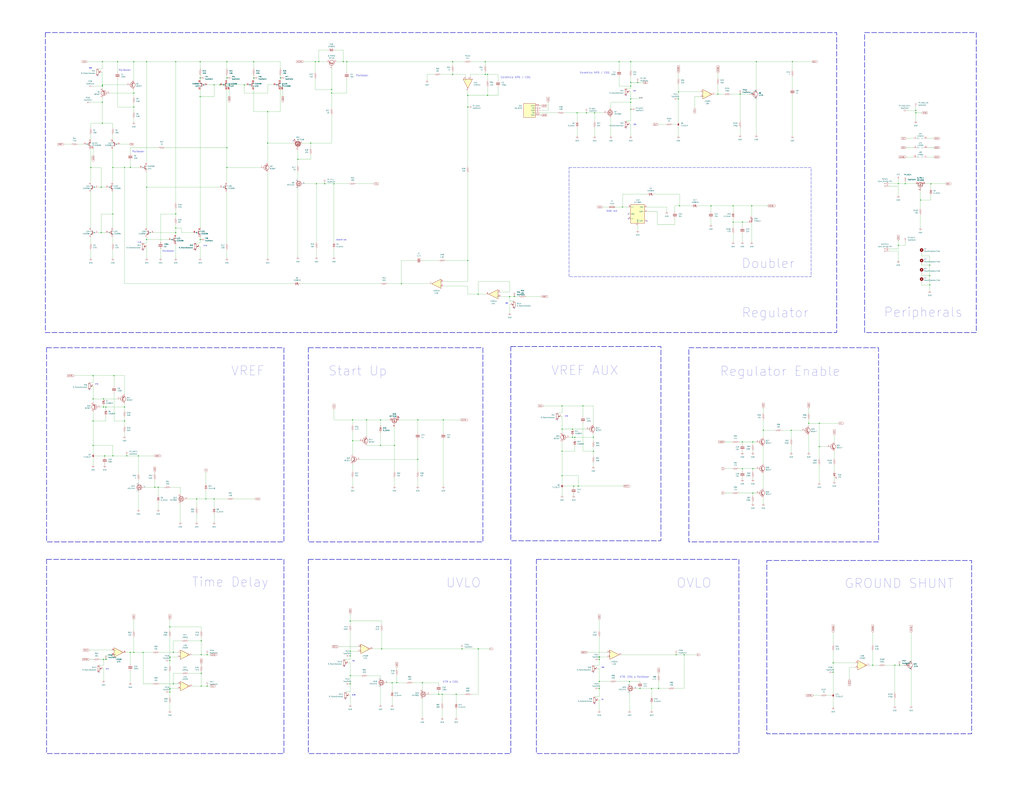
<source format=kicad_sch>
(kicad_sch (version 20250114) (generator "eeschema") (generator_version "9.0")
  (paper "E")
  (title_block (title "Linear Regulator") (rev "A") (company "MVB ELectronics"))
  (lib_symbols
    (symbol "Amplifier_Operational:LM324A" (pin_names (offset 0.127))
      (property "Reference" "U" (at 0 5.08 0))
      (property "Value" "LM324A" (at 0 -5.08 0))
      (symbol "LM324A_1_1"
        (pin input line (at -7.62 2.54 0) (length 2.54) (name "+") (number "3"))
        (pin input line (at -7.62 -2.54 0) (length 2.54) (name "-") (number "2"))
        (pin output line (at 7.62 0 180) (length 2.54) (name "~") (number "1"))
      )
      (symbol "LM324A_2_1"
        (pin input line (at -7.62 2.54 0) (length 2.54) (name "+") (number "5"))
        (pin input line (at -7.62 -2.54 0) (length 2.54) (name "-") (number "6"))
        (pin output line (at 7.62 0 180) (length 2.54) (name "~") (number "7"))
      )
      (symbol "LM324A_3_1"
        (pin input line (at -7.62 2.54 0) (length 2.54) (name "+") (number "10"))
        (pin input line (at -7.62 -2.54 0) (length 2.54) (name "-") (number "9"))
        (pin output line (at 7.62 0 180) (length 2.54) (name "~") (number "8"))
      )
      (symbol "LM324A_4_1"
        (pin input line (at -7.62 2.54 0) (length 2.54) (name "+") (number "12"))
        (pin input line (at -7.62 -2.54 0) (length 2.54) (name "-") (number "13"))
        (pin output line (at 7.62 0 180) (length 2.54) (name "~") (number "14"))
      )
      (symbol "LM324A_5_1"
        (pin power_in line (at -2.54 7.62 270) (length 3.81) (name "V+") (number "4"))
        (pin power_in line (at -2.54 -7.62 90) (length 3.81) (name "V-") (number "11"))
      )
    )
    (symbol "Comparator:LM339" (pin_names (offset 0.127))
      (property "Reference" "U" (at 0 5.08 0))
      (property "Value" "LM339" (at 0 -5.08 0))
      (symbol "LM339_1_1"
        (pin input line (at -7.62 2.54 0) (length 2.54) (name "+") (number "5"))
        (pin input line (at -7.62 -2.54 0) (length 2.54) (name "-") (number "4"))
        (pin open_collector line (at 7.62 0 180) (length 2.54) (name "~") (number "2"))
      )
      (symbol "LM339_2_1"
        (pin input line (at -7.62 2.54 0) (length 2.54) (name "+") (number "7"))
        (pin input line (at -7.62 -2.54 0) (length 2.54) (name "-") (number "6"))
        (pin open_collector line (at 7.62 0 180) (length 2.54) (name "~") (number "1"))
      )
      (symbol "LM339_3_1"
        (pin input line (at -7.62 2.54 0) (length 2.54) (name "+") (number "11"))
        (pin input line (at -7.62 -2.54 0) (length 2.54) (name "-") (number "10"))
        (pin open_collector line (at 7.62 0 180) (length 2.54) (name "~") (number "13"))
      )
      (symbol "LM339_4_1"
        (pin input line (at -7.62 2.54 0) (length 2.54) (name "+") (number "9"))
        (pin input line (at -7.62 -2.54 0) (length 2.54) (name "-") (number "8"))
        (pin open_collector line (at 7.62 0 180) (length 2.54) (name "~") (number "14"))
      )
      (symbol "LM339_5_1"
        (pin power_in line (at -2.54 7.62 270) (length 3.81) (name "V+") (number "3"))
        (pin power_in line (at -2.54 -7.62 90) (length 3.81) (name "V-") (number "12"))
      )
    )
    (symbol "Comparator:LM393" (pin_names (offset 0.127))
      (property "Reference" "U" (at 3.81 3.81 0))
      (property "Value" "LM393" (at 6.35 -3.81 0))
      (symbol "LM393_1_1"
        (pin input line (at -7.62 2.54 0) (length 2.54) (name "+") (number "3"))
        (pin input line (at -7.62 -2.54 0) (length 2.54) (name "-") (number "2"))
        (pin open_collector line (at 7.62 0 180) (length 2.54) (name "~") (number "1"))
      )
      (symbol "LM393_2_1"
        (pin input line (at -7.62 2.54 0) (length 2.54) (name "+") (number "5"))
        (pin input line (at -7.62 -2.54 0) (length 2.54) (name "-") (number "6"))
        (pin open_collector line (at 7.62 0 180) (length 2.54) (name "~") (number "7"))
      )
      (symbol "LM393_3_1"
        (pin power_in line (at -2.54 7.62 270) (length 3.81) (name "V+") (number "8"))
        (pin power_in line (at -2.54 -7.62 90) (length 3.81) (name "V-") (number "4"))
      )
    )
    (symbol "Connector:Conn_01x02_Pin" (pin_names (offset 1.016) (hide yes))
      (property "Reference" "J" (at 0 2.54 0))
      (property "Value" "Conn_01x02_Pin" (at 0 -5.08 0))
      (symbol "Conn_01x02_Pin_1_1"
        (pin passive line (at 5.08 0 180) (length 3.81) (name "Pin_1") (number "1"))
        (pin passive line (at 5.08 -2.54 180) (length 3.81) (name "Pin_2") (number "2"))
      )
    )
    (symbol "Connector:TestPoint" (pin_numbers (hide yes)) (pin_names (offset 0.762) (hide yes))
      (property "Reference" "TP" (at 0 6.858 0))
      (property "Value" "TestPoint" (at 0 5.08 0))
      (symbol "TestPoint_1_1"
        (pin passive line (at 0 0 90) (length 2.54) (name "1") (number "1"))
      )
    )
    (symbol "Device:C" (pin_numbers (hide yes)) (pin_names (offset 0.254))
      (property "Reference" "C" (at 0.635 2.54 0))
      (property "Value" "C" (at 0.635 -2.54 0))
      (symbol "C_1_1"
        (pin passive line (at 0 3.81 270) (length 2.794) (name "~") (number "1"))
        (pin passive line (at 0 -3.81 90) (length 2.794) (name "~") (number "2"))
      )
    )
    (symbol "Device:D_Zener" (pin_numbers (hide yes)) (pin_names (offset 1.016) (hide yes))
      (property "Reference" "D" (at 0 2.54 0))
      (property "Value" "D_Zener" (at 0 -2.54 0))
      (symbol "D_Zener_1_1"
        (pin passive line (at -3.81 0 0) (length 2.54) (name "K") (number "1"))
        (pin passive line (at 3.81 0 180) (length 2.54) (name "A") (number "2"))
      )
    )
    (symbol "Device:Fuse" (pin_numbers (hide yes)) (pin_names (offset 0))
      (property "Reference" "F" (at 2.032 0 90))
      (property "Value" "Fuse" (at -1.905 0 90))
      (symbol "Fuse_1_1"
        (pin passive line (at 0 3.81 270) (length 1.27) (name "~") (number "1"))
        (pin passive line (at 0 -3.81 90) (length 1.27) (name "~") (number "2"))
      )
    )
    (symbol "Device:LED" (pin_numbers (hide yes)) (pin_names (offset 1.016) (hide yes))
      (property "Reference" "D" (at 0 2.54 0))
      (property "Value" "LED" (at 0 -2.54 0))
      (symbol "LED_1_1"
        (pin passive line (at -3.81 0 0) (length 2.54) (name "K") (number "1"))
        (pin passive line (at 3.81 0 180) (length 2.54) (name "A") (number "2"))
      )
    )
    (symbol "Device:Q_SCR_KAG" (pin_names (offset 0) (hide yes))
      (property "Reference" "D" (at 1.905 0.635 0))
      (property "Value" "Q_SCR_KAG" (at 1.905 -1.27 0))
      (symbol "Q_SCR_KAG_1_1"
        (pin input line (at -3.81 -2.54 0) (length 2.54) (name "G") (number "3"))
        (pin passive line (at 0 3.81 270) (length 2.54) (name "A") (number "2"))
        (pin passive line (at 0 -3.81 90) (length 2.54) (name "K") (number "1"))
      )
    )
    (symbol "Device:R_Potentiometer" (pin_names (offset 1.016) (hide yes))
      (property "Reference" "RV" (at -4.445 0 90))
      (property "Value" "R_Potentiometer" (at -2.54 0 90))
      (symbol "R_Potentiometer_1_1"
        (pin passive line (at 0 3.81 270) (length 1.27) (name "1") (number "1"))
        (pin passive line (at 0 -3.81 90) (length 1.27) (name "3") (number "3"))
        (pin passive line (at 3.81 0 180) (length 1.27) (name "2") (number "2"))
      )
    )
    (symbol "Device:R_US" (pin_numbers (hide yes)) (pin_names (offset 0))
      (property "Reference" "R" (at 2.54 0 90))
      (property "Value" "R_US" (at -2.54 0 90))
      (symbol "R_US_1_1"
        (pin passive line (at 0 3.81 270) (length 1.27) (name "~") (number "1"))
        (pin passive line (at 0 -3.81 90) (length 1.27) (name "~") (number "2"))
      )
    )
    (symbol "Diode:1N4148" (pin_numbers (hide yes)) (pin_names (hide yes))
      (property "Reference" "D" (at 0 2.54 0))
      (property "Value" "1N4148" (at 0 -2.54 0))
      (symbol "1N4148_1_1"
        (pin passive line (at -3.81 0 0) (length 2.54) (name "K") (number "1"))
        (pin passive line (at 3.81 0 180) (length 2.54) (name "A") (number "2"))
      )
    )
    (symbol "Diode:1N5819" (pin_numbers (hide yes)) (pin_names (offset 1.016) (hide yes))
      (property "Reference" "D" (at 0 2.54 0))
      (property "Value" "1N5819" (at 0 -2.54 0))
      (symbol "1N5819_1_1"
        (pin passive line (at -3.81 0 0) (length 2.54) (name "K") (number "1"))
        (pin passive line (at 3.81 0 180) (length 2.54) (name "A") (number "2"))
      )
    )
    (symbol "Marcos_Lib:CA3096"
      (property "Reference" "U?" (at 0 15.748 0))
      (property "Value" "CA3096" (at 0 13.462 0))
      (symbol "CA3096_1_1"
        (pin input line (at -7.62 0 0) (length 2.54) (name "B") (number "1"))
        (pin passive line (at 0 5.08 270) (length 2.54) (name "C") (number "3"))
        (pin passive line (at 0 -5.08 90) (length 2.54) (name "E") (number "2"))
      )
      (symbol "CA3096_2_1"
        (pin input line (at -7.62 0 0) (length 2.54) (name "B") (number "5"))
        (pin passive line (at 0 5.08 270) (length 2.54) (name "C") (number "6"))
        (pin passive line (at 0 -5.08 90) (length 2.54) (name "E") (number "4"))
      )
      (symbol "CA3096_3_1"
        (pin input line (at -7.62 0 0) (length 2.54) (name "B") (number "8"))
        (pin passive line (at 0 5.08 270) (length 2.54) (name "C") (number "9"))
        (pin passive line (at 0 -5.08 90) (length 2.54) (name "E") (number "7"))
      )
      (symbol "CA3096_4_1"
        (pin input line (at -7.62 0 0) (length 2.54) (name "B") (number "11"))
        (pin passive line (at 0 5.08 270) (length 2.54) (name "C") (number "12"))
        (pin passive line (at 0 -5.08 90) (length 2.54) (name "E") (number "10"))
      )
      (symbol "CA3096_5_1"
        (pin input line (at -7.62 0 0) (length 2.54) (name "B") (number "14"))
        (pin passive line (at 0 5.08 270) (length 2.54) (name "C") (number "15"))
        (pin passive line (at 0 -5.08 90) (length 2.54) (name "E") (number "13"))
        (pin passive line (at 2.54 5.08 270) (length 2.54) (name "SUB") (number "16"))
      )
    )
    (symbol "Marcos_Lib:IRF7328"
      (property "Reference" "Q?" (at 0 8.89 0))
      (symbol "IRF7328_1_1"
        (pin input line (at -7.62 0 0) (length 2.54) (name "") (number "2"))
        (pin passive line (at 0 5.08 270) (length 2.54) (name "") (number "7"))
        (pin passive line (at 0 -5.08 90) (length 2.54) (name "") (number "1"))
        (pin passive line (at 2.54 5.08 270) (length 2.54) (name "") (number "8"))
      )
      (symbol "IRF7328_2_1"
        (pin input line (at -7.62 0 0) (length 2.54) (name "") (number "4"))
        (pin passive line (at 0 5.08 270) (length 2.54) (name "") (number "5"))
        (pin passive line (at 0 -5.08 90) (length 2.54) (name "") (number "3"))
        (pin passive line (at 2.54 5.08 270) (length 2.54) (name "") (number "6"))
      )
    )
    (symbol "Marcos_Lib:Switch"
      (property "Reference" "S" (at 19.05 7.62 0))
      (property "Value" "Switch" (at 19.05 5.08 0))
      (symbol "Switch_1_1"
        (pin passive line (at 34.29 0 180) (length 5.08) (name "MH2") (number "MH2"))
        (pin passive line (at 34.29 -2.54 180) (length 5.08) (name "NO") (number "3"))
        (pin passive line (at 34.29 -5.08 180) (length 5.08) (name "COM") (number "2"))
        (pin no_connect line (at 34.29 -7.62 180) (length 5.08) (name "NC") (number "1"))
        (pin passive line (at 34.29 -10.16 180) (length 5.08) (name "MH1") (number "MH1"))
      )
    )
    (symbol "Mechanical:MountingHole_Pad" (pin_numbers (hide yes)) (pin_names (offset 1.016) (hide yes)) (in_bom no)
      (property "Reference" "H" (at 0 6.35 0))
      (property "Value" "MountingHole_Pad" (at 0 4.445 0))
      (symbol "MountingHole_Pad_1_1"
        (pin input line (at 0 -2.54 90) (length 2.54) (name "1") (number "1"))
      )
    )
    (symbol "NMOS_1" (pin_numbers (hide yes)) (pin_names (offset 0))
      (property "Reference" "Q20" (at 6.35 1.2701 0))
      (property "Value" "IRFZ44N" (at 6.35 -1.2699 0))
      (symbol "NMOS_1_1_1"
        (pin input line (at -5.08 0 0) (length 2.54) (name "G") (number "1"))
        (pin passive line (at 2.54 5.08 270) (length 2.54) (name "D") (number "2"))
        (pin passive line (at 2.54 -5.08 90) (length 2.54) (name "S") (number "3"))
      )
    )
    (symbol "NMOS_2" (pin_numbers (hide yes)) (pin_names (offset 0))
      (property "Reference" "Q6" (at 6.35 1.2701 0))
      (property "Value" "IRFZ44N" (at 6.35 -1.2699 0))
      (symbol "NMOS_2_1_1"
        (pin input line (at -5.08 0 0) (length 2.54) (name "G") (number "1"))
        (pin passive line (at 2.54 5.08 270) (length 2.54) (name "D") (number "2"))
        (pin passive line (at 2.54 -5.08 90) (length 2.54) (name "S") (number "3"))
      )
    )
    (symbol "NMOS_3" (pin_numbers (hide yes)) (pin_names (offset 0))
      (property "Reference" "Q12" (at 6.35 1.2701 0))
      (property "Value" "IRFZ44N" (at 6.35 -1.2699 0))
      (symbol "NMOS_3_1_1"
        (pin input line (at -5.08 0 0) (length 2.54) (name "G") (number "1"))
        (pin passive line (at 2.54 5.08 270) (length 2.54) (name "D") (number "2"))
        (pin passive line (at 2.54 -5.08 90) (length 2.54) (name "S") (number "3"))
      )
    )
    (symbol "Reference_Voltage:TL431LP" (pin_numbers (hide yes)) (pin_names (hide yes))
      (property "Reference" "U" (at -2.54 2.54 0))
      (property "Value" "TL431LP" (at 0 -2.54 0))
      (symbol "TL431LP_1_1"
        (pin passive line (at -2.54 0 0) (length 2.54) (name "A") (number "2"))
        (pin passive line (at 0 2.54 270) (length 2.54) (name "REF") (number "1"))
        (pin passive line (at 2.54 0 180) (length 2.54) (name "K") (number "3"))
      )
    )
    (symbol "Regulator_SwitchedCapacitor:ICL7660"
      (property "Reference" "U" (at -6.35 11.43 0))
      (property "Value" "ICL7660" (at 3.81 11.43 0))
      (symbol "ICL7660_1_1"
        (pin power_in line (at -10.16 7.62 0) (length 2.54) (name "V+") (number "8"))
        (pin input line (at -10.16 0 0) (length 2.54) (name "OSC") (number "7"))
        (pin input line (at -10.16 -5.08 0) (length 2.54) (name "LV") (number "6"))
        (pin no_connect line (at -7.62 5.08 0) (length 2.54) (hide yes) (name "NC") (number "1"))
        (pin power_in line (at 0 -12.7 90) (length 2.54) (name "GND") (number "3"))
        (pin power_out line (at 10.16 7.62 180) (length 2.54) (name "VOUT") (number "5"))
        (pin input line (at 10.16 2.54 180) (length 2.54) (name "CAP+") (number "2"))
        (pin input line (at 10.16 -7.62 180) (length 2.54) (name "CAP-") (number "4"))
      )
    )
    (symbol "Simulation_SPICE:NMOS" (pin_numbers (hide yes)) (pin_names (offset 0))
      (property "Reference" "Q18" (at 6.35 1.2701 0))
      (property "Value" "IRFZ44N" (at 6.35 -1.2699 0))
      (symbol "NMOS_1_1"
        (pin input line (at -5.08 0 0) (length 2.54) (name "G") (number "1"))
        (pin passive line (at 2.54 5.08 270) (length 2.54) (name "D") (number "2"))
        (pin passive line (at 2.54 -5.08 90) (length 2.54) (name "S") (number "3"))
      )
    )
    (symbol "Simulation_SPICE:PJFET" (pin_numbers (hide yes)) (pin_names (offset 0))
      (property "Reference" "Q" (at 5.08 1.27 0))
      (property "Value" "PJFET" (at 5.08 -1.27 0))
      (symbol "PJFET_1_1"
        (pin input line (at -5.08 0 0) (length 5.334) (name "G") (number "2"))
        (pin passive line (at 2.54 5.08 270) (length 2.54) (name "D") (number "1"))
        (pin passive line (at 2.54 -5.08 90) (length 2.54) (name "S") (number "3"))
      )
    )
    (symbol "Transistor_BJT:BC547" (pin_names (offset 0) (hide yes))
      (property "Reference" "Q" (at 5.08 1.905 0))
      (property "Value" "BC547" (at 5.08 0 0))
      (symbol "BC547_1_1"
        (pin input line (at -5.08 0 0) (length 2.54) (name "B") (number "2"))
        (pin passive line (at 2.54 5.08 270) (length 2.54) (name "C") (number "1"))
        (pin passive line (at 2.54 -5.08 90) (length 2.54) (name "E") (number "3"))
      )
    )
    (symbol "Transistor_BJT:BC556" (pin_names (offset 0) (hide yes))
      (property "Reference" "Q" (at 5.08 1.905 0))
      (property "Value" "BC556" (at 5.08 0 0))
      (symbol "BC556_1_1"
        (pin input line (at -5.08 0 0) (length 2.54) (name "B") (number "2"))
        (pin passive line (at 2.54 5.08 270) (length 2.54) (name "C") (number "1"))
        (pin passive line (at 2.54 -5.08 90) (length 2.54) (name "E") (number "3"))
      )
    )
    (symbol "Transistor_BJT:BC807" (pin_names (offset 0) (hide yes))
      (property "Reference" "Q" (at 5.08 1.905 0))
      (property "Value" "BC807" (at 5.08 0 0))
      (symbol "BC807_1_1"
        (pin input line (at -5.08 0 0) (length 2.54) (name "B") (number "1"))
        (pin passive line (at 2.54 5.08 270) (length 2.54) (name "C") (number "3"))
        (pin passive line (at 2.54 -5.08 90) (length 2.54) (name "E") (number "2"))
      )
    )
    (symbol "Transistor_BJT:TIP42C" (pin_names (offset 0) (hide yes))
      (property "Reference" "Q" (at 6.35 1.905 0))
      (property "Value" "TIP42C" (at 6.35 0 0))
      (symbol "TIP42C_1_1"
        (pin input line (at -5.08 0 0) (length 2.54) (name "B") (number "1"))
        (pin passive line (at 2.54 5.08 270) (length 2.54) (name "C") (number "2"))
        (pin passive line (at 2.54 -5.08 90) (length 2.54) (name "E") (number "3"))
      )
    )
    (symbol "Transistor_FET:2N7000" (pin_names (hide yes))
      (property "Reference" "Q" (at 5.08 1.905 0))
      (property "Value" "2N7000" (at 5.08 0 0))
      (symbol "2N7000_1_1"
        (pin input line (at -5.08 0 0) (length 2.54) (name "G") (number "2"))
        (pin passive line (at 2.54 5.08 270) (length 2.54) (name "D") (number "3"))
        (pin passive line (at 2.54 -5.08 90) (length 2.54) (name "S") (number "1"))
      )
    )
    (symbol "Transistor_FET:IRF4905" (pin_names (hide yes))
      (property "Reference" "Q" (at 5.08 1.905 0))
      (property "Value" "IRF4905" (at 5.08 0 0))
      (symbol "IRF4905_1_1"
        (pin input line (at -5.08 0 0) (length 2.54) (name "G") (number "1"))
        (pin passive line (at 2.54 5.08 270) (length 2.54) (name "D") (number "2"))
        (pin passive line (at 2.54 -5.08 90) (length 2.54) (name "S") (number "3"))
      )
    )
    (symbol "power:GND" (power) (pin_numbers (hide yes)) (pin_names (offset 0) (hide yes))
      (property "Value" "GND" (at 0 -3.81 0))
      (symbol "GND_1_1"
        (pin power_in line (at 0 0 270) (length 0) (name "~") (number "1"))
      )
    )
    (symbol "power:VCC" (power) (pin_numbers (hide yes)) (pin_names (offset 0) (hide yes))
      (property "Value" "VCC" (at 0 3.556 0))
      (symbol "VCC_1_1"
        (pin power_in line (at 0 0 90) (length 0) (name "~") (number "1"))
      )
    )
  )
  (rectangle (start 943.61 35.56) (end 1065.53 363.22) (stroke (width 0.508) (type dash)))
  (rectangle (start 585.47 610.87) (end 806.45 822.96) (stroke (width 0.508) (type dash)))
  (rectangle (start 336.55 379.73) (end 527.05 591.82) (stroke (width 0.508) (type dash)))
  (rectangle (start 751.84 379.73) (end 958.85 591.82) (stroke (width 0.508) (type dash)))
  (rectangle (start 836.93 612.14) (end 1060.45 801.37) (stroke (width 0.508) (type dash)))
  (rectangle (start 336.55 610.87) (end 557.53 822.96) (stroke (width 0.508) (type dash)))
  (rectangle (start 621.03 182.88) (end 885.19 302.26) (stroke (width 0.3) (type dash)))
  (rectangle (start 557.53 378.46) (end 721.36 590.55) (stroke (width 0.508) (type dash)))
  (rectangle (start 49.53 35.56) (end 913.13 363.22) (stroke (width 0.508) (type dash)))
  (rectangle (start 50.8 610.87) (end 309.88 822.96) (stroke (width 0.508) (type dash)))
  (rectangle (start 50.8 379.73) (end 309.88 591.82) (stroke (width 0.508) (type dash)))
  (text "Time Delay" (at 251.206 635.762 0) (effects (font (size 10.16 10.16))))
  (text "270" (at 618.236 454.66 0) (effects (font (size 1.27 1.27))))
  (text "75k" (at 385.826 721.868 0) (effects (font (size 1.27 1.27))))
  (text "270" (at 105.41 419.608 0) (effects (font (size 1.27 1.27))))
  (text "18k" (at 552.958 331.216 0) (effects (font (size 1.27 1.27))))
  (text "X7R o C0G" (at 491.49 744.728 0) (effects (font (size 2 2))))
  (text "560" (at 98.806 74.422 0) (effects (font (size 1.27 1.27))))
  (text "VZENER 15V" (at 372.364 262.128 0) (effects (font (size 1.27 1.27))))
  (text "Regulator Enable" (at 851.408 405.638 0) (effects (font (size 10.16 10.16))))
  (text "Peripherals" (at 1007.618 341.122 0) (effects (font (size 10.16 10.16))))
  (text "Poliéster" (at 136.144 76.708 0) (effects (font (size 2 2))))
  (text "Start Up\n" (at 390.398 405.13 0) (effects (font (size 10.16 10.16))))
  (text "13k" (at 692.404 99.314 0) (effects (font (size 1.27 1.27))))
  (text "Poliéster" (at 395.224 82.55 0) (effects (font (size 2 2))))
  (text "Cerámico NP0 / C0G" (at 648.97 79.502 0) (effects (font (size 2 2))))
  (text "Poliéster" (at 150.876 165.608 0) (effects (font (size 2 2))))
  (text "1.2k" (at 152.4 264.668 0) (effects (font (size 1.27 1.27))))
  (text "VREF" (at 270.51 405.13 0) (effects (font (size 10.16 10.16))))
  (text "Cerámico NP0 / C0G" (at 562.61 84.582 0) (effects (font (size 2 2))))
  (text "25k" (at 692.912 136.144 0) (effects (font (size 1.27 1.27))))
  (text "2k" (at 657.606 764.032 0) (effects (font (size 1.27 1.27))))
  (text "GROUND SHUNT" (at 981.456 637.286 0) (effects (font (size 10.16 10.16))))
  (text "VREF AUX" (at 638.302 404.622 0) (effects (font (size 10.16 10.16))))
  (text "27k" (at 117.094 730.758 0) (effects (font (size 1.27 1.27))))
  (text "500 mA" (at 667.766 230.632 0) (effects (font (size 2 2))))
  (text "270" (at 224.028 268.478 0) (effects (font (size 1.27 1.27))))
  (text "29k" (at 658.114 728.98 0) (effects (font (size 1.27 1.27))))
  (text "X7R, C0G o Poliéster" (at 692.404 739.394 0) (effects (font (size 2 2))))
  (text "6.8k" (at 386.334 758.952 0) (effects (font (size 1.27 1.27))))
  (text "UVLO" (at 505.714 636.524 0) (effects (font (size 10.16 10.16))))
  (text "Poliéster" (at 183.642 274.32 0) (effects (font (size 2 2))))
  (text "Doubler" (at 838.454 287.782 0) (effects (font (size 10.16 10.16))))
  (text "OVLO" (at 757.428 636.778 0) (effects (font (size 10.16 10.16))))
  (text "Regulator" (at 846.074 341.63 0) (effects (font (size 10.16 10.16))))
  (junction (at 247.65 85.09))
  (junction (at 482.6 758.19))
  (junction (at 807.72 102.87))
  (junction (at 382.27 746.76))
  (junction (at 99.06 182.88))
  (junction (at 640.08 123.19))
  (junction (at 101.6 435.61))
  (junction (at 556.26 323.85))
  (junction (at 800.1 242.57))
  (junction (at 160.02 261.62))
  (junction (at 189.23 746.76))
  (junction (at 863.6 469.9))
  (junction (at 110.49 254))
  (junction (at 135.89 182.88))
  (junction (at 400.05 458.47))
  (junction (at 101.6 486.41))
  (junction (at 613.41 443.23))
  (junction (at 111.76 67.31))
  (junction (at 185.42 684.53))
  (junction (at 810.26 242.57))
  (junction (at 142.24 182.88))
  (junction (at 821.69 482.6))
  (junction (at 775.97 224.79))
  (junction (at 654.05 744.22))
  (junction (at 219.71 715.01))
  (junction (at 382.27 711.2))
  (junction (at 292.1 121.92))
  (junction (at 219.71 735.33))
  (junction (at 415.29 458.47))
  (junction (at 521.97 321.31))
  (junction (at 494.03 67.31))
  (junction (at 1004.57 218.44))
  (junction (at 226.06 715.01))
  (junction (at 810.26 511.81))
  (junction (at 247.65 67.31))
  (junction (at 746.76 715.01))
  (junction (at 952.5 726.44))
  (junction (at 688.34 111.76))
  (junction (at 654.05 751.84))
  (junction (at 529.59 81.28))
  (junction (at 688.34 90.17))
  (junction (at 382.27 737.87))
  (junction (at 226.06 749.3))
  (junction (at 821.69 538.48))
  (junction (at 113.03 720.09))
  (junction (at 276.86 67.31))
  (junction (at 113.03 435.61))
  (junction (at 247.65 161.29))
  (junction (at 626.11 530.86))
  (junction (at 613.41 468.63))
  (junction (at 647.7 492.76))
  (junction (at 384.81 481.33))
  (junction (at 224.79 544.83))
  (junction (at 654.05 717.55))
  (junction (at 532.13 81.28))
  (junction (at 345.44 200.66))
  (junction (at 276.86 85.09))
  (junction (at 438.15 309.88))
  (junction (at 1014.73 300.99))
  (junction (at 191.77 67.31))
  (junction (at 101.6 459.74))
  (junction (at 737.87 715.01))
  (junction (at 185.42 751.84))
  (junction (at 101.6 410.21))
  (junction (at 510.54 116.84))
  (junction (at 115.57 444.5))
  (junction (at 160.02 204.47))
  (junction (at 864.87 67.31))
  (junction (at 613.41 519.43))
  (junction (at 810.26 482.6))
  (junction (at 521.97 708.66))
  (junction (at 675.64 67.31))
  (junction (at 1014.73 311.15))
  (junction (at 455.93 501.65))
  (junction (at 740.41 100.33))
  (junction (at 980.44 267.97))
  (junction (at 740.41 107.95))
  (junction (at 741.68 224.79))
  (junction (at 146.05 101.6))
  (junction (at 384.81 458.47))
  (junction (at 146.05 67.31))
  (junction (at 510.54 284.48))
  (junction (at 416.56 708.66))
  (junction (at 111.76 92.71))
  (junction (at 156.21 712.47))
  (junction (at 1014.73 289.56))
  (junction (at 504.19 708.66))
  (junction (at 114.3 497.84))
  (junction (at 266.7 92.71))
  (junction (at 455.93 458.47))
  (junction (at 825.5 67.31))
  (junction (at 111.76 93.98))
  (junction (at 123.19 182.88))
  (junction (at 128.27 67.31))
  (junction (at 218.44 67.31))
  (junction (at 532.13 104.14))
  (junction (at 909.32 723.9))
  (junction (at 233.68 544.83))
  (junction (at 820.42 224.79))
  (junction (at 647.7 477.52))
  (junction (at 306.07 85.09))
  (junction (at 636.27 443.23))
  (junction (at 654.05 720.09))
  (junction (at 347.98 67.31))
  (junction (at 478.79 758.19))
  (junction (at 135.89 444.5))
  (junction (at 510.54 104.14))
  (junction (at 688.34 119.38))
  (junction (at 688.34 67.31))
  (junction (at 214.63 544.83))
  (junction (at 123.19 233.68))
  (junction (at 909.32 734.06))
  (junction (at 189.23 712.47))
  (junction (at 988.06 200.66))
  (junction (at 688.34 107.95))
  (junction (at 382.27 678.18))
  (junction (at 800.1 224.79))
  (junction (at 430.53 486.41))
  (junction (at 695.96 90.17))
  (junction (at 624.84 477.52))
  (junction (at 113.03 444.5))
  (junction (at 247.65 182.88))
  (junction (at 146.05 712.47))
  (junction (at 191.77 248.92))
  (junction (at 168.91 532.13))
  (junction (at 999.49 123.19))
  (junction (at 378.46 67.31))
  (junction (at 631.19 530.86))
  (junction (at 185.42 717.55))
  (junction (at 981.71 726.44))
  (junction (at 687.07 744.22))
  (junction (at 821.69 511.81))
  (junction (at 111.76 134.62))
  (junction (at 433.07 745.49))
  (junction (at 218.44 105.41))
  (junction (at 980.44 200.66))
  (junction (at 361.95 101.6))
  (junction (at 483.87 458.47))
  (junction (at 233.68 92.71))
  (junction (at 783.59 102.87))
  (junction (at 688.34 93.98))
  (junction (at 191.77 254))
  (junction (at 374.65 67.31))
  (junction (at 344.17 67.31))
  (junction (at 123.19 497.84))
  (junction (at 218.44 261.62))
  (junction (at 146.05 116.84))
  (junction (at 624.84 468.63))
  (junction (at 240.03 92.71))
  (junction (at 427.99 745.49))
  (junction (at 999.49 120.65))
  (junction (at 115.57 720.09))
  (junction (at 354.33 200.66))
  (junction (at 497.84 758.19))
  (junction (at 219.71 749.3))
  (junction (at 529.59 67.31))
  (junction (at 629.92 123.19))
  (junction (at 325.12 173.99))
  (junction (at 711.2 751.84))
  (junction (at 124.46 410.21))
  (junction (at 361.95 97.79))
  (junction (at 111.76 111.76))
  (junction (at 613.41 492.76))
  (junction (at 339.09 156.21))
  (junction (at 494.03 81.28))
  (junction (at 627.38 477.52))
  (junction (at 648.97 123.19))
  (junction (at 461.01 745.49))
  (junction (at 185.42 721.36))
  (junction (at 382.27 716.28))
  (junction (at 135.89 459.74))
  (junction (at 894.08 462.28))
  (junction (at 561.34 323.85))
  (junction (at 679.45 226.06))
  (junction (at 718.82 751.84))
  (junction (at 1016 200.66))
  (junction (at 151.13 497.84))
  (junction (at 292.1 156.21))
  (junction (at 833.12 469.9))
  (junction (at 364.49 200.66))
  (junction (at 160.02 67.31))
  (junction (at 894.08 487.68))
  (junction (at 218.44 85.09))
  (junction (at 882.65 462.28))
  (junction (at 110.49 204.47))
  (junction (at 191.77 233.68))
  (junction (at 138.43 497.84))
  (junction (at 219.71 699.77))
  (junction (at 172.72 532.13))
  (junction (at 185.42 755.65))
  (junction (at 415.29 486.41))
  (junction (at 142.24 712.47))
  (junction (at 976.63 726.44))
  (junction (at 698.5 751.84))
  (no_connect (at 647.7 734.06))
  (no_connect (at 685.8 233.68))
  (no_connect (at 375.92 727.71))
  (no_connect (at 683.26 104.14))
  (no_connect (at 685.8 238.76))
  (no_connect (at 706.12 241.3))
  (no_connect (at 97.79 425.45))
  (no_connect (at 213.36 273.05))
  (no_connect (at 320.04 153.67))
  (no_connect (at 435.61 455.93))
  (no_connect (at 608.33 458.47))
  (no_connect (at 156.21 273.05))
  (no_connect (at 648.97 768.35))
  (no_connect (at 106.68 82.55))
  (no_connect (at 107.95 734.06))
  (no_connect (at 683.26 139.7))
  (no_connect (at 377.19 763.27))
  (no_connect (at 561.34 336.55))
  (wire (pts (xy 613.41 468.63) (xy 613.41 472.44)))
  (wire (pts (xy 612.14 454.66) (xy 613.41 454.66)))
  (wire (pts (xy 218.44 259.08) (xy 218.44 261.62)))
  (wire (pts (xy 1016 218.44) (xy 1016 213.36)))
  (wire (pts (xy 209.55 715.01) (xy 219.71 715.01)))
  (wire (pts (xy 654.05 744.22) (xy 654.05 751.84)))
  (wire (pts (xy 627.38 487.68) (xy 627.38 492.76)))
  (wire (pts (xy 146.05 67.31) (xy 160.02 67.31)))
  (wire (pts (xy 711.2 768.35) (xy 711.2 775.97)))
  (wire (pts (xy 99.06 147.32) (xy 99.06 152.4)))
  (wire (pts (xy 627.38 477.52) (xy 627.38 480.06)))
  (wire (pts (xy 430.53 521.97) (xy 430.53 530.86)))
  (wire (pts (xy 631.19 530.86) (xy 626.11 530.86)))
  (wire (pts (xy 110.49 254) (xy 115.57 254)))
  (wire (pts (xy 994.41 731.52) (xy 994.41 770.89)))
  (wire (pts (xy 233.68 544.83) (xy 247.65 544.83)))
  (wire (pts (xy 613.41 492.76) (xy 627.38 492.76)))
  (wire (pts (xy 613.41 454.66) (xy 613.41 468.63)))
  (wire (pts (xy 233.68 544.83) (xy 233.68 553.72)))
  (wire (pts (xy 377.19 755.65) (xy 382.27 755.65)))
  (wire (pts (xy 688.34 135.89) (xy 688.34 148.59)))
  (wire (pts (xy 276.86 85.09) (xy 276.86 82.55)))
  (wire (pts (xy 1016 200.66) (xy 1016 205.74)))
  (wire (pts (xy 367.03 67.31) (xy 374.65 67.31)))
  (wire (pts (xy 110.49 233.68) (xy 123.19 233.68)))
  (wire (pts (xy 104.14 497.84) (xy 114.3 497.84)))
  (wire (pts (xy 833.12 445.77) (xy 833.12 450.85)))
  (wire (pts (xy 415.29 458.47) (xy 425.45 458.47)))
  (wire (pts (xy 175.26 271.78) (xy 175.26 281.94)))
  (wire (pts (xy 123.19 134.62) (xy 123.19 139.7)))
  (wire (pts (xy 438.15 284.48) (xy 438.15 309.88)))
  (wire (pts (xy 135.89 472.44) (xy 135.89 476.25)))
  (wire (pts (xy 325.12 205.74) (xy 325.12 280.67)))
  (wire (pts (xy 384.81 471.17) (xy 384.81 481.33)))
  (wire (pts (xy 482.6 758.19) (xy 497.84 758.19)))
  (wire (pts (xy 980.44 262.89) (xy 980.44 267.97)))
  (wire (pts (xy 966.47 726.44) (xy 976.63 726.44)))
  (wire (pts (xy 364.49 271.78) (xy 364.49 280.67)))
  (wire (pts (xy 433.07 745.49) (xy 443.23 745.49)))
  (wire (pts (xy 810.26 521.97) (xy 810.26 523.24)))
  (wire (pts (xy 218.44 269.24) (xy 218.44 281.94)))
  (wire (pts (xy 325.12 173.99) (xy 325.12 180.34)))
  (wire (pts (xy 532.13 81.28) (xy 532.13 87.63)))
  (wire (pts (xy 345.44 200.66) (xy 345.44 264.16)))
  (wire (pts (xy 99.06 273.05) (xy 99.06 281.94)))
  (wire (pts (xy 687.07 100.33) (xy 688.34 100.33)))
  (wire (pts (xy 116.84 715.01) (xy 116.84 720.09)))
  (wire (pts (xy 613.41 492.76) (xy 613.41 519.43)))
  (wire (pts (xy 99.06 182.88) (xy 110.49 182.88)))
  (wire (pts (xy 344.17 97.79) (xy 361.95 97.79)))
  (wire (pts (xy 927.1 728.98) (xy 927.1 741.68)))
  (wire (pts (xy 556.26 323.85) (xy 556.26 328.93)))
  (wire (pts (xy 219.71 715.01) (xy 226.06 715.01)))
  (wire (pts (xy 988.06 267.97) (xy 980.44 267.97)))
  (wire (pts (xy 344.17 67.31) (xy 344.17 78.74)))
  (wire (pts (xy 497.84 774.7) (xy 497.84 783.59)))
  (wire (pts (xy 422.91 309.88) (xy 438.15 309.88)))
  (wire (pts (xy 327.66 309.88) (xy 415.29 309.88)))
  (wire (pts (xy 621.03 477.52) (xy 624.84 477.52)))
  (wire (pts (xy 124.46 410.21) (xy 135.89 410.21)))
  (wire (pts (xy 636.27 454.66) (xy 636.27 443.23)))
  (wire (pts (xy 292.1 92.71) (xy 298.45 92.71)))
  (wire (pts (xy 727.71 226.06) (xy 727.71 231.14)))
  (wire (pts (xy 339.09 173.99) (xy 325.12 173.99)))
  (wire (pts (xy 1012.19 171.45) (xy 1019.81 171.45)))
  (wire (pts (xy 711.2 751.84) (xy 711.2 760.73)))
  (wire (pts (xy 218.44 105.41) (xy 218.44 97.79)))
  (wire (pts (xy 115.57 454.66) (xy 115.57 459.74)))
  (wire (pts (xy 306.07 85.09) (xy 306.07 82.55)))
  (wire (pts (xy 882.65 462.28) (xy 882.65 464.82)))
  (wire (pts (xy 654.05 751.84) (xy 654.05 760.73)))
  (wire (pts (xy 111.76 92.71) (xy 138.43 92.71)))
  (wire (pts (xy 648.97 139.7) (xy 648.97 148.59)))
  (wire (pts (xy 746.76 715.01) (xy 746.76 751.84)))
  (wire (pts (xy 218.44 67.31) (xy 247.65 67.31)))
  (wire (pts (xy 970.28 271.78) (xy 980.44 271.78)))
  (wire (pts (xy 378.46 78.74) (xy 378.46 67.31)))
  (wire (pts (xy 688.34 111.76) (xy 666.75 111.76)))
  (wire (pts (xy 546.1 318.77) (xy 556.26 318.77)))
  (wire (pts (xy 561.34 323.85) (xy 566.42 323.85)))
  (wire (pts (xy 779.78 102.87) (xy 783.59 102.87)))
  (wire (pts (xy 185.42 751.84) (xy 185.42 755.65)))
  (wire (pts (xy 185.42 721.36) (xy 185.42 726.44)))
  (wire (pts (xy 146.05 97.79) (xy 146.05 101.6)))
  (wire (pts (xy 671.83 226.06) (xy 679.45 226.06)))
  (wire (pts (xy 933.45 728.98) (xy 927.1 728.98)))
  (wire (pts (xy 636.27 492.76) (xy 647.7 492.76)))
  (wire (pts (xy 679.45 226.06) (xy 685.8 226.06)))
  (wire (pts (xy 124.46 421.64) (xy 124.46 410.21)))
  (wire (pts (xy 247.65 182.88) (xy 247.65 199.39)))
  (wire (pts (xy 123.19 233.68) (xy 123.19 248.92)))
  (wire (pts (xy 219.71 735.33) (xy 219.71 749.3)))
  (wire (pts (xy 510.54 104.14) (xy 510.54 116.84)))
  (wire (pts (xy 364.49 200.66) (xy 364.49 264.16)))
  (wire (pts (xy 675.64 67.31) (xy 675.64 76.2)))
  (wire (pts (xy 168.91 524.51) (xy 168.91 532.13)))
  (wire (pts (xy 1005.84 298.45) (xy 1005.84 300.99)))
  (wire (pts (xy 172.72 532.13) (xy 179.07 532.13)))
  (wire (pts (xy 121.92 715.01) (xy 116.84 715.01)))
  (wire (pts (xy 1005.84 279.4) (xy 1014.73 279.4)))
  (wire (pts (xy 810.26 242.57) (xy 810.26 247.65)))
  (wire (pts (xy 882.65 458.47) (xy 882.65 462.28)))
  (wire (pts (xy 226.06 749.3) (xy 229.87 749.3)))
  (wire (pts (xy 713.74 212.09) (xy 741.68 212.09)))
  (wire (pts (xy 106.68 254) (xy 110.49 254)))
  (wire (pts (xy 864.87 104.14) (xy 864.87 148.59)))
  (wire (pts (xy 146.05 116.84) (xy 146.05 121.92)))
  (wire (pts (xy 1005.84 276.86) (xy 1005.84 279.4)))
  (wire (pts (xy 613.41 482.6) (xy 613.41 492.76)))
  (wire (pts (xy 219.71 699.77) (xy 219.71 715.01)))
  (wire (pts (xy 101.6 421.64) (xy 101.6 435.61)))
  (wire (pts (xy 678.18 715.01) (xy 737.87 715.01)))
  (wire (pts (xy 382.27 759.46) (xy 382.27 769.62)))
  (wire (pts (xy 101.6 435.61) (xy 113.03 435.61)))
  (wire (pts (xy 574.04 323.85) (xy 590.55 323.85)))
  (wire (pts (xy 810.26 242.57) (xy 816.61 242.57)))
  (wire (pts (xy 894.08 500.38) (xy 894.08 487.68)))
  (wire (pts (xy 651.51 730.25) (xy 654.05 730.25)))
  (wire (pts (xy 980.44 274.32) (xy 980.44 284.48)))
  (wire (pts (xy 247.65 273.05) (xy 247.65 281.94)))
  (wire (pts (xy 347.98 54.61) (xy 347.98 67.31)))
  (wire (pts (xy 482.6 758.19) (xy 482.6 767.08)))
  (wire (pts (xy 172.72 161.29) (xy 142.24 161.29)))
  (wire (pts (xy 695.96 246.38) (xy 695.96 251.46)))
  (wire (pts (xy 521.97 321.31) (xy 510.54 321.31)))
  (wire (pts (xy 185.42 755.65) (xy 185.42 760.73)))
  (wire (pts (xy 833.12 469.9) (xy 845.82 469.9)))
  (wire (pts (xy 123.19 182.88) (xy 135.89 182.88)))
  (wire (pts (xy 1016 200.66) (xy 1032.51 200.66)))
  (wire (pts (xy 613.41 443.23) (xy 613.41 450.85)))
  (wire (pts (xy 687.07 744.22) (xy 687.07 746.76)))
  (wire (pts (xy 415.29 486.41) (xy 430.53 486.41)))
  (wire (pts (xy 647.7 488.95) (xy 647.7 492.76)))
  (wire (pts (xy 807.72 102.87) (xy 807.72 132.08)))
  (wire (pts (xy 114.3 506.73) (xy 114.3 508)))
  (wire (pts (xy 648.97 123.19) (xy 640.08 123.19)))
  (wire (pts (xy 167.64 254) (xy 191.77 254)))
  (wire (pts (xy 379.73 723.9) (xy 382.27 723.9)))
  (wire (pts (xy 698.5 751.84) (xy 711.2 751.84)))
  (wire (pts (xy 382.27 678.18) (xy 382.27 681.99)))
  (wire (pts (xy 382.27 670.56) (xy 382.27 678.18)))
  (wire (pts (xy 734.06 135.89) (xy 737.87 135.89)))
  (wire (pts (xy 384.81 506.73) (xy 384.81 514.35)))
  (wire (pts (xy 292.1 92.71) (xy 292.1 101.6)))
  (wire (pts (xy 675.64 83.82) (xy 675.64 93.98)))
  (wire (pts (xy 240.03 92.71) (xy 266.7 92.71)))
  (wire (pts (xy 339.09 168.91) (xy 339.09 173.99)))
  (wire (pts (xy 166.37 746.76) (xy 156.21 746.76)))
  (wire (pts (xy 191.77 248.92) (xy 191.77 254)))
  (wire (pts (xy 909.32 723.9) (xy 933.45 723.9)))
  (wire (pts (xy 422.91 745.49) (xy 427.99 745.49)))
  (wire (pts (xy 556.26 332.74) (xy 556.26 341.63)))
  (wire (pts (xy 482.6 774.7) (xy 482.6 783.59)))
  (wire (pts (xy 654.05 744.22) (xy 665.48 744.22)))
  (wire (pts (xy 530.86 321.31) (xy 521.97 321.31)))
  (wire (pts (xy 111.76 92.71) (xy 111.76 93.98)))
  (wire (pts (xy 382.27 711.2) (xy 382.27 716.28)))
  (wire (pts (xy 247.65 209.55) (xy 247.65 265.43)))
  (wire (pts (xy 483.87 458.47) (xy 483.87 472.44)))
  (wire (pts (xy 543.56 95.25) (xy 543.56 104.14)))
  (wire (pts (xy 339.09 156.21) (xy 339.09 161.29)))
  (wire (pts (xy 146.05 101.6) (xy 146.05 105.41)))
  (wire (pts (xy 384.81 481.33) (xy 392.43 481.33)))
  (wire (pts (xy 775.97 238.76) (xy 775.97 245.11)))
  (wire (pts (xy 191.77 237.49) (xy 191.77 233.68)))
  (wire (pts (xy 194.31 746.76) (xy 189.23 746.76)))
  (wire (pts (xy 224.79 544.83) (xy 233.68 544.83)))
  (wire (pts (xy 629.92 139.7) (xy 629.92 148.59)))
  (wire (pts (xy 339.09 156.21) (xy 361.95 156.21)))
  (wire (pts (xy 142.24 732.79) (xy 142.24 745.49)))
  (wire (pts (xy 415.29 472.44) (xy 415.29 486.41)))
  (wire (pts (xy 81.28 410.21) (xy 101.6 410.21)))
  (wire (pts (xy 364.49 200.66) (xy 381 200.66)))
  (wire (pts (xy 800.1 242.57) (xy 810.26 242.57)))
  (wire (pts (xy 717.55 245.11) (xy 736.6 245.11)))
  (wire (pts (xy 142.24 161.29) (xy 142.24 167.64)))
  (wire (pts (xy 546.1 323.85) (xy 556.26 323.85)))
  (wire (pts (xy 510.54 284.48) (xy 510.54 307.34)))
  (wire (pts (xy 219.71 725.17) (xy 219.71 726.44)))
  (wire (pts (xy 204.47 544.83) (xy 214.63 544.83)))
  (wire (pts (xy 497.84 758.19) (xy 506.73 758.19)))
  (wire (pts (xy 894.08 462.28) (xy 915.67 462.28)))
  (wire (pts (xy 400.05 476.25) (xy 400.05 458.47)))
  (wire (pts (xy 791.21 482.6) (xy 798.83 482.6)))
  (wire (pts (xy 185.42 684.53) (xy 219.71 684.53)))
  (wire (pts (xy 160.02 204.47) (xy 160.02 248.92)))
  (wire (pts (xy 806.45 482.6) (xy 810.26 482.6)))
  (wire (pts (xy 276.86 67.31) (xy 306.07 67.31)))
  (wire (pts (xy 99.06 134.62) (xy 111.76 134.62)))
  (wire (pts (xy 214.63 544.83) (xy 214.63 553.72)))
  (wire (pts (xy 101.6 459.74) (xy 101.6 486.41)))
  (wire (pts (xy 168.91 532.13) (xy 172.72 532.13)))
  (wire (pts (xy 151.13 497.84) (xy 151.13 516.89)))
  (wire (pts (xy 384.81 481.33) (xy 384.81 496.57)))
  (wire (pts (xy 173.99 712.47) (xy 189.23 712.47)))
  (wire (pts (xy 976.63 763.27) (xy 976.63 770.89)))
  (wire (pts (xy 175.26 264.16) (xy 175.26 233.68)))
  (wire (pts (xy 189.23 735.33) (xy 189.23 746.76)))
  (wire (pts (xy 369.57 706.12) (xy 391.16 706.12)))
  (wire (pts (xy 736.6 245.11) (xy 736.6 238.76)))
  (wire (pts (xy 514.35 758.19) (xy 521.97 758.19)))
  (wire (pts (xy 1012.19 151.13) (xy 1019.81 151.13)))
  (wire (pts (xy 882.65 474.98) (xy 882.65 494.03)))
  (wire (pts (xy 825.5 67.31) (xy 864.87 67.31)))
  (wire (pts (xy 532.13 81.28) (xy 543.56 81.28)))
  (wire (pts (xy 952.5 690.88) (xy 952.5 703.58)))
  (wire (pts (xy 976.63 726.44) (xy 976.63 755.65)))
  (wire (pts (xy 1014.73 300.99) (xy 1005.84 300.99)))
  (wire (pts (xy 647.7 492.76) (xy 647.7 497.84)))
  (wire (pts (xy 191.77 254) (xy 191.77 256.54)))
  (wire (pts (xy 382.27 737.87) (xy 393.7 737.87)))
  (wire (pts (xy 910.59 521.97) (xy 910.59 525.78)))
  (wire (pts (xy 626.11 532.13) (xy 626.11 530.86)))
  (wire (pts (xy 980.44 195.58) (xy 980.44 200.66)))
  (wire (pts (xy 388.62 200.66) (xy 407.67 200.66)))
  (wire (pts (xy 218.44 87.63) (xy 218.44 85.09)))
  (wire (pts (xy 189.23 735.33) (xy 198.12 735.33)))
  (wire (pts (xy 160.02 67.31) (xy 191.77 67.31)))
  (wire (pts (xy 999.49 116.84) (xy 999.49 120.65)))
  (wire (pts (xy 354.33 200.66) (xy 364.49 200.66)))
  (wire (pts (xy 185.42 734.06) (xy 185.42 751.84)))
  (wire (pts (xy 430.53 486.41) (xy 430.53 514.35)))
  (wire (pts (xy 331.47 67.31) (xy 344.17 67.31)))
  (wire (pts (xy 529.59 81.28) (xy 532.13 81.28)))
  (wire (pts (xy 513.08 83.82) (xy 513.08 81.28)))
  (wire (pts (xy 415.29 737.87) (xy 415.29 740.41)))
  (wire (pts (xy 999.49 120.65) (xy 999.49 123.19)))
  (wire (pts (xy 810.26 482.6) (xy 810.26 485.14)))
  (wire (pts (xy 648.97 760.73) (xy 654.05 760.73)))
  (wire (pts (xy 688.34 100.33) (xy 688.34 107.95)))
  (wire (pts (xy 775.97 224.79) (xy 800.1 224.79)))
  (wire (pts (xy 123.19 147.32) (xy 123.19 152.4)))
  (wire (pts (xy 110.49 254) (xy 110.49 233.68)))
  (wire (pts (xy 718.82 735.33) (xy 718.82 736.6)))
  (wire (pts (xy 205.74 735.33) (xy 219.71 735.33)))
  (wire (pts (xy 952.5 726.44) (xy 958.85 726.44)))
  (wire (pts (xy 430.53 466.09) (xy 430.53 486.41)))
  (wire (pts (xy 473.71 81.28) (xy 466.09 81.28)))
  (wire (pts (xy 196.85 532.13) (xy 196.85 539.75)))
  (wire (pts (xy 598.17 120.65) (xy 589.28 120.65)))
  (wire (pts (xy 382.27 737.87) (xy 382.27 746.76)))
  (wire (pts (xy 101.6 459.74) (xy 115.57 459.74)))
  (wire (pts (xy 233.68 92.71) (xy 240.03 92.71)))
  (wire (pts (xy 113.03 730.25) (xy 113.03 742.95)))
  (wire (pts (xy 688.34 67.31) (xy 688.34 76.2)))
  (wire (pts (xy 508 83.82) (xy 508 81.28)))
  (wire (pts (xy 106.68 74.93) (xy 111.76 74.93)))
  (wire (pts (xy 191.77 67.31) (xy 191.77 220.98)))
  (wire (pts (xy 764.54 105.41) (xy 758.19 105.41)))
  (wire (pts (xy 115.57 444.5) (xy 135.89 444.5)))
  (wire (pts (xy 416.56 708.66) (xy 504.19 708.66)))
  (wire (pts (xy 1014.73 279.4) (xy 1014.73 289.56)))
  (wire (pts (xy 990.6 120.65) (xy 999.49 120.65)))
  (wire (pts (xy 160.02 187.96) (xy 160.02 204.47)))
  (wire (pts (xy 556.26 323.85) (xy 561.34 323.85)))
  (wire (pts (xy 361.95 156.21) (xy 361.95 125.73)))
  (wire (pts (xy 99.06 209.55) (xy 99.06 248.92)))
  (wire (pts (xy 864.87 83.82) (xy 864.87 96.52)))
  (wire (pts (xy 807.72 102.87) (xy 817.88 102.87)))
  (wire (pts (xy 1005.84 289.56) (xy 1014.73 289.56)))
  (wire (pts (xy 994.41 721.36) (xy 994.41 690.88)))
  (wire (pts (xy 247.65 97.79) (xy 247.65 161.29)))
  (wire (pts (xy 400.05 458.47) (xy 415.29 458.47)))
  (wire (pts (xy 909.32 734.06) (xy 909.32 723.9)))
  (wire (pts (xy 382.27 678.18) (xy 416.56 678.18)))
  (wire (pts (xy 364.49 458.47) (xy 384.81 458.47)))
  (wire (pts (xy 320.04 309.88) (xy 135.89 309.88)))
  (wire (pts (xy 483.87 307.34) (xy 510.54 307.34)))
  (wire (pts (xy 688.34 93.98) (xy 688.34 96.52)))
  (wire (pts (xy 666.75 128.27) (xy 666.75 148.59)))
  (wire (pts (xy 213.36 265.43) (xy 218.44 265.43)))
  (wire (pts (xy 675.64 93.98) (xy 688.34 93.98)))
  (wire (pts (xy 119.38 101.6) (xy 146.05 101.6)))
  (wire (pts (xy 810.26 482.6) (xy 821.69 482.6)))
  (wire (pts (xy 378.46 86.36) (xy 378.46 101.6)))
  (wire (pts (xy 863.6 469.9) (xy 863.6 478.79)))
  (wire (pts (xy 882.65 462.28) (xy 894.08 462.28)))
  (wire (pts (xy 529.59 67.31) (xy 529.59 71.12)))
  (wire (pts (xy 783.59 102.87) (xy 789.94 102.87)))
  (wire (pts (xy 233.68 561.34) (xy 233.68 570.23)))
  (wire (pts (xy 647.7 726.44) (xy 654.05 726.44)))
  (wire (pts (xy 821.69 482.6) (xy 825.5 482.6)))
  (wire (pts (xy 825.5 97.79) (xy 825.5 67.31)))
  (wire (pts (xy 654.05 695.96) (xy 654.05 717.55)))
  (wire (pts (xy 433.07 737.87) (xy 433.07 745.49)))
  (wire (pts (xy 427.99 745.49) (xy 427.99 754.38)))
  (wire (pts (xy 455.93 458.47) (xy 483.87 458.47)))
  (wire (pts (xy 695.96 90.17) (xy 688.34 90.17)))
  (wire (pts (xy 652.78 764.54) (xy 654.05 764.54)))
  (wire (pts (xy 758.19 105.41) (xy 758.19 118.11)))
  (wire (pts (xy 478.79 755.65) (xy 478.79 758.19)))
  (wire (pts (xy 497.84 758.19) (xy 497.84 767.08)))
  (wire (pts (xy 381 759.46) (xy 382.27 759.46)))
  (wire (pts (xy 887.73 759.46) (xy 895.35 759.46)))
  (wire (pts (xy 624.84 476.25) (xy 624.84 477.52)))
  (wire (pts (xy 361.95 74.93) (xy 361.95 97.79)))
  (wire (pts (xy 683.26 132.08) (xy 688.34 132.08)))
  (wire (pts (xy 882.65 445.77) (xy 882.65 450.85)))
  (wire (pts (xy 1009.65 200.66) (xy 1016 200.66)))
  (wire (pts (xy 608.33 450.85) (xy 613.41 450.85)))
  (wire (pts (xy 247.65 67.31) (xy 276.86 67.31)))
  (wire (pts (xy 557.53 332.74) (xy 556.26 332.74)))
  (wire (pts (xy 657.86 226.06) (xy 664.21 226.06)))
  (wire (pts (xy 137.16 712.47) (xy 142.24 712.47)))
  (wire (pts (xy 737.87 715.01) (xy 746.76 715.01)))
  (wire (pts (xy 218.44 261.62) (xy 218.44 265.43)))
  (wire (pts (xy 717.55 231.14) (xy 717.55 245.11)))
  (wire (pts (xy 864.87 67.31) (xy 864.87 76.2)))
  (wire (pts (xy 494.03 78.74) (xy 494.03 81.28)))
  (wire (pts (xy 344.17 86.36) (xy 344.17 97.79)))
  (wire (pts (xy 347.98 67.31) (xy 356.87 67.31)))
  (wire (pts (xy 820.42 224.79) (xy 820.42 236.22)))
  (wire (pts (xy 1004.57 208.28) (xy 1004.57 218.44)))
  (wire (pts (xy 640.08 123.19) (xy 629.92 123.19)))
  (wire (pts (xy 694.69 751.84) (xy 698.5 751.84)))
  (wire (pts (xy 902.97 759.46) (xy 906.78 759.46)))
  (wire (pts (xy 740.41 92.71) (xy 740.41 100.33)))
  (wire (pts (xy 113.03 720.09) (xy 113.03 726.44)))
  (wire (pts (xy 455.93 458.47) (xy 435.61 458.47)))
  (wire (pts (xy 989.33 171.45) (xy 996.95 171.45)))
  (wire (pts (xy 135.89 430.53) (xy 135.89 410.21)))
  (wire (pts (xy 306.07 97.79) (xy 306.07 121.92)))
  (wire (pts (xy 629.92 123.19) (xy 629.92 132.08)))
  (wire (pts (xy 688.34 111.76) (xy 688.34 119.38)))
  (wire (pts (xy 123.19 259.08) (xy 123.19 265.43)))
  (wire (pts (xy 138.43 497.84) (xy 151.13 497.84)))
  (wire (pts (xy 510.54 99.06) (xy 510.54 104.14)))
  (wire (pts (xy 205.74 699.77) (xy 219.71 699.77)))
  (wire (pts (xy 325.12 163.83) (xy 325.12 173.99)))
  (wire (pts (xy 909.32 690.88) (xy 909.32 703.58)))
  (wire (pts (xy 626.11 539.75) (xy 626.11 541.02)))
  (wire (pts (xy 833.12 469.9) (xy 833.12 477.52)))
  (wire (pts (xy 481.33 81.28) (xy 494.03 81.28)))
  (wire (pts (xy 219.71 749.3) (xy 226.06 749.3)))
  (wire (pts (xy 791.21 538.48) (xy 798.83 538.48)))
  (wire (pts (xy 863.6 486.41) (xy 863.6 494.03)))
  (wire (pts (xy 988.06 264.16) (xy 988.06 267.97)))
  (wire (pts (xy 636.27 443.23) (xy 647.7 443.23)))
  (wire (pts (xy 109.22 444.5) (xy 113.03 444.5)))
  (wire (pts (xy 736.6 751.84) (xy 746.76 751.84)))
  (wire (pts (xy 189.23 712.47) (xy 194.31 712.47)))
  (wire (pts (xy 894.08 487.68) (xy 902.97 487.68)))
  (wire (pts (xy 160.02 204.47) (xy 240.03 204.47)))
  (wire (pts (xy 135.89 309.88) (xy 135.89 182.88)))
  (wire (pts (xy 374.65 54.61) (xy 374.65 67.31)))
  (wire (pts (xy 510.54 189.23) (xy 510.54 284.48)))
  (wire (pts (xy 111.76 730.25) (xy 113.03 730.25)))
  (wire (pts (xy 111.76 111.76) (xy 111.76 134.62)))
  (wire (pts (xy 654.05 764.54) (xy 654.05 775.97)))
  (wire (pts (xy 853.44 469.9) (xy 863.6 469.9)))
  (wire (pts (xy 160.02 177.8) (xy 160.02 67.31)))
  (wire (pts (xy 800.1 238.76) (xy 800.1 242.57)))
  (wire (pts (xy 461.01 284.48) (xy 478.79 284.48)))
  (wire (pts (xy 910.59 474.98) (xy 910.59 482.6)))
  (wire (pts (xy 97.79 417.83) (xy 101.6 417.83)))
  (wire (pts (xy 306.07 74.93) (xy 306.07 67.31)))
  (wire (pts (xy 185.42 768.35) (xy 185.42 775.97)))
  (wire (pts (xy 123.19 182.88) (xy 123.19 199.39)))
  (wire (pts (xy 384.81 463.55) (xy 384.81 458.47)))
  (wire (pts (xy 427.99 745.49) (xy 433.07 745.49)))
  (wire (pts (xy 113.03 443.23) (xy 113.03 444.5)))
  (wire (pts (xy 185.42 751.84) (xy 194.31 751.84)))
  (wire (pts (xy 111.76 67.31) (xy 111.76 74.93)))
  (wire (pts (xy 97.79 720.09) (xy 101.6 720.09)))
  (wire (pts (xy 233.68 105.41) (xy 218.44 105.41)))
  (wire (pts (xy 952.5 711.2) (xy 952.5 726.44)))
  (wire (pts (xy 160.02 269.24) (xy 160.02 281.94)))
  (wire (pts (xy 510.54 104.14) (xy 532.13 104.14)))
  (wire (pts (xy 976.63 726.44) (xy 981.71 726.44)))
  (wire (pts (xy 332.74 200.66) (xy 345.44 200.66)))
  (wire (pts (xy 631.19 530.86) (xy 680.72 530.86)))
  (wire (pts (xy 1012.19 161.29) (xy 1019.81 161.29)))
  (wire (pts (xy 361.95 101.6) (xy 361.95 118.11)))
  (wire (pts (xy 219.71 688.34) (xy 219.71 684.53)))
  (wire (pts (xy 266.7 92.71) (xy 269.24 92.71)))
  (wire (pts (xy 217.17 269.24) (xy 218.44 269.24)))
  (wire (pts (xy 791.21 511.81) (xy 798.83 511.81)))
  (wire (pts (xy 673.1 744.22) (xy 687.07 744.22)))
  (wire (pts (xy 821.69 492.76) (xy 821.69 494.03)))
  (wire (pts (xy 128.27 78.74) (xy 128.27 67.31)))
  (wire (pts (xy 384.81 458.47) (xy 400.05 458.47)))
  (wire (pts (xy 135.89 455.93) (xy 135.89 459.74)))
  (wire (pts (xy 123.19 497.84) (xy 114.3 497.84)))
  (wire (pts (xy 433.07 728.98) (xy 433.07 730.25)))
  (wire (pts (xy 654.05 720.09) (xy 654.05 726.44)))
  (wire (pts (xy 276.86 74.93) (xy 276.86 67.31)))
  (wire (pts (xy 688.34 90.17) (xy 688.34 93.98)))
  (wire (pts (xy 970.28 274.32) (xy 980.44 274.32)))
  (wire (pts (xy 292.1 121.92) (xy 276.86 121.92)))
  (wire (pts (xy 339.09 156.21) (xy 330.2 156.21)))
  (wire (pts (xy 130.81 157.48) (xy 140.97 157.48)))
  (wire (pts (xy 1004.57 218.44) (xy 1016 218.44)))
  (wire (pts (xy 783.59 92.71) (xy 783.59 102.87)))
  (wire (pts (xy 688.34 119.38) (xy 688.34 132.08)))
  (wire (pts (xy 613.41 533.4) (xy 613.41 541.02)))
  (wire (pts (xy 214.63 544.83) (xy 224.79 544.83)))
  (wire (pts (xy 191.77 67.31) (xy 218.44 67.31)))
  (wire (pts (xy 250.19 105.41) (xy 250.19 97.79)))
  (wire (pts (xy 629.92 123.19) (xy 615.95 123.19)))
  (wire (pts (xy 1014.73 300.99) (xy 1014.73 311.15)))
  (wire (pts (xy 775.97 224.79) (xy 775.97 231.14)))
  (wire (pts (xy 364.49 458.47) (xy 364.49 447.04)))
  (wire (pts (xy 461.01 763.27) (xy 461.01 783.59)))
  (wire (pts (xy 85.09 157.48) (xy 91.44 157.48)))
  (wire (pts (xy 909.32 711.2) (xy 909.32 723.9)))
  (wire (pts (xy 613.41 468.63) (xy 624.84 468.63)))
  (wire (pts (xy 647.7 463.55) (xy 647.7 443.23)))
  (wire (pts (xy 999.49 123.19) (xy 999.49 132.08)))
  (wire (pts (xy 510.54 116.84) (xy 510.54 181.61)))
  (wire (pts (xy 209.55 749.3) (xy 219.71 749.3)))
  (wire (pts (xy 101.6 500.38) (xy 101.6 508)))
  (wire (pts (xy 746.76 715.01) (xy 760.73 715.01)))
  (wire (pts (xy 124.46 429.26) (xy 124.46 459.74)))
  (wire (pts (xy 810.26 511.81) (xy 821.69 511.81)))
  (wire (pts (xy 687.07 756.92) (xy 687.07 775.97)))
  (wire (pts (xy 382.27 689.61) (xy 382.27 711.2)))
  (wire (pts (xy 455.93 472.44) (xy 455.93 458.47)))
  (wire (pts (xy 416.56 689.61) (xy 416.56 708.66)))
  (wire (pts (xy 679.45 212.09) (xy 679.45 226.06)))
  (wire (pts (xy 101.6 410.21) (xy 101.6 417.83)))
  (wire (pts (xy 111.76 106.68) (xy 111.76 111.76)))
  (wire (pts (xy 806.45 511.81) (xy 810.26 511.81)))
  (wire (pts (xy 909.32 756.92) (xy 909.32 734.06)))
  (wire (pts (xy 107.95 726.44) (xy 113.03 726.44)))
  (wire (pts (xy 255.27 544.83) (xy 278.13 544.83)))
  (wire (pts (xy 453.39 284.48) (xy 438.15 284.48)))
  (wire (pts (xy 627.38 477.52) (xy 647.7 477.52)))
  (wire (pts (xy 466.09 81.28) (xy 466.09 87.63)))
  (wire (pts (xy 101.6 486.41) (xy 101.6 495.3)))
  (wire (pts (xy 679.45 212.09) (xy 706.12 212.09)))
  (wire (pts (xy 123.19 497.84) (xy 123.19 486.41)))
  (wire (pts (xy 807.72 139.7) (xy 807.72 147.32)))
  (wire (pts (xy 401.32 737.87) (xy 415.29 737.87)))
  (wire (pts (xy 113.03 444.5) (xy 115.57 444.5)))
  (wire (pts (xy 613.41 519.43) (xy 631.19 519.43)))
  (wire (pts (xy 740.41 107.95) (xy 740.41 100.33)))
  (wire (pts (xy 521.97 708.66) (xy 534.67 708.66)))
  (wire (pts (xy 486.41 284.48) (xy 510.54 284.48)))
  (wire (pts (xy 736.6 224.79) (xy 736.6 231.14)))
  (wire (pts (xy 146.05 87.63) (xy 146.05 67.31)))
  (wire (pts (xy 702.31 90.17) (xy 695.96 90.17)))
  (wire (pts (xy 247.65 74.93) (xy 247.65 67.31)))
  (wire (pts (xy 820.42 243.84) (xy 820.42 264.16)))
  (wire (pts (xy 113.03 720.09) (xy 115.57 720.09)))
  (wire (pts (xy 142.24 712.47) (xy 146.05 712.47)))
  (wire (pts (xy 510.54 321.31) (xy 510.54 312.42)))
  (wire (pts (xy 706.12 226.06) (xy 727.71 226.06)))
  (wire (pts (xy 247.65 85.09) (xy 247.65 82.55)))
  (wire (pts (xy 191.77 233.68) (xy 191.77 228.6)))
  (wire (pts (xy 247.65 87.63) (xy 247.65 85.09)))
  (wire (pts (xy 647.7 505.46) (xy 647.7 509.27)))
  (wire (pts (xy 821.69 514.35) (xy 821.69 511.81)))
  (wire (pts (xy 833.12 458.47) (xy 833.12 469.9)))
  (wire (pts (xy 69.85 157.48) (xy 77.47 157.48)))
  (wire (pts (xy 521.97 758.19) (xy 521.97 708.66)))
  (wire (pts (xy 1014.73 311.15) (xy 1014.73 317.5)))
  (wire (pts (xy 688.34 83.82) (xy 688.34 90.17)))
  (wire (pts (xy 146.05 695.96) (xy 146.05 712.47)))
  (wire (pts (xy 128.27 67.31) (xy 146.05 67.31)))
  (wire (pts (xy 306.07 121.92) (xy 292.1 121.92)))
  (wire (pts (xy 948.69 726.44) (xy 952.5 726.44)))
  (wire (pts (xy 1005.84 311.15) (xy 1005.84 308.61)))
  (wire (pts (xy 494.03 81.28) (xy 508 81.28)))
  (wire (pts (xy 146.05 676.91) (xy 146.05 688.34)))
  (wire (pts (xy 218.44 248.92) (xy 218.44 105.41)))
  (wire (pts (xy 636.27 462.28) (xy 636.27 492.76)))
  (wire (pts (xy 110.49 78.74) (xy 111.76 78.74)))
  (wire (pts (xy 981.71 726.44) (xy 986.79 726.44)))
  (wire (pts (xy 631.19 530.86) (xy 631.19 519.43)))
  (wire (pts (xy 123.19 162.56) (xy 123.19 182.88)))
  (wire (pts (xy 988.06 200.66) (xy 999.49 200.66)))
  (wire (pts (xy 688.34 67.31) (xy 825.5 67.31)))
  (wire (pts (xy 101.6 486.41) (xy 123.19 486.41)))
  (wire (pts (xy 648.97 123.19) (xy 648.97 132.08)))
  (wire (pts (xy 210.82 254) (xy 198.12 254)))
  (wire (pts (xy 996.95 161.29) (xy 989.33 161.29)))
  (wire (pts (xy 110.49 182.88) (xy 110.49 204.47)))
  (wire (pts (xy 589.28 125.73) (xy 590.55 125.73)))
  (wire (pts (xy 214.63 561.34) (xy 214.63 570.23)))
  (wire (pts (xy 909.32 762) (xy 909.32 772.16)))
  (wire (pts (xy 226.06 92.71) (xy 233.68 92.71)))
  (wire (pts (xy 800.1 231.14) (xy 800.1 224.79)))
  (wire (pts (xy 416.56 681.99) (xy 416.56 678.18)))
  (wire (pts (xy 172.72 548.64) (xy 172.72 556.26)))
  (wire (pts (xy 114.3 499.11) (xy 114.3 497.84)))
  (wire (pts (xy 185.42 684.53) (xy 185.42 688.34)))
  (wire (pts (xy 718.82 135.89) (xy 726.44 135.89)))
  (wire (pts (xy 810.26 255.27) (xy 810.26 264.16)))
  (wire (pts (xy 427.99 762) (xy 427.99 769.62)))
  (wire (pts (xy 266.7 92.71) (xy 266.7 101.6)))
  (wire (pts (xy 833.12 543.56) (xy 833.12 549.91)))
  (wire (pts (xy 378.46 67.31) (xy 494.03 67.31)))
  (wire (pts (xy 711.2 751.84) (xy 718.82 751.84)))
  (wire (pts (xy 191.77 245.11) (xy 191.77 248.92)))
  (wire (pts (xy 688.34 107.95) (xy 688.34 111.76)))
  (wire (pts (xy 687.07 744.22) (xy 698.5 744.22)))
  (wire (pts (xy 821.69 485.14) (xy 821.69 482.6)))
  (wire (pts (xy 198.12 254) (xy 198.12 248.92)))
  (wire (pts (xy 529.59 78.74) (xy 529.59 81.28)))
  (wire (pts (xy 706.12 231.14) (xy 717.55 231.14)))
  (wire (pts (xy 450.85 745.49) (xy 461.01 745.49)))
  (wire (pts (xy 186.69 532.13) (xy 196.85 532.13)))
  (wire (pts (xy 374.65 67.31) (xy 378.46 67.31)))
  (wire (pts (xy 532.13 95.25) (xy 532.13 104.14)))
  (wire (pts (xy 797.56 102.87) (xy 807.72 102.87)))
  (wire (pts (xy 741.68 224.79) (xy 754.38 224.79)))
  (wire (pts (xy 123.19 209.55) (xy 123.19 233.68)))
  (wire (pts (xy 741.68 224.79) (xy 736.6 224.79)))
  (wire (pts (xy 361.95 97.79) (xy 361.95 101.6)))
  (wire (pts (xy 292.1 121.92) (xy 292.1 156.21)))
  (wire (pts (xy 189.23 712.47) (xy 189.23 699.77)))
  (wire (pts (xy 980.44 200.66) (xy 988.06 200.66)))
  (wire (pts (xy 504.19 708.66) (xy 521.97 708.66)))
  (wire (pts (xy 128.27 116.84) (xy 146.05 116.84)))
  (wire (pts (xy 233.68 92.71) (xy 233.68 105.41)))
  (wire (pts (xy 284.48 182.88) (xy 247.65 182.88)))
  (wire (pts (xy 292.1 101.6) (xy 266.7 101.6)))
  (wire (pts (xy 151.13 524.51) (xy 151.13 527.05)))
  (wire (pts (xy 347.98 67.31) (xy 344.17 67.31)))
  (wire (pts (xy 345.44 200.66) (xy 354.33 200.66)))
  (wire (pts (xy 910.59 492.76) (xy 910.59 500.38)))
  (wire (pts (xy 109.22 720.09) (xy 113.03 720.09)))
  (wire (pts (xy 196.85 549.91) (xy 196.85 570.23)))
  (wire (pts (xy 95.25 67.31) (xy 111.76 67.31)))
  (wire (pts (xy 110.49 204.47) (xy 115.57 204.47)))
  (wire (pts (xy 1014.73 311.15) (xy 1005.84 311.15)))
  (wire (pts (xy 276.86 97.79) (xy 276.86 121.92)))
  (wire (pts (xy 483.87 480.06) (xy 483.87 530.86)))
  (wire (pts (xy 455.93 480.06) (xy 455.93 501.65)))
  (wire (pts (xy 589.28 115.57) (xy 590.55 115.57)))
  (wire (pts (xy 455.93 521.97) (xy 455.93 530.86)))
  (wire (pts (xy 135.89 440.69) (xy 135.89 444.5)))
  (wire (pts (xy 218.44 74.93) (xy 218.44 67.31)))
  (wire (pts (xy 647.7 477.52) (xy 647.7 481.33)))
  (wire (pts (xy 556.26 307.34) (xy 521.97 307.34)))
  (wire (pts (xy 308.61 105.41) (xy 308.61 97.79)))
  (wire (pts (xy 382.27 723.9) (xy 382.27 737.87)))
  (wire (pts (xy 556.26 318.77) (xy 556.26 307.34)))
  (wire (pts (xy 455.93 501.65) (xy 455.93 514.35)))
  (wire (pts (xy 123.19 497.84) (xy 138.43 497.84)))
  (wire (pts (xy 783.59 80.01) (xy 783.59 85.09)))
  (wire (pts (xy 111.76 67.31) (xy 128.27 67.31)))
  (wire (pts (xy 160.02 259.08) (xy 160.02 261.62)))
  (wire (pts (xy 276.86 87.63) (xy 276.86 85.09)))
  (wire (pts (xy 320.04 156.21) (xy 292.1 156.21)))
  (wire (pts (xy 461.01 745.49) (xy 478.79 745.49)))
  (wire (pts (xy 483.87 458.47) (xy 502.92 458.47)))
  (wire (pts (xy 615.95 530.86) (xy 626.11 530.86)))
  (wire (pts (xy 654.05 676.91) (xy 654.05 688.34)))
  (wire (pts (xy 124.46 459.74) (xy 135.89 459.74)))
  (wire (pts (xy 113.03 435.61) (xy 128.27 435.61)))
  (wire (pts (xy 970.28 200.66) (xy 980.44 200.66)))
  (wire (pts (xy 180.34 161.29) (xy 247.65 161.29)))
  (wire (pts (xy 219.71 734.06) (xy 219.71 735.33)))
  (wire (pts (xy 810.26 492.76) (xy 810.26 494.03)))
  (wire (pts (xy 392.43 501.65) (xy 455.93 501.65)))
  (wire (pts (xy 510.54 312.42) (xy 483.87 312.42)))
  (wire (pts (xy 608.33 123.19) (xy 589.28 123.19)))
  (wire (pts (xy 697.23 107.95) (xy 688.34 107.95)))
  (wire (pts (xy 478.79 758.19) (xy 482.6 758.19)))
  (wire (pts (xy 718.82 751.84) (xy 728.98 751.84)))
  (wire (pts (xy 687.07 135.89) (xy 688.34 135.89)))
  (wire (pts (xy 189.23 699.77) (xy 198.12 699.77)))
  (wire (pts (xy 641.35 712.47) (xy 662.94 712.47)))
  (wire (pts (xy 99.06 182.88) (xy 99.06 199.39)))
  (wire (pts (xy 654.05 717.55) (xy 654.05 720.09)))
  (wire (pts (xy 833.12 487.68) (xy 833.12 506.73)))
  (wire (pts (xy 185.42 695.96) (xy 185.42 717.55)))
  (wire (pts (xy 156.21 746.76) (xy 156.21 712.47)))
  (wire (pts (xy 800.1 255.27) (xy 800.1 264.16)))
  (wire (pts (xy 99.06 259.08) (xy 99.06 265.43)))
  (wire (pts (xy 358.14 54.61) (xy 347.98 54.61)))
  (wire (pts (xy 654.05 730.25) (xy 654.05 744.22)))
  (wire (pts (xy 99.06 139.7) (xy 99.06 134.62)))
  (wire (pts (xy 151.13 497.84) (xy 168.91 497.84)))
  (wire (pts (xy 624.84 468.63) (xy 640.08 468.63)))
  (wire (pts (xy 970.28 203.2) (xy 980.44 203.2)))
  (wire (pts (xy 218.44 85.09) (xy 218.44 82.55)))
  (wire (pts (xy 1005.84 288.29) (xy 1005.84 289.56)))
  (wire (pts (xy 185.42 676.91) (xy 185.42 684.53)))
  (wire (pts (xy 825.5 107.95) (xy 825.5 147.32)))
  (wire (pts (xy 800.1 242.57) (xy 800.1 247.65)))
  (wire (pts (xy 821.69 511.81) (xy 825.5 511.81)))
  (wire (pts (xy 168.91 515.62) (xy 168.91 516.89)))
  (wire (pts (xy 438.15 309.88) (xy 468.63 309.88)))
  (wire (pts (xy 980.44 203.2) (xy 980.44 213.36)))
  (wire (pts (xy 980.44 267.97) (xy 980.44 271.78)))
  (wire (pts (xy 135.89 459.74) (xy 135.89 464.82)))
  (wire (pts (xy 806.45 538.48) (xy 821.69 538.48)))
  (wire (pts (xy 800.1 224.79) (xy 820.42 224.79)))
  (wire (pts (xy 365.76 54.61) (xy 374.65 54.61)))
  (wire (pts (xy 219.71 695.96) (xy 219.71 699.77)))
  (wire (pts (xy 160.02 261.62) (xy 160.02 265.43)))
  (wire (pts (xy 101.6 435.61) (xy 101.6 439.42)))
  (wire (pts (xy 556.26 328.93) (xy 561.34 328.93)))
  (wire (pts (xy 191.77 266.7) (xy 191.77 281.94)))
  (wire (pts (xy 156.21 712.47) (xy 166.37 712.47)))
  (wire (pts (xy 821.69 538.48) (xy 825.5 538.48)))
  (wire (pts (xy 910.59 508) (xy 910.59 514.35)))
  (wire (pts (xy 613.41 519.43) (xy 613.41 528.32)))
  (wire (pts (xy 514.35 67.31) (xy 529.59 67.31)))
  (wire (pts (xy 325.12 187.96) (xy 325.12 195.58)))
  (wire (pts (xy 224.79 528.32) (xy 224.79 515.62)))
  (wire (pts (xy 894.08 508) (xy 894.08 527.05)))
  (wire (pts (xy 189.23 746.76) (xy 173.99 746.76)))
  (wire (pts (xy 494.03 67.31) (xy 494.03 71.12)))
  (wire (pts (xy 226.06 715.01) (xy 229.87 715.01)))
  (wire (pts (xy 382.27 746.76) (xy 382.27 755.65)))
  (wire (pts (xy 101.6 93.98) (xy 111.76 93.98)))
  (wire (pts (xy 247.65 161.29) (xy 247.65 182.88)))
  (wire (pts (xy 647.7 473.71) (xy 647.7 477.52)))
  (wire (pts (xy 494.03 67.31) (xy 506.73 67.31)))
  (wire (pts (xy 123.19 273.05) (xy 123.19 281.94)))
  (wire (pts (xy 675.64 67.31) (xy 688.34 67.31)))
  (wire (pts (xy 135.89 444.5) (xy 135.89 448.31)))
  (wire (pts (xy 142.24 182.88) (xy 152.4 182.88)))
  (wire (pts (xy 415.29 458.47) (xy 415.29 464.82)))
  (wire (pts (xy 833.12 516.89) (xy 833.12 533.4)))
  (wire (pts (xy 99.06 111.76) (xy 111.76 111.76)))
  (wire (pts (xy 593.09 443.23) (xy 613.41 443.23)))
  (wire (pts (xy 468.63 758.19) (xy 478.79 758.19)))
  (wire (pts (xy 175.26 233.68) (xy 191.77 233.68)))
  (wire (pts (xy 1014.73 289.56) (xy 1014.73 300.99)))
  (wire (pts (xy 185.42 717.55) (xy 185.42 721.36)))
  (wire (pts (xy 529.59 67.31) (xy 675.64 67.31)))
  (wire (pts (xy 158.75 532.13) (xy 168.91 532.13)))
  (wire (pts (xy 306.07 87.63) (xy 306.07 85.09)))
  (wire (pts (xy 478.79 745.49) (xy 478.79 748.03)))
  (wire (pts (xy 762 224.79) (xy 775.97 224.79)))
  (wire (pts (xy 996.95 151.13) (xy 989.33 151.13)))
  (wire (pts (xy 820.42 224.79) (xy 838.2 224.79)))
  (wire (pts (xy 613.41 443.23) (xy 636.27 443.23)))
  (wire (pts (xy 384.81 521.97) (xy 384.81 530.86)))
  (wire (pts (xy 382.27 711.2) (xy 391.16 711.2)))
  (wire (pts (xy 999.49 123.19) (xy 1005.84 123.19)))
  (wire (pts (xy 198.12 248.92) (xy 191.77 248.92)))
  (wire (pts (xy 415.29 750.57) (xy 415.29 769.62)))
  (wire (pts (xy 532.13 104.14) (xy 543.56 104.14)))
  (wire (pts (xy 863.6 469.9) (xy 875.03 469.9)))
  (wire (pts (xy 135.89 182.88) (xy 142.24 182.88)))
  (wire (pts (xy 121.92 709.93) (xy 97.79 709.93)))
  (wire (pts (xy 292.1 156.21) (xy 292.1 177.8)))
  (wire (pts (xy 513.08 81.28) (xy 529.59 81.28)))
  (wire (pts (xy 115.57 444.5) (xy 115.57 447.04)))
  (wire (pts (xy 151.13 537.21) (xy 151.13 556.26)))
  (wire (pts (xy 821.69 548.64) (xy 821.69 549.91)))
  (wire (pts (xy 521.97 307.34) (xy 521.97 321.31)))
  (wire (pts (xy 598.17 111.76) (xy 598.17 120.65)))
  (wire (pts (xy 683.26 96.52) (xy 688.34 96.52)))
  (wire (pts (xy 894.08 487.68) (xy 894.08 462.28)))
  (wire (pts (xy 111.76 78.74) (xy 111.76 92.71)))
  (wire (pts (xy 1004.57 234.95) (xy 1004.57 248.92)))
  (wire (pts (xy 111.76 134.62) (xy 123.19 134.62)))
  (wire (pts (xy 810.26 511.81) (xy 810.26 514.35)))
  (wire (pts (xy 142.24 175.26) (xy 142.24 182.88)))
  (wire (pts (xy 740.41 133.35) (xy 740.41 107.95)))
  (wire (pts (xy 659.13 123.19) (xy 648.97 123.19)))
  (wire (pts (xy 382.27 716.28) (xy 382.27 720.09)))
  (wire (pts (xy 101.6 170.18) (xy 101.6 162.56)))
  (wire (pts (xy 115.57 720.09) (xy 116.84 720.09)))
  (wire (pts (xy 740.41 138.43) (xy 740.41 148.59)))
  (wire (pts (xy 156.21 265.43) (xy 160.02 265.43)))
  (wire (pts (xy 106.68 204.47) (xy 110.49 204.47)))
  (wire (pts (xy 1004.57 218.44) (xy 1004.57 227.33)))
  (wire (pts (xy 627.38 477.52) (xy 624.84 477.52)))
  (wire (pts (xy 128.27 86.36) (xy 128.27 116.84)))
  (wire (pts (xy 345.44 271.78) (xy 345.44 280.67)))
  (wire (pts (xy 654.05 717.55) (xy 662.94 717.55)))
  (wire (pts (xy 375.92 720.09) (xy 382.27 720.09)))
  (wire (pts (xy 146.05 129.54) (xy 146.05 133.35)))
  (wire (pts (xy 142.24 712.47) (xy 142.24 725.17)))
  (wire (pts (xy 99.06 162.56) (xy 99.06 182.88)))
  (wire (pts (xy 101.6 449.58) (xy 101.6 459.74)))
  (wire (pts (xy 666.75 118.11) (xy 666.75 111.76)))
  (wire (pts (xy 416.56 708.66) (xy 406.4 708.66)))
  (wire (pts (xy 146.05 712.47) (xy 156.21 712.47)))
  (wire (pts (xy 988.06 198.12) (xy 988.06 200.66)))
  (wire (pts (xy 740.41 100.33) (xy 764.54 100.33)))
  (wire (pts (xy 718.82 744.22) (xy 718.82 751.84)))
  (wire (pts (xy 543.56 87.63) (xy 543.56 81.28)))
  (wire (pts (xy 461.01 745.49) (xy 461.01 753.11)))
  (wire (pts (xy 821.69 541.02) (xy 821.69 538.48)))
  (wire (pts (xy 400.05 486.41) (xy 415.29 486.41)))
  (wire (pts (xy 741.68 212.09) (xy 741.68 224.79)))
  (wire (pts (xy 146.05 113.03) (xy 146.05 116.84)))
  (wire (pts (xy 160.02 261.62) (xy 184.15 261.62)))
  (wire (pts (xy 292.1 187.96) (xy 292.1 281.94)))
  (wire (pts (xy 224.79 535.94) (xy 224.79 544.83)))
  (wire (pts (xy 172.72 532.13) (xy 172.72 541.02)))
  (wire (pts (xy 111.76 93.98) (xy 111.76 96.52)))
  (wire (pts (xy 378.46 101.6) (xy 361.95 101.6)))
  (wire (pts (xy 101.6 410.21) (xy 124.46 410.21)))
  (wire (pts (xy 185.42 717.55) (xy 194.31 717.55)))
  (wire (pts (xy 864.87 67.31) (xy 886.46 67.31)))
  (wire (pts (xy 740.41 80.01) (xy 740.41 85.09)))
  (wire (pts (xy 821.69 521.97) (xy 821.69 523.24)))
  (label "3.3V" (at 697.23 107.95 0))
  (global_label "VEE" (shape input) (at 833.12 445.77 90) (property "Intersheetrefs" "${INTERSHEET_REFS}" (effects (hide yes))))
  (global_label "VEE" (shape input) (at 718.82 735.33 90) (property "Intersheetrefs" "${INTERSHEET_REFS}" (effects (hide yes))))
  (global_label "VCTRL" (shape input) (at 887.73 759.46 180) (property "Intersheetrefs" "${INTERSHEET_REFS}" (effects (hide yes))))
  (global_label "TL1" (shape output) (at 229.87 749.3 0) (property "Intersheetrefs" "${INTERSHEET_REFS}" (effects (hide yes))))
  (global_label "VEE" (shape input) (at 910.59 474.98 90) (property "Intersheetrefs" "${INTERSHEET_REFS}" (effects (hide yes))))
  (global_label "GND" (shape output) (at 101.6 170.18 270) (property "Intersheetrefs" "${INTERSHEET_REFS}" (effects (hide yes))))
  (global_label "VEE" (shape input) (at 657.86 226.06 180) (property "Intersheetrefs" "${INTERSHEET_REFS}" (effects (hide yes))))
  (global_label "VEE" (shape input) (at 219.71 725.17 90) (property "Intersheetrefs" "${INTERSHEET_REFS}" (effects (hide yes))))
  (global_label "GND" (shape output) (at 308.61 105.41 270) (property "Intersheetrefs" "${INTERSHEET_REFS}" (effects (hide yes))))
  (global_label "TL1" (shape input) (at 278.13 544.83 0) (property "Intersheetrefs" "${INTERSHEET_REFS}" (effects (hide yes))))
  (global_label "LDO2" (shape input) (at 791.21 482.6 180) (property "Intersheetrefs" "${INTERSHEET_REFS}" (effects (hide yes))))
  (global_label "VEE" (shape input) (at 989.33 151.13 180) (property "Intersheetrefs" "${INTERSHEET_REFS}" (effects (hide yes))))
  (global_label "VEE" (shape input) (at 95.25 67.31 180) (property "Intersheetrefs" "${INTERSHEET_REFS}" (effects (hide yes))))
  (global_label "LDO2" (shape output) (at 229.87 715.01 0) (property "Intersheetrefs" "${INTERSHEET_REFS}" (effects (hide yes))))
  (global_label "VEE" (shape output) (at 1032.51 200.66 0) (property "Intersheetrefs" "${INTERSHEET_REFS}" (effects (hide yes))))
  (global_label "VCTRL" (shape output) (at 502.92 458.47 0) (property "Intersheetrefs" "${INTERSHEET_REFS}" (effects (hide yes))))
  (global_label "VDOBL" (shape input) (at 783.59 80.01 90) (property "Intersheetrefs" "${INTERSHEET_REFS}" (effects (hide yes))))
  (global_label "GND" (shape input) (at 1005.84 123.19 0) (property "Intersheetrefs" "${INTERSHEET_REFS}" (effects (hide yes))))
  (global_label "LDO2" (shape input) (at 927.1 741.68 270) (property "Intersheetrefs" "${INTERSHEET_REFS}" (effects (hide yes))))
  (global_label "VEE" (shape input) (at 433.07 728.98 90) (property "Intersheetrefs" "${INTERSHEET_REFS}" (effects (hide yes))))
  (global_label "2" (shape input) (at 791.21 511.81 180) (property "Intersheetrefs" "${INTERSHEET_REFS}" (effects (hide yes))))
  (global_label "GND" (shape input) (at 590.55 115.57 0) (property "Intersheetrefs" "${INTERSHEET_REFS}" (effects (hide yes))))
  (global_label "OUT" (shape input) (at 718.82 135.89 180) (property "Intersheetrefs" "${INTERSHEET_REFS}" (effects (hide yes))))
  (global_label "VREF" (shape input) (at 590.55 323.85 0) (property "Intersheetrefs" "${INTERSHEET_REFS}" (effects (hide yes))))
  (global_label "1" (shape input) (at 791.21 538.48 180) (property "Intersheetrefs" "${INTERSHEET_REFS}" (effects (hide yes))))
  (global_label "GND" (shape input) (at 590.55 125.73 0) (property "Intersheetrefs" "${INTERSHEET_REFS}" (effects (hide yes))))
  (global_label "GND" (shape output) (at 1019.81 161.29 0) (property "Intersheetrefs" "${INTERSHEET_REFS}" (effects (hide yes))))
  (global_label "VDOBL" (shape input) (at 909.32 690.88 90) (property "Intersheetrefs" "${INTERSHEET_REFS}" (effects (hide yes))))
  (global_label "OUT" (shape input) (at 980.44 262.89 90) (property "Intersheetrefs" "${INTERSHEET_REFS}" (effects (hide yes))))
  (global_label "REF2" (shape input) (at 369.57 706.12 180) (property "Intersheetrefs" "${INTERSHEET_REFS}" (effects (hide yes))))
  (global_label "VDOBL" (shape input) (at 989.33 171.45 180) (property "Intersheetrefs" "${INTERSHEET_REFS}" (effects (hide yes))))
  (global_label "VREF" (shape input) (at 69.85 157.48 180) (property "Intersheetrefs" "${INTERSHEET_REFS}" (effects (hide yes))))
  (global_label "VDOBL" (shape output) (at 838.2 224.79 0) (property "Intersheetrefs" "${INTERSHEET_REFS}" (effects (hide yes))))
  (global_label "2" (shape input) (at 224.79 515.62 90) (property "Intersheetrefs" "${INTERSHEET_REFS}" (effects (hide yes))))
  (global_label "TTL" (shape input) (at 407.67 200.66 0) (property "Intersheetrefs" "${INTERSHEET_REFS}" (effects (hide yes))))
  (global_label "FB" (shape input) (at 140.97 157.48 0) (property "Intersheetrefs" "${INTERSHEET_REFS}" (effects (hide yes))))
  (global_label "VCTRL" (shape input) (at 331.47 67.31 180) (property "Intersheetrefs" "${INTERSHEET_REFS}" (effects (hide yes))))
  (global_label "TTL" (shape input) (at 758.19 118.11 270) (property "Intersheetrefs" "${INTERSHEET_REFS}" (effects (hide yes))))
  (global_label "VEE" (shape input) (at 882.65 445.77 90) (property "Intersheetrefs" "${INTERSHEET_REFS}" (effects (hide yes))))
  (global_label "TTL" (shape output) (at 915.67 462.28 0) (property "Intersheetrefs" "${INTERSHEET_REFS}" (effects (hide yes))))
  (global_label "VCTRL" (shape input) (at 97.79 720.09 180) (property "Intersheetrefs" "${INTERSHEET_REFS}" (effects (hide yes))))
  (global_label "REF2" (shape input) (at 641.35 712.47 180) (property "Intersheetrefs" "${INTERSHEET_REFS}" (effects (hide yes))))
  (global_label "VREF" (shape output) (at 168.91 497.84 0) (property "Intersheetrefs" "${INTERSHEET_REFS}" (effects (hide yes))))
  (global_label "VEE" (shape input) (at 382.27 670.56 90) (property "Intersheetrefs" "${INTERSHEET_REFS}" (effects (hide yes))))
  (global_label "VEE" (shape input) (at 185.42 676.91 90) (property "Intersheetrefs" "${INTERSHEET_REFS}" (effects (hide yes))))
  (global_label "VEE" (shape input) (at 598.17 111.76 90) (property "Intersheetrefs" "${INTERSHEET_REFS}" (effects (hide yes))))
  (global_label "VCTRL" (shape input) (at 81.28 410.21 180) (property "Intersheetrefs" "${INTERSHEET_REFS}" (effects (hide yes))))
  (global_label "VEE" (shape input) (at 989.33 161.29 180) (property "Intersheetrefs" "${INTERSHEET_REFS}" (effects (hide yes))))
  (global_label "VEE" (shape input) (at 168.91 515.62 90) (property "Intersheetrefs" "${INTERSHEET_REFS}" (effects (hide yes))))
  (global_label "REF2" (shape output) (at 680.72 530.86 0) (property "Intersheetrefs" "${INTERSHEET_REFS}" (effects (hide yes))))
  (global_label "VEE" (shape input) (at 593.09 443.23 180) (property "Intersheetrefs" "${INTERSHEET_REFS}" (effects (hide yes))))
  (global_label "1" (shape output) (at 534.67 708.66 0) (property "Intersheetrefs" "${INTERSHEET_REFS}" (effects (hide yes))))
  (global_label "VEE" (shape input) (at 654.05 676.91 90) (property "Intersheetrefs" "${INTERSHEET_REFS}" (effects (hide yes))))
  (global_label "OUT" (shape output) (at 886.46 67.31 0) (property "Intersheetrefs" "${INTERSHEET_REFS}" (effects (hide yes))))
  (global_label "VEE" (shape input) (at 364.49 447.04 90) (property "Intersheetrefs" "${INTERSHEET_REFS}" (effects (hide yes))))
  (global_label "GND" (shape output) (at 250.19 105.41 270) (property "Intersheetrefs" "${INTERSHEET_REFS}" (effects (hide yes))))
  (global_label "FB" (shape output) (at 702.31 90.17 0) (property "Intersheetrefs" "${INTERSHEET_REFS}" (effects (hide yes))))
  (global_label "VEE" (shape input) (at 146.05 676.91 90) (property "Intersheetrefs" "${INTERSHEET_REFS}" (effects (hide yes))))
  (global_label "REF2" (shape input) (at 97.79 709.93 180) (property "Intersheetrefs" "${INTERSHEET_REFS}" (effects (hide yes))))
  (global_label "GND" (shape output) (at 1019.81 171.45 0) (property "Intersheetrefs" "${INTERSHEET_REFS}" (effects (hide yes))))
  (global_label "VDOBL" (shape input) (at 740.41 80.01 90) (property "Intersheetrefs" "${INTERSHEET_REFS}" (effects (hide yes))))
  (global_label "VDOBL" (shape input) (at 952.5 690.88 90) (property "Intersheetrefs" "${INTERSHEET_REFS}" (effects (hide yes))))
  (global_label "GND" (shape output) (at 1019.81 151.13 0) (property "Intersheetrefs" "${INTERSHEET_REFS}" (effects (hide yes))))
  (global_label "VCTRL" (shape input) (at 994.41 690.88 90) (property "Intersheetrefs" "${INTERSHEET_REFS}" (effects (hide yes))))
  (global_label "2" (shape output) (at 760.73 715.01 0) (property "Intersheetrefs" "${INTERSHEET_REFS}" (effects (hide yes))))
  (symbol (lib_id "Device:R_US") (at 382.27 685.8 0) (mirror x) (unit 1)
    (property "Reference" "R74" (at 379.73 684.5299 0) (effects (justify right)))
    (property "Value" "100k" (at 379.73 687.0699 0) (effects (justify right)))
    (property "Footprint" "Resistor_THT:R_Axial_DIN0207_L6.3mm_D2.5mm_P7.62mm_Horizontal" (effects (hide yes)))
    (property "Description" "Resistor, US symbol" (effects (hide yes)))
  )
  (symbol (lib_id "Device:D_Zener") (at 427.99 758.19 270) (unit 1)
    (property "Reference" "D13" (at 430.53 756.9199 90) (effects (justify left)))
    (property "Value" "D_Zener" (at 430.53 759.4599 90) (effects (justify left)))
    (property "Footprint" "Diode_THT:D_DO-35_SOD27_P7.62mm_Horizontal" (effects (hide yes)))
  )
  (symbol (lib_id "power:GND") (at 833.12 549.91 0) (mirror y) (unit 1)
    (property "Reference" "#PWR067" (effects (hide yes)))
    (property "Value" "GND" (at 833.12 554.99 0))
    (property "Description" "Power symbol creates a global label with name \"GND\" , ground" (effects (hide yes)))
  )
  (symbol (lib_id "Device:R_US") (at 477.52 81.28 90) (mirror x) (unit 1)
    (property "Reference" "R36" (at 477.52 74.93 90))
    (property "Value" "10k" (at 477.52 77.47 90))
    (property "Footprint" "Resistor_THT:R_Axial_DIN0207_L6.3mm_D2.5mm_P7.62mm_Horizontal" (effects (hide yes)))
    (property "Description" "Resistor, US symbol" (effects (hide yes)))
  )
  (symbol (lib_id "Connector:Conn_01x02_Pin") (at 965.2 271.78 0) (unit 1)
    (property "Reference" "OUTPUT1" (at 965.835 266.7 0))
    (property "Value" "Conn_01x02_Pin" (at 965.835 269.24 0))
    (property "Footprint" "Library_Marcos:TerminalBlock_P5.08mm" (effects (hide yes)))
  )
  (symbol (lib_id "Regulator_SwitchedCapacitor:ICL7660") (at 695.96 233.68 0) (unit 1)
    (property "Reference" "U10" (at 695.96 218.44 0))
    (property "Value" "ICL7660" (at 695.96 220.98 0))
    (property "Footprint" "Package_DIP:DIP-8_W7.62mm_Socket" (effects (hide yes)))
  )
  (symbol (lib_id "power:GND") (at 185.42 775.97 0) (mirror y) (unit 1)
    (property "Reference" "#PWR051" (effects (hide yes)))
    (property "Value" "GND" (at 185.42 781.05 0))
    (property "Description" "Power symbol creates a global label with name \"GND\" , ground" (effects (hide yes)))
  )
  (symbol (lib_id "Device:C") (at 128.27 82.55 0) (unit 1)
    (property "Reference" "C1" (at 132.08 81.2799 0) (effects (justify left)))
    (property "Value" "100n" (at 132.08 83.8199 0) (effects (justify left)))
    (property "Footprint" "Capacitor_THT:C_Rect_L7.2mm_W3.0mm_P5.00mm_FKS2_FKP2_MKS2_MKP2" (effects (hide yes)))
  )
  (symbol (lib_id "Connector:TestPoint") (at 115.57 720.09 0) (unit 1) (in_bom no)
    (property "Reference" "TP20" (at 118.11 715.5179 0) (effects (justify left)))
    (property "Value" "TestPoint" (at 118.11 718.0579 0) (effects (justify left)))
    (property "Footprint" "TestPoint:TestPoint_THTPad_2.0x2.0mm_Drill1.0mm" (effects (hide yes)))
  )
  (symbol (lib_id "Device:R_US") (at 168.91 520.7 0) (mirror y) (unit 1)
    (property "Reference" "R52" (at 166.37 519.4299 0) (effects (justify left)))
    (property "Value" "5.6k" (at 166.37 521.9699 0) (effects (justify left)))
    (property "Footprint" "Resistor_THT:R_Axial_DIN0207_L6.3mm_D2.5mm_P7.62mm_Horizontal" (effects (hide yes)))
    (property "Description" "Resistor, US symbol" (effects (hide yes)))
  )
  (symbol (lib_id "Connector:TestPoint") (at 510.54 116.84 270) (unit 1) (in_bom no)
    (property "Reference" "TP_Isns1" (at 515.62 115.5699 90) (effects (justify left)))
    (property "Value" "TestPoint" (at 515.62 118.1099 90) (effects (justify left)))
    (property "Footprint" "TestPoint:TestPoint_THTPad_2.0x2.0mm_Drill1.0mm" (effects (hide yes)))
  )
  (symbol (lib_id "Diode:1N5819") (at 113.03 439.42 270) (unit 1)
    (property "Reference" "D7" (at 115.57 437.8324 90) (effects (justify left)))
    (property "Value" "1N5819" (at 115.57 440.3724 90) (effects (justify left)))
    (property "Footprint" "Diode_THT:D_DO-41_SOD81_P10.16mm_Horizontal" (effects (hide yes)))
    (property "Datasheet" "http://www.vishay.com/docs/88525/1n5817.pdf" (effects (hide yes)))
    (property "Description" "40V 1A Schottky Barrier Rectifier Diode, DO-41" (effects (hide yes)))
  )
  (symbol (lib_id "power:GND") (at 415.29 769.62 0) (mirror y) (unit 1)
    (property "Reference" "#PWR055" (effects (hide yes)))
    (property "Value" "GND" (at 415.29 774.7 0))
    (property "Description" "Power symbol creates a global label with name \"GND\" , ground" (effects (hide yes)))
  )
  (symbol (lib_id "Device:R_US") (at 146.05 125.73 0) (unit 1)
    (property "Reference" "R6" (at 148.59 124.4599 0) (effects (justify left)))
    (property "Value" "5.6k" (at 148.59 126.9999 0) (effects (justify left)))
    (property "Footprint" "Resistor_THT:R_Axial_DIN0207_L6.3mm_D2.5mm_P7.62mm_Horizontal" (effects (hide yes)))
    (property "Description" "Resistor, US symbol" (effects (hide yes)))
  )
  (symbol (lib_id "Connector:TestPoint") (at 138.43 497.84 0) (unit 1) (in_bom no)
    (property "Reference" "TP_VREF1" (at 140.97 493.2679 0) (effects (justify left)))
    (property "Value" "TestPoint" (at 140.97 495.8079 0) (effects (justify left)))
    (property "Footprint" "TestPoint:TestPoint_THTPad_2.0x2.0mm_Drill1.0mm" (effects (hide yes)))
  )
  (symbol (lib_id "power:GND") (at 382.27 769.62 0) (mirror y) (unit 1)
    (property "Reference" "#PWR054" (effects (hide yes)))
    (property "Value" "GND" (at 382.27 774.7 0))
    (property "Description" "Power symbol creates a global label with name \"GND\" , ground" (effects (hide yes)))
  )
  (symbol (lib_id "Transistor_FET:2N7000") (at 664.21 123.19 0) (unit 1)
    (property "Reference" "Q7" (at 670.56 121.9199 0) (effects (justify left)))
    (property "Value" "2N7000" (at 670.56 124.4599 0) (effects (justify left)))
    (property "Footprint" "Library_Marcos:TO92-Custom" (effects (hide yes)))
  )
  (symbol (lib_id "Connector:TestPoint") (at 218.44 261.62 270) (unit 1) (in_bom no)
    (property "Reference" "TP8" (at 223.52 260.3499 90) (effects (justify left)))
    (property "Value" "TestPoint" (at 223.52 262.8899 90) (effects (justify left)))
    (property "Footprint" "TestPoint:TestPoint_THTPad_2.0x2.0mm_Drill1.0mm" (effects (hide yes)))
  )
  (symbol (lib_id "Device:R_US") (at 482.6 770.89 0) (mirror y) (unit 1)
    (property "Reference" "R81" (at 480.06 769.6199 0) (effects (justify left)))
    (property "Value" "68k" (at 480.06 772.1599 0) (effects (justify left)))
    (property "Footprint" "Resistor_THT:R_Axial_DIN0207_L6.3mm_D2.5mm_P7.62mm_Horizontal" (effects (hide yes)))
    (property "Description" "Resistor, US symbol" (effects (hide yes)))
  )
  (symbol (lib_id "Device:R_US") (at 81.28 157.48 90) (unit 1)
    (property "Reference" "R44" (at 81.28 151.13 90))
    (property "Value" "7.5k" (at 81.28 153.67 90))
    (property "Footprint" "Resistor_THT:R_Axial_DIN0207_L6.3mm_D2.5mm_P7.62mm_Horizontal" (effects (hide yes)))
    (property "Description" "Resistor, US symbol" (effects (hide yes)))
  )
  (symbol (lib_id "power:GND") (at 864.87 148.59 0) (mirror y) (unit 1)
    (property "Reference" "#PWR028" (effects (hide yes)))
    (property "Value" "GND" (at 864.87 153.67 0))
    (property "Description" "Power symbol creates a global label with name \"GND\" , ground" (effects (hide yes)))
  )
  (symbol (lib_id "Device:R_US") (at 532.13 91.44 0) (mirror y) (unit 1)
    (property "Reference" "R35" (at 538.226 89.916 0) (effects (justify left)))
    (property "Value" "10k" (at 538.48 92.71 0) (effects (justify left)))
    (property "Footprint" "Resistor_THT:R_Axial_DIN0207_L6.3mm_D2.5mm_P7.62mm_Horizontal" (effects (hide yes)))
    (property "Description" "Resistor, US symbol" (effects (hide yes)))
  )
  (symbol (lib_id "Marcos_Lib:CA3096") (at 218.44 254 0) (unit 3)
    (property "Reference" "U3" (at 219.71 252.7299 0) (effects (justify left)))
    (property "Value" "CA3096" (at 219.71 255.2699 0) (effects (justify left)))
    (property "Footprint" "Library_Marcos:DIP-16" (effects (hide yes)))
  )
  (symbol (lib_id "Reference_Voltage:TL431LP") (at 101.6 497.84 270) (mirror x) (unit 1)
    (property "Reference" "U5" (at 99.06 496.5699 90) (effects (justify right)))
    (property "Value" "TL431LP" (at 99.06 499.1099 90) (effects (justify right)))
    (property "Footprint" "Library_Marcos:TO92-Custom" (effects (hide yes)))
  )
  (symbol (lib_id "Device:R_US") (at 783.59 88.9 0) (unit 1)
    (property "Reference" "R29" (at 786.13 87.6299 0) (effects (justify left)))
    (property "Value" "5.6k" (at 786.13 90.1699 0) (effects (justify left)))
    (property "Footprint" "Resistor_THT:R_Axial_DIN0207_L6.3mm_D2.5mm_P7.62mm_Horizontal" (effects (hide yes)))
    (property "Description" "Resistor, US symbol" (effects (hide yes)))
  )
  (symbol (lib_id "Device:D_Zener") (at 629.92 135.89 90) (mirror x) (unit 1)
    (property "Reference" "D2" (at 627.38 134.6199 90) (effects (justify left)))
    (property "Value" "D_Zener" (at 627.38 137.1599 90) (effects (justify left)))
    (property "Footprint" "Diode_THT:D_DO-35_SOD27_P7.62mm_Horizontal" (effects (hide yes)))
  )
  (symbol (lib_id "Device:C") (at 736.6 234.95 0) (unit 1)
    (property "Reference" "C20" (at 740.41 233.6799 0) (effects (justify left)))
    (property "Value" "10u" (at 740.41 236.2199 0) (effects (justify left)))
    (property "Footprint" "Capacitor_THT:CP_Radial_D5.0mm_P2.50mm" (effects (hide yes)))
  )
  (symbol (lib_id "Reference_Voltage:TL431LP") (at 613.41 530.86 270) (mirror x) (unit 1)
    (property "Reference" "U6" (at 610.87 529.5899 90) (effects (justify right)))
    (property "Value" "TL431LP" (at 610.87 532.1299 90) (effects (justify right)))
    (property "Footprint" "Library_Marcos:TO92-Custom" (effects (hide yes)))
  )
  (symbol (lib_id "power:GND") (at 455.93 530.86 0) (mirror y) (unit 1)
    (property "Reference" "#PWR041" (effects (hide yes)))
    (property "Value" "GND" (at 455.93 535.94 0))
    (property "Description" "Power symbol creates a global label with name \"GND\" , ground" (effects (hide yes)))
  )
  (symbol (lib_id "power:GND") (at 909.32 772.16 0) (mirror y) (unit 1)
    (property "Reference" "#PWR048" (effects (hide yes)))
    (property "Value" "GND" (at 909.32 777.24 0))
    (property "Description" "Power symbol creates a global label with name \"GND\" , ground" (effects (hide yes)))
  )
  (symbol (lib_id "power:GND") (at 160.02 281.94 0) (unit 1)
    (property "Reference" "#PWR05" (effects (hide yes)))
    (property "Value" "GND" (at 160.02 287.02 0))
    (property "Description" "Power symbol creates a global label with name \"GND\" , ground" (effects (hide yes)))
  )
  (symbol (lib_id "Device:C") (at 455.93 476.25 0) (unit 1)
    (property "Reference" "C11" (at 459.74 474.9799 0) (effects (justify left)))
    (property "Value" "1u" (at 459.74 477.5199 0) (effects (justify left)))
    (property "Footprint" "Capacitor_THT:CP_Radial_Tantal_D4.5mm_P2.50mm" (effects (hide yes)))
  )
  (symbol (lib_id "power:GND") (at 807.72 147.32 0) (mirror y) (unit 1)
    (property "Reference" "#PWR036" (effects (hide yes)))
    (property "Value" "GND" (at 807.72 152.4 0))
    (property "Description" "Power symbol creates a global label with name \"GND\" , ground" (effects (hide yes)))
  )
  (symbol (lib_id "Device:R_US") (at 802.64 538.48 90) (mirror x) (unit 1)
    (property "Reference" "R90" (at 802.64 532.13 90))
    (property "Value" "47k" (at 802.64 534.67 90))
    (property "Footprint" "Resistor_THT:R_Axial_DIN0207_L6.3mm_D2.5mm_P7.62mm_Horizontal" (effects (hide yes)))
    (property "Description" "Resistor, US symbol" (effects (hide yes)))
  )
  (symbol (lib_id "power:GND") (at 497.84 783.59 0) (mirror y) (unit 1)
    (property "Reference" "#PWR060" (effects (hide yes)))
    (property "Value" "GND" (at 497.84 788.67 0))
    (property "Description" "Power symbol creates a global label with name \"GND\" , ground" (effects (hide yes)))
  )
  (symbol (lib_id "Device:R_US") (at 430.53 518.16 0) (unit 1)
    (property "Reference" "R56" (at 433.07 516.8899 0) (effects (justify left)))
    (property "Value" "10k" (at 433.07 519.4299 0) (effects (justify left)))
    (property "Footprint" "Resistor_THT:R_Axial_DIN0207_L6.3mm_D2.5mm_P7.62mm_Horizontal" (effects (hide yes)))
    (property "Description" "Resistor, US symbol" (effects (hide yes)))
  )
  (symbol (lib_id "power:GND") (at 626.11 541.02 0) (unit 1)
    (property "Reference" "#PWR045" (effects (hide yes)))
    (property "Value" "GND" (at 626.11 546.1 0))
    (property "Description" "Power symbol creates a global label with name \"GND\" , ground" (effects (hide yes)))
  )
  (symbol (lib_id "power:GND") (at 666.75 148.59 0) (unit 1)
    (property "Reference" "#PWR015" (effects (hide yes)))
    (property "Value" "GND" (at 666.75 153.67 0))
    (property "Description" "Power symbol creates a global label with name \"GND\" , ground" (effects (hide yes)))
  )
  (symbol (lib_id "Device:C") (at 378.46 82.55 0) (unit 1)
    (property "Reference" "C3" (at 382.27 81.2799 0) (effects (justify left)))
    (property "Value" "33n" (at 382.27 83.8199 0) (effects (justify left)))
    (property "Footprint" "Capacitor_THT:C_Rect_L7.0mm_W2.5mm_P5.00mm" (effects (hide yes)))
    (property "Description" "Unpolarized capacitor" (effects (hide yes)))
  )
  (symbol (lib_id "Amplifier_Operational:LM324A") (at 538.48 321.31 180) (unit 3)
    (property "Reference" "U4" (at 538.48 331.47 0))
    (property "Value" "LM324A" (at 538.48 328.93 0))
    (property "Footprint" "Library_Marcos:CERDIP-14" (effects (hide yes)))
  )
  (symbol (lib_id "Connector:TestPoint") (at 504.19 708.66 0) (unit 1) (in_bom no)
    (property "Reference" "TP23" (at 506.73 704.0879 0) (effects (justify left)))
    (property "Value" "TestPoint" (at 506.73 706.6279 0) (effects (justify left)))
    (property "Footprint" "TestPoint:TestPoint_THTPad_2.0x2.0mm_Drill1.0mm" (effects (hide yes)))
  )
  (symbol (lib_id "Connector:TestPoint") (at 382.27 716.28 90) (unit 1) (in_bom no)
    (property "Reference" "TP21" (at 378.968 711.2 90))
    (property "Value" "TestPoint" (at 378.968 713.74 90))
    (property "Footprint" "TestPoint:TestPoint_THTPad_2.0x2.0mm_Drill1.0mm" (effects (hide yes)))
  )
  (symbol (lib_id "power:GND") (at 654.05 775.97 0) (mirror y) (unit 1)
    (property "Reference" "#PWR062" (effects (hide yes)))
    (property "Value" "GND" (at 654.05 781.05 0))
    (property "Description" "Power symbol creates a global label with name \"GND\" , ground" (effects (hide yes)))
  )
  (symbol (lib_id "Amplifier_Operational:LM324A") (at 476.25 309.88 180) (unit 2)
    (property "Reference" "U4" (at 476.25 320.04 0))
    (property "Value" "LM324A" (at 476.25 317.5 0))
    (property "Footprint" "Library_Marcos:CERDIP-14" (effects (hide yes)))
  )
  (symbol (lib_id "Device:C") (at 810.26 488.95 0) (unit 1)
    (property "Reference" "C19" (at 802.894 488.188 0) (effects (justify left)))
    (property "Value" "10n" (at 802.894 490.728 0) (effects (justify left)))
    (property "Footprint" "Capacitor_THT:C_Rect_L7.0mm_W2.5mm_P5.00mm" (effects (hide yes)))
    (property "Description" "Unpolarized capacitor" (effects (hide yes)))
  )
  (symbol (lib_id "Device:C") (at 142.24 728.98 0) (unit 1)
    (property "Reference" "C15" (at 146.05 727.7099 0) (effects (justify left)))
    (property "Value" "330n" (at 146.05 730.2499 0) (effects (justify left)))
    (property "Footprint" "Capacitor_THT:C_Rect_L7.2mm_W4.5mm_P5.00mm_FKS2_FKP2_MKS2_MKP2" (effects (hide yes)))
  )
  (symbol (lib_id "power:GND") (at 427.99 769.62 0) (mirror y) (unit 1)
    (property "Reference" "#PWR057" (effects (hide yes)))
    (property "Value" "GND" (at 427.99 774.7 0))
    (property "Description" "Power symbol creates a global label with name \"GND\" , ground" (effects (hide yes)))
  )
  (symbol (lib_id "Device:R_Potentiometer") (at 375.92 723.9 0) (unit 1)
    (property "Reference" "RV10" (at 373.38 722.6299 0) (effects (justify right)))
    (property "Value" "R_Potentiometer" (at 373.38 725.1699 0) (effects (justify right)))
    (property "Footprint" "Potentiometer_THT:Potentiometer_Bourns_3296W_Vertical" (effects (hide yes)))
  )
  (symbol (lib_id "Connector:TestPoint") (at 988.06 264.16 0) (unit 1) (in_bom no)
    (property "Reference" "TP_OUT1" (at 990.6 259.5879 0) (effects (justify left)))
    (property "Value" "TestPoint" (at 990.6 262.1279 0) (effects (justify left)))
    (property "Footprint" "TestPoint:TestPoint_THTPad_D4.0mm_Drill2.0mm" (effects (hide yes)))
  )
  (symbol (lib_id "Comparator:LM339") (at 201.93 715.01 0) (unit 2)
    (property "Reference" "U7" (at 201.93 704.85 0))
    (property "Value" "LM339" (at 201.93 707.39 0))
    (property "Footprint" "Library_Marcos:CERDIP-14" (effects (hide yes)))
  )
  (symbol (lib_id "power:GND") (at 113.03 742.95 0) (mirror y) (unit 1)
    (property "Reference" "#PWR047" (effects (hide yes)))
    (property "Value" "GND" (at 113.03 748.03 0))
    (property "Description" "Power symbol creates a global label with name \"GND\" , ground" (effects (hide yes)))
  )
  (symbol (lib_id "Device:R_US") (at 191.77 224.79 0) (mirror x) (unit 1)
    (property "Reference" "R10" (at 194.31 226.0601 0) (effects (justify left)))
    (property "Value" "5.6k" (at 194.31 223.5201 0) (effects (justify left)))
    (property "Footprint" "Resistor_THT:R_Axial_DIN0207_L6.3mm_D2.5mm_P7.62mm_Horizontal" (effects (hide yes)))
    (property "Description" "Resistor, US symbol" (effects (hide yes)))
  )
  (symbol (lib_id "Connector:TestPoint") (at 740.41 107.95 90) (unit 1) (in_bom no)
    (property "Reference" "TP11" (at 737.108 102.87 90))
    (property "Value" "TestPoint" (at 737.108 105.41 90))
    (property "Footprint" "TestPoint:TestPoint_THTPad_2.0x2.0mm_Drill1.0mm" (effects (hide yes)))
  )
  (symbol (lib_id "power:GND") (at 648.97 148.59 0) (unit 1)
    (property "Reference" "#PWR016" (effects (hide yes)))
    (property "Value" "GND" (at 648.97 153.67 0))
    (property "Description" "Power symbol creates a global label with name \"GND\" , ground" (effects (hide yes)))
  )
  (symbol (lib_id "power:GND") (at 980.44 284.48 0) (mirror y) (unit 1)
    (property "Reference" "#PWR053" (effects (hide yes)))
    (property "Value" "GND" (at 980.44 289.56 0))
    (property "Description" "Power symbol creates a global label with name \"GND\" , ground" (effects (hide yes)))
  )
  (symbol (lib_id "Transistor_BJT:TIP42C") (at 361.95 69.85 270) (mirror x) (unit 1)
    (property "Reference" "Q_PASS1" (at 361.95 60.96 90))
    (property "Value" "TIP42C" (at 361.95 63.5 90))
    (property "Footprint" "Package_TO_SOT_THT:TO-220-3_Vertical" (effects (hide yes)))
    (property "Datasheet" "https://www.centralsemi.com/get_document.php?cmp=1&mergetype=pd&mergepath=pd&pdf_id=TIP42.PDF" (effects (hide yes)))
    (property "Description" "-6A Ic, -100V Vce, Power PNP Transistor, TO-220" (effects (hide yes)))
  )
  (symbol (lib_id "Transistor_BJT:BC547") (at 908.05 487.68 0) (unit 1)
    (property "Reference" "Q24" (at 913.13 486.4099 0) (effects (justify left)))
    (property "Value" "BC547" (at 913.13 488.9499 0) (effects (justify left)))
    (property "Footprint" "Library_Marcos:TO92-Custom" (effects (hide yes)))
  )
  (symbol (lib_id "power:GND") (at 482.6 783.59 0) (mirror y) (unit 1)
    (property "Reference" "#PWR059" (effects (hide yes)))
    (property "Value" "GND" (at 482.6 788.67 0))
    (property "Description" "Power symbol creates a global label with name \"GND\" , ground" (effects (hide yes)))
  )
  (symbol (lib_id "Device:R_US") (at 447.04 745.49 90) (mirror x) (unit 1)
    (property "Reference" "R80" (at 447.04 739.14 90))
    (property "Value" "100" (at 447.04 741.68 90))
    (property "Footprint" "Resistor_THT:R_Axial_DIN0207_L6.3mm_D2.5mm_P7.62mm_Horizontal" (effects (hide yes)))
    (property "Description" "Resistor, US symbol" (effects (hide yes)))
  )
  (symbol (lib_id "Mechanical:MountingHole_Pad") (at 1005.84 295.91 0) (unit 1) (in_bom no)
    (property "Reference" "H3" (at 1008.38 293.3699 0) (effects (justify left)))
    (property "Value" "MountingHole_Pad" (at 1008.38 295.9099 0) (effects (justify left)))
    (property "Footprint" "MountingHole:MountingHole_4.3mm_M4_Pad_TopOnly" (effects (hide yes)))
  )
  (symbol (lib_id "Marcos_Lib:CA3096") (at 123.19 204.47 0) (unit 2)
    (property "Reference" "U1" (at 124.46 203.1999 0) (effects (justify left)))
    (property "Value" "CA3096" (at 124.46 205.7399 0) (effects (justify left)))
    (property "Footprint" "Library_Marcos:DIP-16" (effects (hide yes)))
  )
  (symbol (lib_id "Device:R_US") (at 384.81 200.66 90) (mirror x) (unit 1)
    (property "Reference" "R20" (at 384.81 194.31 90))
    (property "Value" "100" (at 384.81 196.85 90))
    (property "Footprint" "Resistor_THT:R_Axial_DIN0207_L6.3mm_D2.5mm_P7.62mm_Horizontal" (effects (hide yes)))
    (property "Description" "Resistor, US symbol" (effects (hide yes)))
  )
  (symbol (lib_id "Device:R_US") (at 146.05 109.22 0) (unit 1)
    (property "Reference" "R5" (at 148.59 107.9499 0) (effects (justify left)))
    (property "Value" "5.6k" (at 148.59 110.4899 0) (effects (justify left)))
    (property "Footprint" "Resistor_THT:R_Axial_DIN0207_L6.3mm_D2.5mm_P7.62mm_Horizontal" (effects (hide yes)))
    (property "Description" "Resistor, US symbol" (effects (hide yes)))
  )
  (symbol (lib_id "power:GND") (at 556.26 341.63 0) (mirror y) (unit 1)
    (property "Reference" "#PWR027" (effects (hide yes)))
    (property "Value" "GND" (at 556.26 346.71 0))
    (property "Description" "Power symbol creates a global label with name \"GND\" , ground" (effects (hide yes)))
  )
  (symbol (lib_id "Connector:TestPoint") (at 306.07 85.09 270) (unit 1) (in_bom no)
    (property "Reference" "TP7" (at 311.15 83.8199 90) (effects (justify left)))
    (property "Value" "TestPoint" (at 311.15 86.3599 90) (effects (justify left)))
    (property "Footprint" "TestPoint:TestPoint_THTPad_2.0x2.0mm_Drill1.0mm" (effects (hide yes)))
  )
  (symbol (lib_id "Marcos_Lib:CA3096") (at 160.02 182.88 0) (unit 3)
    (property "Reference" "U1" (at 161.29 184.1501 0) (effects (justify left)))
    (property "Value" "CA3096" (at 161.29 181.6101 0) (effects (justify left)))
    (property "Footprint" "Library_Marcos:DIP-16" (effects (hide yes)))
  )
  (symbol (lib_id "Device:D_Zener") (at 1016 209.55 270) (unit 1)
    (property "Reference" "D3" (at 1018.54 208.2799 90) (effects (justify left)))
    (property "Value" "D_Zener" (at 1018.54 210.8199 90) (effects (justify left)))
    (property "Footprint" "Diode_THT:D_DO-35_SOD27_P7.62mm_Horizontal" (effects (hide yes)))
  )
  (symbol (lib_name "NMOS_1") (lib_id "Simulation_SPICE:NMOS") (at 689.61 751.84 0) (mirror y) (unit 1)
    (property "Reference" "Q20" (at 683.26 750.5699 0) (effects (justify left)))
    (property "Value" "IRFZ44N" (at 683.26 753.1099 0) (effects (justify left)))
    (property "Footprint" "Package_TO_SOT_THT:TO-220-3_Vertical" (effects (hide yes)))
    (property "Sim.Device" "NMOS" (effects (hide yes)))
    (property "Sim.Type" "VDMOS" (effects (hide yes)))
    (property "Sim.Pins" "1=G 2=D 3=S" (effects (hide yes)))
  )
  (symbol (lib_id "power:GND") (at 247.65 281.94 0) (mirror y) (unit 1)
    (property "Reference" "#PWR09" (effects (hide yes)))
    (property "Value" "GND" (at 247.65 287.02 0))
    (property "Description" "Power symbol creates a global label with name \"GND\" , ground" (effects (hide yes)))
  )
  (symbol (lib_id "power:GND") (at 233.68 570.23 0) (mirror y) (unit 1)
    (property "Reference" "#PWR038" (effects (hide yes)))
    (property "Value" "GND" (at 233.68 575.31 0))
    (property "Description" "Power symbol creates a global label with name \"GND\" , ground" (effects (hide yes)))
  )
  (symbol (lib_id "Device:R_US") (at 800.1 251.46 0) (mirror x) (unit 1)
    (property "Reference" "R106" (at 797.56 250.1899 0) (effects (justify right)))
    (property "Value" "470" (at 797.56 252.7299 0) (effects (justify right)))
    (property "Footprint" "Resistor_THT:R_Axial_DIN0207_L6.3mm_D2.5mm_P7.62mm_Horizontal" (effects (hide yes)))
    (property "Description" "Resistor, US symbol" (effects (hide yes)))
  )
  (symbol (lib_id "Transistor_BJT:BC556") (at 615.95 477.52 180) (unit 1)
    (property "Reference" "Q16" (at 610.87 476.2499 0) (effects (justify left)))
    (property "Value" "BC557" (at 610.87 478.7899 0) (effects (justify left)))
    (property "Footprint" "Library_Marcos:TO92-Custom" (effects (hide yes)))
  )
  (symbol (lib_name "NMOS_3") (lib_id "Simulation_SPICE:NMOS") (at 153.67 532.13 0) (mirror y) (unit 1)
    (property "Reference" "Q12" (at 147.32 530.8599 0) (effects (justify left)))
    (property "Value" "IRFZ44N" (at 147.32 533.3999 0) (effects (justify left)))
    (property "Footprint" "Package_TO_SOT_THT:TO-220-3_Vertical" (effects (hide yes)))
    (property "Datasheet" "https://ngspice.sourceforge.io/docs/ngspice-html-manual/manual.xhtml#cha_MOSFETs" (effects (hide yes)))
    (property "Description" "N-MOSFET transistor, drain/source/gate" (effects (hide yes)))
    (property "Sim.Device" "NMOS" (effects (hide yes)))
    (property "Sim.Type" "VDMOS" (effects (hide yes)))
    (property "Sim.Pins" "1=D 2=G 3=S" (effects (hide yes)))
  )
  (symbol (lib_id "power:GND") (at 863.6 494.03 0) (mirror y) (unit 1)
    (property "Reference" "#PWR072" (effects (hide yes)))
    (property "Value" "GND" (at 863.6 499.11 0))
    (property "Description" "Power symbol creates a global label with name \"GND\" , ground" (effects (hide yes)))
  )
  (symbol (lib_id "Marcos_Lib:CA3096") (at 99.06 157.48 0) (mirror x) (unit 5)
    (property "Reference" "U1" (at 102.87 156.2099 0) (effects (justify left)))
    (property "Value" "CA3096" (at 102.87 158.7499 0) (effects (justify left)))
    (property "Footprint" "Library_Marcos:DIP-16" (effects (hide yes)))
  )
  (symbol (lib_id "Marcos_Lib:CA3096") (at 247.65 204.47 0) (unit 2)
    (property "Reference" "U2" (at 248.92 203.1999 0) (effects (justify left)))
    (property "Value" "CA3096" (at 248.92 205.7399 0) (effects (justify left)))
    (property "Footprint" "Library_Marcos:DIP-16" (effects (hide yes)))
  )
  (symbol (lib_id "Device:R_Potentiometer") (at 97.79 421.64 0) (unit 1)
    (property "Reference" "RV6" (at 95.25 420.3699 0) (effects (justify right)))
    (property "Value" "R_Potentiometer" (at 95.25 422.9099 0) (effects (justify right)))
    (property "Footprint" "Potentiometer_THT:Potentiometer_Bourns_3296W_Vertical" (effects (hide yes)))
  )
  (symbol (lib_name "NMOS_2") (lib_id "Simulation_SPICE:NMOS") (at 327.66 200.66 0) (mirror y) (unit 1)
    (property "Reference" "Q6" (at 321.31 199.3899 0) (effects (justify left)))
    (property "Value" "IRFZ44N" (at 321.31 201.9299 0) (effects (justify left)))
    (property "Footprint" "Package_TO_SOT_THT:TO-220-3_Vertical" (effects (hide yes)))
    (property "Datasheet" "https://ngspice.sourceforge.io/docs/ngspice-html-manual/manual.xhtml#cha_MOSFETs" (effects (hide yes)))
    (property "Description" "N-MOSFET transistor, drain/source/gate" (effects (hide yes)))
    (property "Sim.Device" "NMOS" (effects (hide yes)))
    (property "Sim.Type" "VDMOS" (effects (hide yes)))
    (property "Sim.Pins" "1=D 2=G 3=S" (effects (hide yes)))
  )
  (symbol (lib_id "power:GND") (at 994.41 770.89 0) (mirror y) (unit 1)
    (property "Reference" "#PWR052" (effects (hide yes)))
    (property "Value" "GND" (at 994.41 775.97 0))
    (property "Description" "Power symbol creates a global label with name \"GND\" , ground" (effects (hide yes)))
  )
  (symbol (lib_id "power:GND") (at 825.5 147.32 0) (mirror y) (unit 1)
    (property "Reference" "#PWR029" (effects (hide yes)))
    (property "Value" "GND" (at 825.5 152.4 0))
    (property "Description" "Power symbol creates a global label with name \"GND\" , ground" (effects (hide yes)))
  )
  (symbol (lib_id "Device:R_US") (at 201.93 699.77 270) (mirror x) (unit 1)
    (property "Reference" "R71" (at 201.93 693.42 90))
    (property "Value" "10Meg" (at 201.93 695.96 90))
    (property "Footprint" "Resistor_THT:R_Axial_DIN0204_L3.6mm_D1.6mm_P5.08mm_Horizontal" (effects (hide yes)))
  )
  (symbol (lib_id "Diode:1N5819") (at 361.95 54.61 0) (unit 1)
    (property "Reference" "D18" (at 361.6325 48.26 0))
    (property "Value" "1N5819" (at 361.6325 50.8 0))
    (property "Footprint" "Diode_THT:D_DO-41_SOD81_P10.16mm_Horizontal" (effects (hide yes)))
    (property "Datasheet" "http://www.vishay.com/docs/88525/1n5817.pdf" (effects (hide yes)))
    (property "Description" "40V 1A Schottky Barrier Rectifier Diode, DO-41" (effects (hide yes)))
  )
  (symbol (lib_id "power:GND") (at 114.3 508 0) (unit 1)
    (property "Reference" "#PWR032" (effects (hide yes)))
    (property "Value" "GND" (at 114.3 513.08 0))
    (property "Description" "Power symbol creates a global label with name \"GND\" , ground" (effects (hide yes)))
  )
  (symbol (lib_id "power:GND") (at 740.41 148.59 0) (mirror y) (unit 1)
    (property "Reference" "#PWR043" (effects (hide yes)))
    (property "Value" "GND" (at 740.41 153.67 0))
    (property "Description" "Power symbol creates a global label with name \"GND\" , ground" (effects (hide yes)))
  )
  (symbol (lib_id "Device:D_Zener") (at 172.72 544.83 270) (unit 1)
    (property "Reference" "D9" (at 175.26 543.5599 90) (effects (justify left)))
    (property "Value" "D_Zener" (at 175.26 546.0999 90) (effects (justify left)))
    (property "Footprint" "Diode_THT:D_DO-35_SOD27_P7.62mm_Horizontal" (effects (hide yes)))
  )
  (symbol (lib_id "Marcos_Lib:CA3096") (at 276.86 92.71 0) (mirror x) (unit 4)
    (property "Reference" "U3" (at 278.13 93.9801 0) (effects (justify left)))
    (property "Value" "CA3096" (at 278.13 91.4401 0) (effects (justify left)))
    (property "Footprint" "Library_Marcos:DIP-16" (effects (hide yes)))
  )
  (symbol (lib_id "Diode:1N5819") (at 624.84 472.44 270) (unit 1)
    (property "Reference" "D11" (at 627.38 470.8524 90) (effects (justify left)))
    (property "Value" "1N5819" (at 627.38 473.3924 90) (effects (justify left)))
    (property "Footprint" "Diode_THT:D_DO-41_SOD81_P10.16mm_Horizontal" (effects (hide yes)))
    (property "Datasheet" "http://www.vishay.com/docs/88525/1n5817.pdf" (effects (hide yes)))
    (property "Description" "40V 1A Schottky Barrier Rectifier Diode, DO-41" (effects (hide yes)))
  )
  (symbol (lib_id "Comparator:LM393") (at 772.16 102.87 0) (mirror x) (unit 1)
    (property "Reference" "U9" (at 772.16 113.03 0))
    (property "Value" "LM393" (at 772.16 110.49 0))
    (property "Footprint" "Library_Marcos:CERDIP-8" (effects (hide yes)))
  )
  (symbol (lib_id "Device:R_US") (at 219.71 692.15 0) (mirror x) (unit 1)
    (property "Reference" "R70" (at 217.17 690.8799 0) (effects (justify right)))
    (property "Value" "3.3k" (at 217.17 693.4199 0) (effects (justify right)))
    (property "Footprint" "Resistor_THT:R_Axial_DIN0207_L6.3mm_D2.5mm_P7.62mm_Horizontal" (effects (hide yes)))
    (property "Description" "Resistor, US symbol" (effects (hide yes)))
  )
  (symbol (lib_id "Device:R_Potentiometer") (at 213.36 269.24 0) (unit 1)
    (property "Reference" "RV5" (at 210.82 267.9699 0) (effects (justify right)))
    (property "Value" "R_Potentiometer" (at 210.82 270.5099 0) (effects (justify right)))
    (property "Footprint" "Potentiometer_THT:Potentiometer_Bourns_3296W_Vertical" (effects (hide yes)))
  )
  (symbol (lib_id "power:GND") (at 711.2 775.97 0) (mirror y) (unit 1)
    (property "Reference" "#PWR065" (effects (hide yes)))
    (property "Value" "GND" (at 711.2 781.05 0))
    (property "Description" "Power symbol creates a global label with name \"GND\" , ground" (effects (hide yes)))
  )
  (symbol (lib_id "Connector:TestPoint") (at 807.72 102.87 0) (unit 1) (in_bom no)
    (property "Reference" "TP10" (at 810.26 98.2979 0) (effects (justify left)))
    (property "Value" "TestPoint" (at 810.26 100.8379 0) (effects (justify left)))
    (property "Footprint" "TestPoint:TestPoint_THTPad_2.0x2.0mm_Drill1.0mm" (effects (hide yes)))
  )
  (symbol (lib_id "Transistor_BJT:BC807") (at 289.56 182.88 0) (mirror x) (unit 1)
    (property "Reference" "Q3" (at 294.64 181.6099 0) (effects (justify left)))
    (property "Value" "BC807" (at 294.64 184.1499 0) (effects (justify left)))
    (property "Footprint" "Package_TO_SOT_SMD:SOT-23" (effects (hide yes)))
    (property "Datasheet" "https://www.onsemi.com/pub/Collateral/BC808-D.pdf" (effects (hide yes)))
    (property "Description" "0.8A Ic, 45V Vce, PNP Transistor, SOT-23" (effects (hide yes)))
  )
  (symbol (lib_id "power:GND") (at 882.65 494.03 0) (mirror y) (unit 1)
    (property "Reference" "#PWR073" (effects (hide yes)))
    (property "Value" "GND" (at 882.65 499.11 0))
    (property "Description" "Power symbol creates a global label with name \"GND\" , ground" (effects (hide yes)))
  )
  (symbol (lib_id "Connector:TestPoint") (at 561.34 323.85 0) (unit 1) (in_bom no)
    (property "Reference" "TP9" (at 563.88 319.2779 0) (effects (justify left)))
    (property "Value" "TestPoint" (at 563.88 321.8179 0) (effects (justify left)))
    (property "Footprint" "TestPoint:TestPoint_THTPad_2.0x2.0mm_Drill1.0mm" (effects (hide yes)))
  )
  (symbol (lib_id "power:GND") (at 821.69 494.03 0) (mirror y) (unit 1)
    (property "Reference" "#PWR071" (effects (hide yes)))
    (property "Value" "GND" (at 821.69 499.11 0))
    (property "Description" "Power symbol creates a global label with name \"GND\" , ground" (effects (hide yes)))
  )
  (symbol (lib_id "power:GND") (at 218.44 281.94 0) (mirror y) (unit 1)
    (property "Reference" "#PWR06" (effects (hide yes)))
    (property "Value" "GND" (at 218.44 287.02 0))
    (property "Description" "Power symbol creates a global label with name \"GND\" , ground" (effects (hide yes)))
  )
  (symbol (lib_id "Marcos_Lib:CA3096") (at 123.19 254 0) (unit 3)
    (property "Reference" "U2" (at 124.46 252.7299 0) (effects (justify left)))
    (property "Value" "CA3096" (at 124.46 255.2699 0) (effects (justify left)))
    (property "Footprint" "Library_Marcos:DIP-16" (effects (hide yes)))
  )
  (symbol (lib_id "Device:R_US") (at 821.69 488.95 0) (mirror x) (unit 1)
    (property "Reference" "R94" (at 819.15 487.6799 0) (effects (justify right)))
    (property "Value" "100k" (at 819.15 490.2199 0) (effects (justify right)))
    (property "Footprint" "Resistor_THT:R_Axial_DIN0207_L6.3mm_D2.5mm_P7.62mm_Horizontal" (effects (hide yes)))
    (property "Description" "Resistor, US symbol" (effects (hide yes)))
  )
  (symbol (lib_id "power:GND") (at 151.13 556.26 0) (mirror y) (unit 1)
    (property "Reference" "#PWR033" (effects (hide yes)))
    (property "Value" "GND" (at 151.13 561.34 0))
    (property "Description" "Power symbol creates a global label with name \"GND\" , ground" (effects (hide yes)))
  )
  (symbol (lib_id "Device:R_US") (at 325.12 184.15 0) (mirror y) (unit 1)
    (property "Reference" "R17" (at 322.58 182.8799 0) (effects (justify left)))
    (property "Value" "10" (at 322.58 185.4199 0) (effects (justify left)))
    (property "Footprint" "Resistor_THT:R_Axial_DIN0207_L6.3mm_D2.5mm_P7.62mm_Horizontal" (effects (hide yes)))
    (property "Description" "Resistor, US symbol" (effects (hide yes)))
  )
  (symbol (lib_id "Device:D_Zener") (at 497.84 770.89 270) (unit 1)
    (property "Reference" "D14" (at 500.38 769.6199 90) (effects (justify left)))
    (property "Value" "D_Zener" (at 500.38 772.1599 90) (effects (justify left)))
    (property "Footprint" "Diode_THT:D_DO-35_SOD27_P7.62mm_Horizontal" (effects (hide yes)))
  )
  (symbol (lib_id "Connector:TestPoint") (at 654.05 720.09 90) (unit 1) (in_bom no)
    (property "Reference" "TP24" (at 650.748 715.01 90))
    (property "Value" "TestPoint" (at 650.748 717.55 90))
    (property "Footprint" "TestPoint:TestPoint_THTPad_1.0x1.0mm_Drill0.5mm" (effects (hide yes)))
  )
  (symbol (lib_id "power:GND") (at 687.07 775.97 0) (mirror y) (unit 1)
    (property "Reference" "#PWR063" (effects (hide yes)))
    (property "Value" "GND" (at 687.07 781.05 0))
    (property "Description" "Power symbol creates a global label with name \"GND\" , ground" (effects (hide yes)))
  )
  (symbol (lib_id "Device:R_US") (at 910.59 504.19 0) (mirror x) (unit 1)
    (property "Reference" "R100" (at 908.05 502.9199 0) (effects (justify right)))
    (property "Value" "330" (at 908.05 505.4599 0) (effects (justify right)))
    (property "Footprint" "Resistor_THT:R_Axial_DIN0207_L6.3mm_D2.5mm_P7.62mm_Horizontal" (effects (hide yes)))
    (property "Description" "Resistor, US symbol" (effects (hide yes)))
  )
  (symbol (lib_id "Simulation_SPICE:NMOS") (at 417.83 745.49 0) (mirror y) (unit 1)
    (property "Reference" "Q18" (at 411.48 744.2199 0) (effects (justify left)))
    (property "Value" "IRFZ44N" (at 411.48 746.7599 0) (effects (justify left)))
    (property "Footprint" "Package_TO_SOT_THT:TO-220-3_Vertical" (effects (hide yes)))
    (property "Datasheet" "https://ngspice.sourceforge.io/docs/ngspice-html-manual/manual.xhtml#cha_MOSFETs" (effects (hide yes)))
    (property "Description" "N-MOSFET transistor, drain/source/gate" (effects (hide yes)))
    (property "Sim.Device" "NMOS" (effects (hide yes)))
    (property "Sim.Type" "VDMOS" (effects (hide yes)))
    (property "Sim.Pins" "1=D 2=G 3=S" (effects (hide yes)))
  )
  (symbol (lib_id "Device:C") (at 543.56 91.44 0) (unit 1)
    (property "Reference" "C5" (at 547.37 90.1699 0) (effects (justify left)))
    (property "Value" "100p" (at 547.37 92.7099 0) (effects (justify left)))
    (property "Footprint" "Capacitor_THT:C_Disc_D3.8mm_W2.6mm_P2.50mm" (effects (hide yes)))
  )
  (symbol (lib_id "Connector:TestPoint") (at 654.05 751.84 90) (unit 1) (in_bom no)
    (property "Reference" "TP25" (at 650.748 746.76 90))
    (property "Value" "TestPoint" (at 650.748 749.3 90))
    (property "Footprint" "TestPoint:TestPoint_THTPad_1.0x1.0mm_Drill0.5mm" (effects (hide yes)))
  )
  (symbol (lib_id "Device:R_US") (at 669.29 744.22 90) (mirror x) (unit 1)
    (property "Reference" "R86" (at 669.29 737.87 90))
    (property "Value" "100" (at 669.29 740.41 90))
    (property "Footprint" "Resistor_THT:R_Axial_DIN0207_L6.3mm_D2.5mm_P7.62mm_Horizontal" (effects (hide yes)))
    (property "Description" "Resistor, US symbol" (effects (hide yes)))
  )
  (symbol (lib_id "Device:R_Potentiometer") (at 608.33 454.66 0) (unit 1)
    (property "Reference" "RV7" (at 605.79 453.3899 0) (effects (justify right)))
    (property "Value" "R_Potentiometer" (at 605.79 455.9299 0) (effects (justify right)))
    (property "Footprint" "Potentiometer_THT:Potentiometer_Bourns_3296W_Vertical" (effects (hide yes)))
  )
  (symbol (lib_id "Device:C") (at 124.46 425.45 0) (unit 1)
    (property "Reference" "C9" (at 128.27 424.1799 0) (effects (justify left)))
    (property "Value" "100n" (at 128.27 426.7199 0) (effects (justify left)))
    (property "Footprint" "Capacitor_THT:C_Rect_L7.2mm_W3.0mm_P5.00mm_FKS2_FKP2_MKS2_MKP2" (effects (hide yes)))
  )
  (symbol (lib_id "Device:R_US") (at 570.23 323.85 90) (mirror x) (unit 1)
    (property "Reference" "R40" (at 570.23 317.5 90))
    (property "Value" "10k" (at 570.23 320.04 90))
    (property "Footprint" "Resistor_THT:R_Axial_DIN0207_L6.3mm_D2.5mm_P7.62mm_Horizontal" (effects (hide yes)))
    (property "Description" "Resistor, US symbol" (effects (hide yes)))
  )
  (symbol (lib_id "Comparator:LM393") (at 941.07 726.44 0) (unit 2)
    (property "Reference" "U9" (at 941.07 716.28 0))
    (property "Value" "LM393" (at 941.07 718.82 0))
    (property "Footprint" "Library_Marcos:CERDIP-8" (effects (hide yes)))
  )
  (symbol (lib_id "Marcos_Lib:CA3096") (at 160.02 254 0) (mirror y) (unit 2)
    (property "Reference" "U3" (at 158.75 252.7299 0) (effects (justify left)))
    (property "Value" "CA3096" (at 158.75 255.2699 0) (effects (justify left)))
    (property "Footprint" "Library_Marcos:DIP-16" (effects (hide yes)))
  )
  (symbol (lib_id "Marcos_Lib:CA3096") (at 99.06 254 0) (mirror y) (unit 1)
    (property "Reference" "U2" (at 97.79 252.7299 0) (effects (justify left)))
    (property "Value" "CA3096" (at 97.79 255.2699 0) (effects (justify left)))
    (property "Footprint" "Library_Marcos:DIP-16" (effects (hide yes)))
  )
  (symbol (lib_id "Device:R_US") (at 191.77 241.3 0) (mirror x) (unit 1)
    (property "Reference" "R9" (at 194.31 242.5701 0) (effects (justify left)))
    (property "Value" "5.6k" (at 194.31 240.0301 0) (effects (justify left)))
    (property "Footprint" "Resistor_THT:R_Axial_DIN0207_L6.3mm_D2.5mm_P7.62mm_Horizontal" (effects (hide yes)))
    (property "Description" "Resistor, US symbol" (effects (hide yes)))
  )
  (symbol (lib_id "Device:R_US") (at 793.75 102.87 90) (mirror x) (unit 1)
    (property "Reference" "R104" (at 793.75 96.52 90))
    (property "Value" "100k" (at 793.75 99.06 90))
    (property "Footprint" "Resistor_THT:R_Axial_DIN0207_L6.3mm_D2.5mm_P7.62mm_Horizontal" (effects (hide yes)))
    (property "Description" "Resistor, US symbol" (effects (hide yes)))
  )
  (symbol (lib_id "Connector:TestPoint") (at 218.44 85.09 270) (unit 1) (in_bom no)
    (property "Reference" "TP4" (at 223.52 83.8199 90) (effects (justify left)))
    (property "Value" "TestPoint" (at 223.52 86.3599 90) (effects (justify left)))
    (property "Footprint" "TestPoint:TestPoint_THTPad_2.0x2.0mm_Drill1.0mm" (effects (hide yes)))
  )
  (symbol (lib_id "Device:Q_SCR_KAG") (at 820.42 240.03 0) (unit 1)
    (property "Reference" "D20" (at 822.96 238.7599 0) (effects (justify left)))
    (property "Value" "TYN612" (at 822.96 241.2999 0) (effects (justify left)))
    (property "Footprint" "Package_TO_SOT_THT:TO-220-3_Vertical" (effects (hide yes)))
    (property "Description" "Silicon controlled rectifier, cathode/anode/gate" (effects (hide yes)))
  )
  (symbol (lib_id "Device:R_US") (at 433.07 734.06 0) (mirror y) (unit 1)
    (property "Reference" "R78" (at 430.53 732.7899 0) (effects (justify left)))
    (property "Value" "7.5k" (at 430.53 735.3299 0) (effects (justify left)))
    (property "Footprint" "Resistor_THT:R_Axial_DIN0207_L6.3mm_D2.5mm_P7.62mm_Horizontal" (effects (hide yes)))
    (property "Description" "Resistor, US symbol" (effects (hide yes)))
  )
  (symbol (lib_id "Device:R_Potentiometer") (at 107.95 730.25 0) (unit 1)
    (property "Reference" "RV12" (at 105.41 728.9799 0) (effects (justify right)))
    (property "Value" "R_Potentiometer" (at 105.41 731.5199 0) (effects (justify right)))
    (property "Footprint" "Potentiometer_THT:Potentiometer_Bourns_3296W_Vertical" (effects (hide yes)))
  )
  (symbol (lib_id "Connector:TestPoint") (at 185.42 755.65 90) (unit 1) (in_bom no)
    (property "Reference" "TP19" (at 182.118 750.57 90))
    (property "Value" "TestPoint" (at 182.118 753.11 90))
    (property "Footprint" "TestPoint:TestPoint_THTPad_2.0x2.0mm_Drill1.0mm" (effects (hide yes)))
  )
  (symbol (lib_id "Device:R_Potentiometer") (at 561.34 332.74 0) (mirror y) (unit 1)
    (property "Reference" "RV13" (at 563.88 331.4699 0) (effects (justify right)))
    (property "Value" "R_Potentiometer" (at 563.88 334.0099 0) (effects (justify right)))
    (property "Footprint" "Potentiometer_THT:Potentiometer_Bourns_3296W_Vertical" (effects (hide yes)))
  )
  (symbol (lib_id "Device:R_US") (at 833.12 454.66 0) (mirror x) (unit 1)
    (property "Reference" "R95" (at 830.58 453.3899 0) (effects (justify right)))
    (property "Value" "10k" (at 830.58 455.9299 0) (effects (justify right)))
    (property "Footprint" "Resistor_THT:R_Axial_DIN0207_L6.3mm_D2.5mm_P7.62mm_Horizontal" (effects (hide yes)))
    (property "Description" "Resistor, US symbol" (effects (hide yes)))
  )
  (symbol (lib_id "Device:D_Zener") (at 800.1 234.95 90) (mirror x) (unit 1)
    (property "Reference" "D19" (at 797.56 233.6799 90) (effects (justify left)))
    (property "Value" "D_Zener" (at 797.56 236.2199 90) (effects (justify left)))
    (property "Footprint" "Diode_THT:D_DO-35_SOD27_P7.62mm_Horizontal" (effects (hide yes)))
  )
  (symbol (lib_id "power:GND") (at 101.6 508 0) (unit 1)
    (property "Reference" "#PWR031" (effects (hide yes)))
    (property "Value" "GND" (at 101.6 513.08 0))
    (property "Description" "Power symbol creates a global label with name \"GND\" , ground" (effects (hide yes)))
  )
  (symbol (lib_id "Device:R_US") (at 99.06 269.24 0) (unit 1)
    (property "Reference" "R3" (at 101.6 267.9699 0) (effects (justify left)))
    (property "Value" "270" (at 101.6 270.5099 0) (effects (justify left)))
    (property "Footprint" "Resistor_THT:R_Axial_DIN0207_L6.3mm_D2.5mm_P7.62mm_Horizontal" (effects (hide yes)))
    (property "Description" "Resistor, US symbol" (effects (hide yes)))
  )
  (symbol (lib_id "Device:D_Zener") (at 711.2 764.54 270) (unit 1)
    (property "Reference" "D15" (at 713.74 763.2699 90) (effects (justify left)))
    (property "Value" "D_Zener" (at 713.74 765.8099 90) (effects (justify left)))
    (property "Footprint" "Diode_THT:D_DO-35_SOD27_P7.62mm_Horizontal" (effects (hide yes)))
  )
  (symbol (lib_id "power:GND") (at 196.85 570.23 0) (mirror y) (unit 1)
    (property "Reference" "#PWR034" (effects (hide yes)))
    (property "Value" "GND" (at 196.85 575.31 0))
    (property "Description" "Power symbol creates a global label with name \"GND\" , ground" (effects (hide yes)))
  )
  (symbol (lib_id "power:GND") (at 292.1 281.94 0) (mirror y) (unit 1)
    (property "Reference" "#PWR010" (effects (hide yes)))
    (property "Value" "GND" (at 292.1 287.02 0))
    (property "Description" "Power symbol creates a global label with name \"GND\" , ground" (effects (hide yes)))
  )
  (symbol (lib_id "Device:R_US") (at 123.19 269.24 0) (unit 1)
    (property "Reference" "R4" (at 125.73 267.9699 0) (effects (justify left)))
    (property "Value" "270" (at 125.73 270.5099 0) (effects (justify left)))
    (property "Footprint" "Resistor_THT:R_Axial_DIN0207_L6.3mm_D2.5mm_P7.62mm_Horizontal" (effects (hide yes)))
    (property "Description" "Resistor, US symbol" (effects (hide yes)))
  )
  (symbol (lib_id "power:GND") (at 99.06 281.94 0) (unit 1)
    (property "Reference" "#PWR01" (effects (hide yes)))
    (property "Value" "GND" (at 99.06 287.02 0))
    (property "Description" "Power symbol creates a global label with name \"GND\" , ground" (effects (hide yes)))
  )
  (symbol (lib_id "Mechanical:MountingHole_Pad") (at 1005.84 274.32 0) (unit 1) (in_bom no)
    (property "Reference" "H1" (at 1008.38 271.7799 0) (effects (justify left)))
    (property "Value" "MountingHole_Pad" (at 1008.38 274.3199 0) (effects (justify left)))
    (property "Footprint" "MountingHole:MountingHole_4.3mm_M4_Pad_TopOnly" (effects (hide yes)))
  )
  (symbol (lib_id "Device:C") (at 142.24 171.45 0) (unit 1)
    (property "Reference" "C6" (at 146.05 170.1799 0) (effects (justify left)))
    (property "Value" "3.9n" (at 146.05 172.7199 0) (effects (justify left)))
    (property "Footprint" "Library_Marcos:C_Rect_L7.0mm_W2.0mm_P4.00mm" (effects (hide yes)))
  )
  (symbol (lib_id "power:GND") (at 175.26 281.94 0) (unit 1)
    (property "Reference" "#PWR07" (effects (hide yes)))
    (property "Value" "GND" (at 175.26 287.02 0))
    (property "Description" "Power symbol creates a global label with name \"GND\" , ground" (effects (hide yes)))
  )
  (symbol (lib_id "power:GND") (at 820.42 264.16 0) (unit 1)
    (property "Reference" "#PWR024" (effects (hide yes)))
    (property "Value" "GND" (at 820.42 269.24 0))
    (property "Description" "Power symbol creates a global label with name \"GND\" , ground" (effects (hide yes)))
  )
  (symbol (lib_id "Device:Fuse") (at 668.02 226.06 90) (unit 1)
    (property "Reference" "F1" (at 668.02 219.71 90))
    (property "Value" "Fuse" (at 668.02 222.25 90))
    (property "Footprint" "Fuse:Fuseholder_Clip-5x20mm_Littelfuse_445-030_Inline_P20.50x5.20mm_D1.30mm_Horizontal" (effects (hide yes)))
  )
  (symbol (lib_id "power:GND") (at 800.1 264.16 0) (unit 1)
    (property "Reference" "#PWR022" (effects (hide yes)))
    (property "Value" "GND" (at 800.1 269.24 0))
    (property "Description" "Power symbol creates a global label with name \"GND\" , ground" (effects (hide yes)))
  )
  (symbol (lib_id "Device:R_US") (at 176.53 161.29 90) (unit 1)
    (property "Reference" "R37" (at 176.53 154.94 90))
    (property "Value" "2k" (at 176.53 157.48 90))
    (property "Footprint" "Resistor_THT:R_Axial_DIN0207_L6.3mm_D2.5mm_P7.62mm_Horizontal" (effects (hide yes)))
    (property "Description" "Resistor, US symbol" (effects (hide yes)))
  )
  (symbol (lib_id "Device:R_US") (at 339.09 165.1 0) (mirror y) (unit 1)
    (property "Reference" "R18" (at 336.55 163.8299 0) (effects (justify left)))
    (property "Value" "20k" (at 336.55 166.3699 0) (effects (justify left)))
    (property "Footprint" "Resistor_THT:R_Axial_DIN0207_L6.3mm_D2.5mm_P7.62mm_Horizontal" (effects (hide yes)))
    (property "Description" "Resistor, US symbol" (effects (hide yes)))
  )
  (symbol (lib_id "Transistor_BJT:BC556") (at 133.35 435.61 0) (mirror x) (unit 1)
    (property "Reference" "Q11" (at 138.43 434.3399 0) (effects (justify left)))
    (property "Value" "BC557" (at 138.43 436.8799 0) (effects (justify left)))
    (property "Footprint" "Library_Marcos:TO92-Custom" (effects (hide yes)))
  )
  (symbol (lib_id "Device:C") (at 626.11 535.94 0) (unit 1)
    (property "Reference" "C13" (at 629.92 534.6699 0) (effects (justify left)))
    (property "Value" "1u" (at 629.92 537.2099 0) (effects (justify left)))
    (property "Footprint" "Capacitor_THT:CP_Radial_Tantal_D4.5mm_P2.50mm" (effects (hide yes)))
  )
  (symbol (lib_id "Connector:Conn_01x02_Pin") (at 965.2 200.66 0) (unit 1)
    (property "Reference" "INPUT1" (at 965.835 195.58 0))
    (property "Value" "Conn_01x02_Pin" (at 965.835 198.12 0))
    (property "Footprint" "Library_Marcos:TerminalBlock_P5.08mm" (effects (hide yes)))
  )
  (symbol (lib_id "Device:R_US") (at 105.41 720.09 90) (mirror x) (unit 1)
    (property "Reference" "R62" (at 105.41 713.74 90))
    (property "Value" "20k" (at 105.41 716.28 90))
    (property "Footprint" "Resistor_THT:R_Axial_DIN0207_L6.3mm_D2.5mm_P7.62mm_Horizontal" (effects (hide yes)))
    (property "Description" "Resistor, US symbol" (effects (hide yes)))
  )
  (symbol (lib_id "Device:R_US") (at 510.54 758.19 90) (mirror x) (unit 1)
    (property "Reference" "R82" (at 510.54 751.84 90))
    (property "Value" "680" (at 510.54 754.38 90))
    (property "Footprint" "Resistor_THT:R_Axial_DIN0207_L6.3mm_D2.5mm_P7.62mm_Horizontal" (effects (hide yes)))
    (property "Description" "Resistor, US symbol" (effects (hide yes)))
  )
  (symbol (lib_id "Marcos_Lib:IRF7328") (at 325.12 156.21 90) (unit 1)
    (property "Reference" "Q4" (at 325.12 149.86 90))
    (property "Value" "IRF7328" (at 327.914 152.4 90))
    (property "Footprint" "Package_SO:SOIC-8_3.9x4.9mm_P1.27mm" (effects (hide yes)))
  )
  (symbol (lib_id "power:GND") (at 135.89 476.25 0) (unit 1)
    (property "Reference" "#PWR030" (effects (hide yes)))
    (property "Value" "GND" (at 135.89 481.33 0))
    (property "Description" "Power symbol creates a global label with name \"GND\" , ground" (effects (hide yes)))
  )
  (symbol (lib_id "Device:C") (at 457.2 284.48 90) (unit 1)
    (property "Reference" "C7" (at 457.2 276.86 90))
    (property "Value" "4.7n" (at 457.2 279.4 90))
    (property "Footprint" "Library_Marcos:C_Rect_L7.0mm_W2.0mm_P4.00mm" (effects (hide yes)))
  )
  (symbol (lib_id "Device:R_US") (at 99.06 143.51 0) (unit 1)
    (property "Reference" "R1" (at 101.6 142.2399 0) (effects (justify left)))
    (property "Value" "200" (at 101.6 144.7799 0) (effects (justify left)))
    (property "Footprint" "Resistor_THT:R_Axial_DIN0207_L6.3mm_D2.5mm_P7.62mm_Horizontal" (effects (hide yes)))
    (property "Description" "Resistor, US symbol" (effects (hide yes)))
  )
  (symbol (lib_id "Device:R_Potentiometer") (at 156.21 269.24 0) (unit 1)
    (property "Reference" "RV3" (at 153.67 267.9699 0) (effects (justify right)))
    (property "Value" "R_Potentiometer" (at 153.67 270.5099 0) (effects (justify right)))
    (property "Footprint" "Potentiometer_THT:Potentiometer_Bourns_3296W_Vertical" (effects (hide yes)))
  )
  (symbol (lib_id "Device:C") (at 775.97 234.95 0) (unit 1)
    (property "Reference" "C21" (at 779.78 233.6799 0) (effects (justify left)))
    (property "Value" "10u" (at 779.78 236.2199 0) (effects (justify left)))
    (property "Footprint" "Capacitor_THT:CP_Radial_D5.0mm_P2.50mm" (effects (hide yes)))
  )
  (symbol (lib_id "Connector:TestPoint") (at 695.96 90.17 0) (unit 1) (in_bom no)
    (property "Reference" "TP_FB1" (at 698.5 85.5979 0) (effects (justify left)))
    (property "Value" "TestPoint" (at 698.5 88.1379 0) (effects (justify left)))
    (property "Footprint" "TestPoint:TestPoint_THTPad_2.0x2.0mm_Drill1.0mm" (effects (hide yes)))
  )
  (symbol (lib_id "Transistor_FET:2N7000") (at 199.39 544.83 0) (mirror y) (unit 1)
    (property "Reference" "Q13" (at 193.04 543.5599 0) (effects (justify left)))
    (property "Value" "2N7000" (at 193.04 546.0999 0) (effects (justify left)))
    (property "Footprint" "Library_Marcos:TO92-Custom" (effects (hide yes)))
  )
  (symbol (lib_id "Device:R_Potentiometer") (at 683.26 100.33 0) (unit 1)
    (property "Reference" "RV1" (at 680.72 99.0599 0) (effects (justify right)))
    (property "Value" "R_Potentiometer" (at 680.72 101.5999 0) (effects (justify right)))
    (property "Footprint" "Potentiometer_THT:Potentiometer_Bourns_3296W_Vertical" (effects (hide yes)))
  )
  (symbol (lib_id "Device:R_US") (at 135.89 468.63 0) (unit 1)
    (property "Reference" "R49" (at 138.43 467.3599 0) (effects (justify left)))
    (property "Value" "5.6k" (at 138.43 469.8999 0) (effects (justify left)))
    (property "Footprint" "Resistor_THT:R_Axial_DIN0207_L6.3mm_D2.5mm_P7.62mm_Horizontal" (effects (hide yes)))
    (property "Description" "Resistor, US symbol" (effects (hide yes)))
  )
  (symbol (lib_id "Device:R_US") (at 1004.57 231.14 0) (mirror y) (unit 1)
    (property "Reference" "R103" (at 1002.03 229.8699 0) (effects (justify left)))
    (property "Value" "10k" (at 1002.03 232.4099 0) (effects (justify left)))
    (property "Footprint" "Resistor_THT:R_Axial_DIN0207_L6.3mm_D2.5mm_P7.62mm_Horizontal" (effects (hide yes)))
    (property "Description" "Resistor, US symbol" (effects (hide yes)))
  )
  (symbol (lib_id "Device:R_US") (at 688.34 80.01 0) (unit 1)
    (property "Reference" "R24" (at 690.88 78.7399 0) (effects (justify left)))
    (property "Value" "15k" (at 690.88 81.2799 0) (effects (justify left)))
    (property "Footprint" "Resistor_THT:R_Axial_DIN0207_L6.3mm_D2.5mm_P7.62mm_Horizontal" (effects (hide yes)))
    (property "Description" "Resistor, US symbol" (effects (hide yes)))
  )
  (symbol (lib_id "Device:R_US") (at 170.18 746.76 270) (mirror x) (unit 1)
    (property "Reference" "R69" (at 170.18 740.41 90))
    (property "Value" "10k" (at 170.18 742.95 90))
    (property "Footprint" "Resistor_THT:R_Axial_DIN0207_L6.3mm_D2.5mm_P7.62mm_Horizontal" (effects (hide yes)))
    (property "Description" "Resistor, US symbol" (effects (hide yes)))
  )
  (symbol (lib_id "Connector:TestPoint") (at 981.71 726.44 0) (unit 1) (in_bom no)
    (property "Reference" "TP27" (at 984.25 721.8679 0) (effects (justify left)))
    (property "Value" "TestPoint" (at 984.25 724.4079 0) (effects (justify left)))
    (property "Footprint" "TestPoint:TestPoint_THTPad_2.0x2.0mm_Drill1.0mm" (effects (hide yes)))
  )
  (symbol (lib_id "Connector:TestPoint") (at 737.87 715.01 0) (unit 1) (in_bom no)
    (property "Reference" "TP26" (at 740.41 710.4379 0) (effects (justify left)))
    (property "Value" "TestPoint" (at 740.41 712.9779 0) (effects (justify left)))
    (property "Footprint" "TestPoint:TestPoint_THTPad_2.0x2.0mm_Drill1.0mm" (effects (hide yes)))
  )
  (symbol (lib_id "power:GND") (at 688.34 148.59 0) (unit 1)
    (property "Reference" "#PWR014" (effects (hide yes)))
    (property "Value" "GND" (at 688.34 153.67 0))
    (property "Description" "Power symbol creates a global label with name \"GND\" , ground" (effects (hide yes)))
  )
  (symbol (lib_id "Device:R_US") (at 384.81 518.16 0) (unit 1)
    (property "Reference" "R57" (at 387.35 516.8899 0) (effects (justify left)))
    (property "Value" "10k" (at 387.35 519.4299 0) (effects (justify left)))
    (property "Footprint" "Resistor_THT:R_Axial_DIN0207_L6.3mm_D2.5mm_P7.62mm_Horizontal" (effects (hide yes)))
    (property "Description" "Resistor, US symbol" (effects (hide yes)))
  )
  (symbol (lib_id "Connector:TestPoint") (at 988.06 198.12 0) (unit 1) (in_bom no)
    (property "Reference" "TP_VCC1" (at 986.536 190.754 0) (effects (justify left)))
    (property "Value" "TestPoint" (at 990.6 196.0879 0) (effects (justify left)))
    (property "Footprint" "TestPoint:TestPoint_THTPad_D4.0mm_Drill2.0mm" (effects (hide yes)))
  )
  (symbol (lib_id "Device:R_US") (at 397.51 737.87 90) (mirror x) (unit 1)
    (property "Reference" "R83" (at 397.51 731.52 90))
    (property "Value" "100" (at 397.51 734.06 90))
    (property "Footprint" "Resistor_THT:R_Axial_DIN0207_L6.3mm_D2.5mm_P7.62mm_Horizontal" (effects (hide yes)))
    (property "Description" "Resistor, US symbol" (effects (hide yes)))
  )
  (symbol (lib_id "power:GND") (at 775.97 245.11 0) (unit 1)
    (property "Reference" "#PWR021" (effects (hide yes)))
    (property "Value" "GND" (at 775.97 250.19 0))
    (property "Description" "Power symbol creates a global label with name \"GND\" , ground" (effects (hide yes)))
  )
  (symbol (lib_id "power:GND") (at 629.92 148.59 0) (unit 1)
    (property "Reference" "#PWR017" (effects (hide yes)))
    (property "Value" "GND" (at 629.92 153.67 0))
    (property "Description" "Power symbol creates a global label with name \"GND\" , ground" (effects (hide yes)))
  )
  (symbol (lib_id "Device:D_Zener") (at 233.68 557.53 270) (unit 1)
    (property "Reference" "D8" (at 236.22 556.2599 90) (effects (justify left)))
    (property "Value" "D_Zener" (at 236.22 558.7999 90) (effects (justify left)))
    (property "Footprint" "Diode_THT:D_DO-35_SOD27_P7.62mm_Horizontal" (effects (hide yes)))
  )
  (symbol (lib_id "power:GND") (at 191.77 281.94 0) (unit 1)
    (property "Reference" "#PWR08" (effects (hide yes)))
    (property "Value" "GND" (at 191.77 287.02 0))
    (property "Description" "Power symbol creates a global label with name \"GND\" , ground" (effects (hide yes)))
  )
  (symbol (lib_id "Device:C") (at 810.26 518.16 0) (unit 1)
    (property "Reference" "C18" (at 802.894 517.398 0) (effects (justify left)))
    (property "Value" "10n" (at 802.894 519.938 0) (effects (justify left)))
    (property "Footprint" "Capacitor_THT:C_Rect_L7.0mm_W2.5mm_P5.00mm" (effects (hide yes)))
    (property "Description" "Unpolarized capacitor" (effects (hide yes)))
  )
  (symbol (lib_id "Device:C") (at 636.27 458.47 0) (unit 1)
    (property "Reference" "C14" (at 640.08 457.1999 0) (effects (justify left)))
    (property "Value" "100n" (at 640.08 459.7399 0) (effects (justify left)))
    (property "Footprint" "Capacitor_THT:C_Rect_L7.2mm_W3.0mm_P5.00mm_FKS2_FKP2_MKS2_MKP2" (effects (hide yes)))
  )
  (symbol (lib_id "Amplifier_Operational:LM324A") (at 670.56 715.01 0) (unit 4)
    (property "Reference" "U4" (at 670.56 725.17 0))
    (property "Value" "LM324A" (at 670.56 722.63 0))
    (property "Footprint" "Library_Marcos:CERDIP-14" (effects (hide yes)))
  )
  (symbol (lib_id "Simulation_SPICE:PJFET") (at 991.87 726.44 0) (unit 1)
    (property "Reference" "Q21" (at 996.95 725.1699 0) (effects (justify left)))
    (property "Value" "J175" (at 996.95 727.7099 0) (effects (justify left)))
    (property "Footprint" "Package_TO_SOT_THT:TO-92_Inline_Wide" (effects (hide yes)))
    (property "Sim.Device" "PJFET" (effects (hide yes)))
    (property "Sim.Type" "SHICHMANHODGES" (effects (hide yes)))
    (property "Sim.Pins" "1=D 2=G 3=S" (effects (hide yes)))
  )
  (symbol (lib_id "Transistor_BJT:BC556") (at 114.3 101.6 180) (unit 1)
    (property "Reference" "Q1" (at 109.22 100.3299 0) (effects (justify left)))
    (property "Value" "BC557" (at 109.22 102.8699 0) (effects (justify left)))
    (property "Footprint" "Library_Marcos:TO92-Custom" (effects (hide yes)))
  )
  (symbol (lib_id "power:GND") (at 810.26 523.24 0) (mirror y) (unit 1)
    (property "Reference" "#PWR069" (effects (hide yes)))
    (property "Value" "GND" (at 810.26 528.32 0))
    (property "Description" "Power symbol creates a global label with name \"GND\" , ground" (effects (hide yes)))
  )
  (symbol (lib_id "Transistor_BJT:BC547") (at 830.58 482.6 0) (unit 1)
    (property "Reference" "Q27" (at 835.66 481.3299 0) (effects (justify left)))
    (property "Value" "BC547" (at 835.66 483.8699 0) (effects (justify left)))
    (property "Footprint" "Library_Marcos:TO92-Custom" (effects (hide yes)))
  )
  (symbol (lib_id "Marcos_Lib:CA3096") (at 99.06 204.47 0) (mirror y) (unit 1)
    (property "Reference" "U1" (at 97.79 203.1999 0) (effects (justify left)))
    (property "Value" "CA3096" (at 97.79 205.7399 0) (effects (justify left)))
    (property "Footprint" "Library_Marcos:DIP-16" (effects (hide yes)))
  )
  (symbol (lib_id "Comparator:LM339") (at 398.78 708.66 0) (mirror x) (unit 3)
    (property "Reference" "U7" (at 398.78 718.82 0))
    (property "Value" "LM339" (at 398.78 716.28 0))
    (property "Footprint" "Library_Marcos:CERDIP-14" (effects (hide yes)))
  )
  (symbol (lib_id "Reference_Voltage:TL431LP") (at 740.41 135.89 90) (unit 1)
    (property "Reference" "U8" (at 742.95 134.6199 90) (effects (justify right)))
    (property "Value" "TL431LP" (at 742.95 137.1599 90) (effects (justify right)))
    (property "Footprint" "Library_Marcos:TO92-Custom" (effects (hide yes)))
  )
  (symbol (lib_id "Device:C") (at 864.87 100.33 0) (unit 1)
    (property "Reference" "C8" (at 868.68 99.0599 0) (effects (justify left)))
    (property "Value" "1u" (at 868.68 101.5999 0) (effects (justify left)))
    (property "Footprint" "Capacitor_THT:CP_Radial_Tantal_D4.5mm_P2.50mm" (effects (hide yes)))
  )
  (symbol (lib_id "Connector:TestPoint") (at 101.6 93.98 90) (unit 1) (in_bom no)
    (property "Reference" "TP29" (at 98.298 88.9 90))
    (property "Value" "TestPoint" (at 98.298 91.44 90))
    (property "Footprint" "TestPoint:TestPoint_THTPad_2.0x2.0mm_Drill1.0mm" (effects (hide yes)))
  )
  (symbol (lib_id "power:GND") (at 999.49 132.08 0) (unit 1)
    (property "Reference" "#PWR03" (effects (hide yes)))
    (property "Value" "GND" (at 999.49 137.16 0))
    (property "Description" "Power symbol creates a global label with name \"GND\" , ground" (effects (hide yes)))
  )
  (symbol (lib_id "Device:R_US") (at 718.82 740.41 0) (mirror y) (unit 1)
    (property "Reference" "R88" (at 716.28 739.1399 0) (effects (justify left)))
    (property "Value" "4.7k" (at 716.28 741.6799 0) (effects (justify left)))
    (property "Footprint" "Resistor_THT:R_Axial_DIN0207_L6.3mm_D2.5mm_P7.62mm_Horizontal" (effects (hide yes)))
    (property "Description" "Resistor, US symbol" (effects (hide yes)))
  )
  (symbol (lib_id "Simulation_SPICE:PJFET") (at 822.96 102.87 0) (unit 1)
    (property "Reference" "Q8" (at 828.04 101.5999 0) (effects (justify left)))
    (property "Value" "J175" (at 828.04 104.1399 0) (effects (justify left)))
    (property "Footprint" "Package_TO_SOT_THT:TO-92_Inline_Wide" (effects (hide yes)))
    (property "Sim.Device" "PJFET" (effects (hide yes)))
    (property "Sim.Type" "SHICHMANHODGES" (effects (hide yes)))
    (property "Sim.Pins" "1=D 2=G 3=S" (effects (hide yes)))
  )
  (symbol (lib_id "Diode:1N5819") (at 115.57 450.85 270) (unit 1)
    (property "Reference" "D6" (at 118.11 449.2624 90) (effects (justify left)))
    (property "Value" "1N5819" (at 118.11 451.8024 90) (effects (justify left)))
    (property "Footprint" "Diode_THT:D_DO-41_SOD81_P10.16mm_Horizontal" (effects (hide yes)))
    (property "Datasheet" "http://www.vishay.com/docs/88525/1n5817.pdf" (effects (hide yes)))
    (property "Description" "40V 1A Schottky Barrier Rectifier Diode, DO-41" (effects (hide yes)))
  )
  (symbol (lib_id "Device:R_US") (at 909.32 707.39 0) (unit 1)
    (property "Reference" "R31" (at 911.86 706.1199 0) (effects (justify left)))
    (property "Value" "3.3k" (at 911.86 708.6599 0) (effects (justify left)))
    (property "Footprint" "Resistor_THT:R_Axial_DIN0207_L6.3mm_D2.5mm_P7.62mm_Horizontal" (effects (hide yes)))
    (property "Description" "Resistor, US symbol" (effects (hide yes)))
  )
  (symbol (lib_id "Device:R_US") (at 510.54 185.42 0) (mirror y) (unit 1)
    (property "Reference" "R39" (at 508 184.1499 0) (effects (justify left)))
    (property "Value" "10k" (at 508 186.6899 0) (effects (justify left)))
    (property "Footprint" "Resistor_THT:R_Axial_DIN0207_L6.3mm_D2.5mm_P7.62mm_Horizontal" (effects (hide yes)))
    (property "Description" "Resistor, US symbol" (effects (hide yes)))
  )
  (symbol (lib_id "Transistor_BJT:BC547") (at 387.35 501.65 0) (mirror y) (unit 1)
    (property "Reference" "Q15" (at 382.27 500.3799 0) (effects (justify left)))
    (property "Value" "BC547" (at 382.27 502.9199 0) (effects (justify left)))
    (property "Footprint" "Library_Marcos:TO92-Custom" (effects (hide yes)))
  )
  (symbol (lib_id "Device:R_US") (at 647.7 485.14 0) (unit 1)
    (property "Reference" "R60" (at 650.24 483.8699 0) (effects (justify left)))
    (property "Value" "5.6k" (at 650.24 486.4099 0) (effects (justify left)))
    (property "Footprint" "Resistor_THT:R_Axial_DIN0207_L6.3mm_D2.5mm_P7.62mm_Horizontal" (effects (hide yes)))
    (property "Description" "Resistor, US symbol" (effects (hide yes)))
  )
  (symbol (lib_id "power:GND") (at 483.87 530.86 0) (mirror y) (unit 1)
    (property "Reference" "#PWR042" (effects (hide yes)))
    (property "Value" "GND" (at 483.87 535.94 0))
    (property "Description" "Power symbol creates a global label with name \"GND\" , ground" (effects (hide yes)))
  )
  (symbol (lib_id "power:GND") (at 123.19 281.94 0) (unit 1)
    (property "Reference" "#PWR02" (effects (hide yes)))
    (property "Value" "GND" (at 123.19 287.02 0))
    (property "Description" "Power symbol creates a global label with name \"GND\" , ground" (effects (hide yes)))
  )
  (symbol (lib_id "Device:R_US") (at 345.44 267.97 0) (mirror y) (unit 1)
    (property "Reference" "R19" (at 342.9 266.6999 0) (effects (justify left)))
    (property "Value" "20k" (at 342.9 269.2399 0) (effects (justify left)))
    (property "Footprint" "Resistor_THT:R_Axial_DIN0207_L6.3mm_D2.5mm_P7.62mm_Horizontal" (effects (hide yes)))
    (property "Description" "Resistor, US symbol" (effects (hide yes)))
  )
  (symbol (lib_id "Comparator:LM339") (at 201.93 749.3 0) (unit 4)
    (property "Reference" "U7" (at 201.93 739.14 0))
    (property "Value" "LM339" (at 201.93 741.68 0))
    (property "Footprint" "Library_Marcos:CERDIP-14" (effects (hide yes)))
  )
  (symbol (lib_id "Device:R_US") (at 219.71 730.25 0) (unit 1)
    (property "Reference" "R73" (at 217.17 731.5201 0) (effects (justify right)))
    (property "Value" "3.3k" (at 217.17 728.9801 0) (effects (justify right)))
    (property "Footprint" "Resistor_THT:R_Axial_DIN0207_L6.3mm_D2.5mm_P7.62mm_Horizontal" (effects (hide yes)))
    (property "Description" "Resistor, US symbol" (effects (hide yes)))
  )
  (symbol (lib_id "Device:R_US") (at 654.05 692.15 0) (mirror x) (unit 1)
    (property "Reference" "R77" (at 651.51 690.8799 0) (effects (justify right)))
    (property "Value" "100k" (at 651.51 693.4199 0) (effects (justify right)))
    (property "Footprint" "Resistor_THT:R_Axial_DIN0207_L6.3mm_D2.5mm_P7.62mm_Horizontal" (effects (hide yes)))
    (property "Description" "Resistor, US symbol" (effects (hide yes)))
  )
  (symbol (lib_id "Device:R_US") (at 185.42 730.25 0) (unit 1)
    (property "Reference" "R67" (at 182.88 731.5201 0) (effects (justify right)))
    (property "Value" "51k" (at 182.88 728.9801 0) (effects (justify right)))
    (property "Footprint" "Resistor_THT:R_Axial_DIN0207_L6.3mm_D2.5mm_P7.62mm_Horizontal" (effects (hide yes)))
    (property "Description" "Resistor, US symbol" (effects (hide yes)))
  )
  (symbol (lib_id "power:GND") (at 980.44 213.36 0) (mirror y) (unit 1)
    (property "Reference" "#PWR025" (effects (hide yes)))
    (property "Value" "GND" (at 980.44 218.44 0))
    (property "Description" "Power symbol creates a global label with name \"GND\" , ground" (effects (hide yes)))
  )
  (symbol (lib_id "power:GND") (at 810.26 494.03 0) (mirror y) (unit 1)
    (property "Reference" "#PWR070" (effects (hide yes)))
    (property "Value" "GND" (at 810.26 499.11 0))
    (property "Description" "Power symbol creates a global label with name \"GND\" , ground" (effects (hide yes)))
  )
  (symbol (lib_id "Connector:TestPoint") (at 382.27 746.76 90) (unit 1) (in_bom no)
    (property "Reference" "TP22" (at 378.968 741.68 90))
    (property "Value" "TestPoint" (at 378.968 744.22 90))
    (property "Footprint" "TestPoint:TestPoint_THTPad_2.0x2.0mm_Drill1.0mm" (effects (hide yes)))
  )
  (symbol (lib_id "Device:R_US") (at 899.16 759.46 90) (mirror x) (unit 1)
    (property "Reference" "R107" (at 899.16 753.11 90))
    (property "Value" "2k" (at 899.16 755.65 90))
    (property "Footprint" "Resistor_THT:R_Axial_DIN0207_L6.3mm_D2.5mm_P7.62mm_Horizontal" (effects (hide yes)))
    (property "Description" "Resistor, US symbol" (effects (hide yes)))
  )
  (symbol (lib_id "Device:C") (at 483.87 476.25 0) (unit 1)
    (property "Reference" "C12" (at 487.68 474.9799 0) (effects (justify left)))
    (property "Value" "10u" (at 487.68 477.5199 0) (effects (justify left)))
    (property "Footprint" "Capacitor_THT:CP_Radial_D5.0mm_P2.50mm" (effects (hide yes)))
  )
  (symbol (lib_id "Device:R_US") (at 849.63 469.9 270) (mirror x) (unit 1)
    (property "Reference" "R96" (at 849.63 463.55 90))
    (property "Value" "10k" (at 849.63 466.09 90))
    (property "Footprint" "Resistor_THT:R_Axial_DIN0207_L6.3mm_D2.5mm_P7.62mm_Horizontal" (effects (hide yes)))
    (property "Description" "Resistor, US symbol" (effects (hide yes)))
  )
  (symbol (lib_id "Device:R_US") (at 529.59 74.93 0) (mirror y) (unit 1)
    (property "Reference" "R34" (at 527.05 73.6599 0) (effects (justify left)))
    (property "Value" "1k" (at 527.05 76.1999 0) (effects (justify left)))
    (property "Footprint" "Resistor_THT:R_Axial_DIN0207_L6.3mm_D2.5mm_P7.62mm_Horizontal" (effects (hide yes)))
    (property "Description" "Resistor, US symbol" (effects (hide yes)))
  )
  (symbol (lib_id "Device:R_US") (at 218.44 78.74 0) (unit 1)
    (property "Reference" "R13" (at 220.98 77.4699 0) (effects (justify left)))
    (property "Value" "100" (at 220.98 80.0099 0) (effects (justify left)))
    (property "Footprint" "Resistor_THT:R_Axial_DIN0207_L6.3mm_D2.5mm_P7.62mm_Horizontal" (effects (hide yes)))
    (property "Description" "Resistor, US symbol" (effects (hide yes)))
  )
  (symbol (lib_id "power:GND") (at 1014.73 317.5 0) (unit 1)
    (property "Reference" "#PWR056" (effects (hide yes)))
    (property "Value" "GND" (at 1014.73 322.58 0))
    (property "Description" "Power symbol creates a global label with name \"GND\" , ground" (effects (hide yes)))
  )
  (symbol (lib_id "Transistor_FET:2N7000") (at 463.55 758.19 0) (mirror y) (unit 1)
    (property "Reference" "Q19" (at 457.2 756.9199 0) (effects (justify left)))
    (property "Value" "2N7000" (at 457.2 759.4599 0) (effects (justify left)))
    (property "Footprint" "Library_Marcos:TO92-Custom" (effects (hide yes)))
  )
  (symbol (lib_id "Device:R_Potentiometer") (at 647.7 730.25 0) (unit 1)
    (property "Reference" "RV9" (at 645.16 728.9799 0) (effects (justify right)))
    (property "Value" "R_Potentiometer" (at 645.16 731.5199 0) (effects (justify right)))
    (property "Footprint" "Potentiometer_THT:Potentiometer_Bourns_3296W_Vertical" (effects (hide yes)))
  )
  (symbol (lib_id "Mechanical:MountingHole_Pad") (at 1005.84 306.07 0) (unit 1) (in_bom no)
    (property "Reference" "H4" (at 1008.38 303.5299 0) (effects (justify left)))
    (property "Value" "MountingHole_Pad" (at 1008.38 306.0699 0) (effects (justify left)))
    (property "Footprint" "MountingHole:MountingHole_4.3mm_M4_Pad_TopOnly" (effects (hide yes)))
  )
  (symbol (lib_id "Device:R_US") (at 306.07 78.74 0) (unit 1)
    (property "Reference" "R16" (at 308.61 77.4699 0) (effects (justify left)))
    (property "Value" "100" (at 308.61 80.0099 0) (effects (justify left)))
    (property "Footprint" "Resistor_THT:R_Axial_DIN0207_L6.3mm_D2.5mm_P7.62mm_Horizontal" (effects (hide yes)))
    (property "Description" "Resistor, US symbol" (effects (hide yes)))
  )
  (symbol (lib_id "power:GND") (at 172.72 556.26 0) (mirror y) (unit 1)
    (property "Reference" "#PWR037" (effects (hide yes)))
    (property "Value" "GND" (at 172.72 561.34 0))
    (property "Description" "Power symbol creates a global label with name \"GND\" , ground" (effects (hide yes)))
  )
  (symbol (lib_id "Device:R_US") (at 135.89 452.12 0) (unit 1)
    (property "Reference" "R48" (at 138.43 450.8499 0) (effects (justify left)))
    (property "Value" "5.6k" (at 138.43 453.3899 0) (effects (justify left)))
    (property "Footprint" "Resistor_THT:R_Axial_DIN0207_L6.3mm_D2.5mm_P7.62mm_Horizontal" (effects (hide yes)))
    (property "Description" "Resistor, US symbol" (effects (hide yes)))
  )
  (symbol (lib_id "Device:R_US") (at 863.6 482.6 0) (mirror x) (unit 1)
    (property "Reference" "R97" (at 861.06 481.3299 0) (effects (justify right)))
    (property "Value" "100k" (at 861.06 483.8699 0) (effects (justify right)))
    (property "Footprint" "Resistor_THT:R_Axial_DIN0207_L6.3mm_D2.5mm_P7.62mm_Horizontal" (effects (hide yes)))
    (property "Description" "Resistor, US symbol" (effects (hide yes)))
  )
  (symbol (lib_id "Device:R_US") (at 952.5 707.39 0) (unit 1)
    (property "Reference" "R32" (at 955.04 706.1199 0) (effects (justify left)))
    (property "Value" "5.6k" (at 955.04 708.6599 0) (effects (justify left)))
    (property "Footprint" "Resistor_THT:R_Axial_DIN0207_L6.3mm_D2.5mm_P7.62mm_Horizontal" (effects (hide yes)))
    (property "Description" "Resistor, US symbol" (effects (hide yes)))
  )
  (symbol (lib_id "Diode:1N5819") (at 709.93 212.09 180) (unit 1)
    (property "Reference" "D4" (at 710.2475 205.74 0))
    (property "Value" "1N5819" (at 710.2475 208.28 0))
    (property "Footprint" "Diode_THT:D_DO-41_SOD81_P10.16mm_Horizontal" (effects (hide yes)))
    (property "Datasheet" "http://www.vishay.com/docs/88525/1n5817.pdf" (effects (hide yes)))
    (property "Description" "40V 1A Schottky Barrier Rectifier Diode, DO-41" (effects (hide yes)))
  )
  (symbol (lib_id "Device:R_US") (at 185.42 764.54 0) (mirror x) (unit 1)
    (property "Reference" "R68" (at 182.88 763.2699 0) (effects (justify right)))
    (property "Value" "51k" (at 182.88 765.8099 0) (effects (justify right)))
    (property "Footprint" "Resistor_THT:R_Axial_DIN0207_L6.3mm_D2.5mm_P7.62mm_Horizontal" (effects (hide yes)))
    (property "Description" "Resistor, US symbol" (effects (hide yes)))
  )
  (symbol (lib_id "Connector:TestPoint") (at 990.6 120.65 90) (unit 1) (in_bom no)
    (property "Reference" "TP_GND_OUT1" (at 987.298 115.57 90))
    (property "Value" "TestPoint" (at 987.298 118.11 90))
    (property "Footprint" "TestPoint:TestPoint_THTPad_D4.0mm_Drill2.0mm" (effects (hide yes)))
  )
  (symbol (lib_id "Device:R_US") (at 201.93 735.33 270) (mirror x) (unit 1)
    (property "Reference" "R72" (at 201.93 728.98 90))
    (property "Value" "10Meg" (at 201.93 731.52 90))
    (property "Footprint" "Resistor_THT:R_Axial_DIN0204_L3.6mm_D1.6mm_P5.08mm_Horizontal" (effects (hide yes)))
  )
  (symbol (lib_id "power:GND") (at 910.59 525.78 0) (mirror y) (unit 1)
    (property "Reference" "#PWR076" (effects (hide yes)))
    (property "Value" "GND" (at 910.59 530.86 0))
    (property "Description" "Power symbol creates a global label with name \"GND\" , ground" (effects (hide yes)))
  )
  (symbol (lib_id "Device:R_US") (at 730.25 135.89 90) (mirror x) (unit 1)
    (property "Reference" "R105" (at 730.25 129.54 90))
    (property "Value" "2k" (at 730.25 132.08 90))
    (property "Footprint" "Resistor_THT:R_Axial_DIN0207_L6.3mm_D2.5mm_P7.62mm_Horizontal" (effects (hide yes)))
    (property "Description" "Resistor, US symbol" (effects (hide yes)))
  )
  (symbol (lib_id "power:GND") (at 647.7 509.27 0) (unit 1)
    (property "Reference" "#PWR046" (effects (hide yes)))
    (property "Value" "GND" (at 647.7 514.35 0))
    (property "Description" "Power symbol creates a global label with name \"GND\" , ground" (effects (hide yes)))
  )
  (symbol (lib_id "Reference_Voltage:TL431LP") (at 909.32 759.46 90) (unit 1)
    (property "Reference" "U11" (at 911.86 758.1899 90) (effects (justify right)))
    (property "Value" "TL431LP" (at 911.86 760.7299 90) (effects (justify right)))
    (property "Footprint" "Library_Marcos:TO92-Custom" (effects (hide yes)))
  )
  (symbol (lib_id "Device:R_US") (at 247.65 78.74 0) (unit 1)
    (property "Reference" "R14" (at 250.19 77.4699 0) (effects (justify left)))
    (property "Value" "100" (at 250.19 80.0099 0) (effects (justify left)))
    (property "Footprint" "Resistor_THT:R_Axial_DIN0207_L6.3mm_D2.5mm_P7.62mm_Horizontal" (effects (hide yes)))
    (property "Description" "Resistor, US symbol" (effects (hide yes)))
  )
  (symbol (lib_id "power:GND") (at 976.63 770.89 0) (mirror y) (unit 1)
    (property "Reference" "#PWR050" (effects (hide yes)))
    (property "Value" "GND" (at 976.63 775.97 0))
    (property "Description" "Power symbol creates a global label with name \"GND\" , ground" (effects (hide yes)))
  )
  (symbol (lib_id "Device:R_US") (at 419.1 309.88 90) (mirror x) (unit 1)
    (property "Reference" "R42" (at 419.1 303.53 90))
    (property "Value" "510" (at 419.1 306.07 90))
    (property "Footprint" "Resistor_THT:R_Axial_DIN0207_L6.3mm_D2.5mm_P7.62mm_Horizontal" (effects (hide yes)))
    (property "Description" "Resistor, US symbol" (effects (hide yes)))
  )
  (symbol (lib_id "Connector:TestPoint") (at 276.86 85.09 270) (unit 1) (in_bom no)
    (property "Reference" "TP6" (at 281.94 83.8199 90) (effects (justify left)))
    (property "Value" "TestPoint" (at 281.94 86.3599 90) (effects (justify left)))
    (property "Footprint" "TestPoint:TestPoint_THTPad_2.0x2.0mm_Drill1.0mm" (effects (hide yes)))
  )
  (symbol (lib_id "Device:R_US") (at 732.79 751.84 90) (mirror x) (unit 1)
    (property "Reference" "R89" (at 732.79 745.49 90))
    (property "Value" "100" (at 732.79 748.03 90))
    (property "Footprint" "Resistor_THT:R_Axial_DIN0207_L6.3mm_D2.5mm_P7.62mm_Horizontal" (effects (hide yes)))
    (property "Description" "Resistor, US symbol" (effects (hide yes)))
  )
  (symbol (lib_id "Connector:TestPoint") (at 354.33 200.66 0) (unit 1) (in_bom no)
    (property "Reference" "TP_TTL1" (at 356.87 196.0879 0) (effects (justify left)))
    (property "Value" "TestPoint" (at 356.87 198.6279 0) (effects (justify left)))
    (property "Footprint" "TestPoint:TestPoint_THTPad_2.0x2.0mm_Drill1.0mm" (effects (hide yes)))
  )
  (symbol (lib_id "Comparator:LM393") (at 1004.57 168.91 90) (unit 3)
    (property "Reference" "U9" (at 1004.57 166.37 90))
    (property "Value" "LM393" (at 1004.57 168.91 90))
    (property "Footprint" "Library_Marcos:CERDIP-8" (effects (hide yes)))
  )
  (symbol (lib_id "Transistor_BJT:BC556") (at 645.16 468.63 0) (mirror x) (unit 1)
    (property "Reference" "Q17" (at 650.24 467.3599 0) (effects (justify left)))
    (property "Value" "BC557" (at 650.24 469.8999 0) (effects (justify left)))
    (property "Footprint" "Library_Marcos:TO92-Custom" (effects (hide yes)))
  )
  (symbol (lib_id "Device:R_US") (at 648.97 135.89 0) (unit 1)
    (property "Reference" "R27" (at 651.51 134.6199 0) (effects (justify left)))
    (property "Value" "20k" (at 651.51 137.1599 0) (effects (justify left)))
    (property "Footprint" "Resistor_THT:R_Axial_DIN0207_L6.3mm_D2.5mm_P7.62mm_Horizontal" (effects (hide yes)))
    (property "Description" "Resistor, US symbol" (effects (hide yes)))
  )
  (symbol (lib_id "Device:R_Potentiometer") (at 683.26 135.89 0) (unit 1)
    (property "Reference" "RV2" (at 680.72 134.6199 0) (effects (justify right)))
    (property "Value" "R_Potentiometer" (at 680.72 137.1599 0) (effects (justify right)))
    (property "Footprint" "Potentiometer_THT:Potentiometer_Bourns_3296W_Vertical" (effects (hide yes)))
  )
  (symbol (lib_id "Connector:TestPoint") (at 247.65 85.09 270) (unit 1) (in_bom no)
    (property "Reference" "TP5" (at 252.73 83.8199 90) (effects (justify left)))
    (property "Value" "TestPoint" (at 252.73 86.3599 90) (effects (justify left)))
    (property "Footprint" "TestPoint:TestPoint_THTPad_2.0x2.0mm_Drill1.0mm" (effects (hide yes)))
  )
  (symbol (lib_id "Device:R_US") (at 247.65 269.24 0) (mirror y) (unit 1)
    (property "Reference" "R12" (at 245.11 267.9699 0) (effects (justify left)))
    (property "Value" "100" (at 245.11 270.5099 0) (effects (justify left)))
    (property "Footprint" "Resistor_THT:R_Axial_DIN0207_L6.3mm_D2.5mm_P7.62mm_Horizontal" (effects (hide yes)))
    (property "Description" "Resistor, US symbol" (effects (hide yes)))
  )
  (symbol (lib_id "Connector:TestPoint") (at 226.06 715.01 0) (unit 1) (in_bom no)
    (property "Reference" "TP16" (at 228.6 710.4379 0) (effects (justify left)))
    (property "Value" "TestPoint" (at 228.6 712.9779 0) (effects (justify left)))
    (property "Footprint" "TestPoint:TestPoint_THTPad_2.0x2.0mm_Drill1.0mm" (effects (hide yes)))
  )
  (symbol (lib_id "Connector:TestPoint") (at 999.49 116.84 0) (unit 1) (in_bom no)
    (property "Reference" "TP_GND_IN1" (at 1002.03 112.2679 0) (effects (justify left)))
    (property "Value" "TestPoint" (at 1002.03 114.8079 0) (effects (justify left)))
    (property "Footprint" "TestPoint:TestPoint_THTPad_D4.0mm_Drill2.0mm" (effects (hide yes)))
  )
  (symbol (lib_id "Connector:TestPoint") (at 688.34 119.38 270) (unit 1) (in_bom no)
    (property "Reference" "TP_3.3V1" (at 693.42 118.1099 90) (effects (justify left)))
    (property "Value" "TestPoint" (at 693.42 120.6499 90) (effects (justify left)))
    (property "Footprint" "TestPoint:TestPoint_THTPad_2.0x2.0mm_Drill1.0mm" (effects (hide yes)))
  )
  (symbol (lib_id "Device:R_US") (at 821.69 544.83 0) (mirror x) (unit 1)
    (property "Reference" "R87" (at 819.15 543.5599 0) (effects (justify right)))
    (property "Value" "100k" (at 819.15 546.0999 0) (effects (justify right)))
    (property "Footprint" "Resistor_THT:R_Axial_DIN0207_L6.3mm_D2.5mm_P7.62mm_Horizontal" (effects (hide yes)))
    (property "Description" "Resistor, US symbol" (effects (hide yes)))
  )
  (symbol (lib_id "power:GND") (at 821.69 523.24 0) (mirror y) (unit 1)
    (property "Reference" "#PWR068" (effects (hide yes)))
    (property "Value" "GND" (at 821.69 528.32 0))
    (property "Description" "Power symbol creates a global label with name \"GND\" , ground" (effects (hide yes)))
  )
  (symbol (lib_id "Device:D_Zener") (at 364.49 267.97 270) (unit 1)
    (property "Reference" "D1" (at 367.03 266.6999 90) (effects (justify left)))
    (property "Value" "D_Zener" (at 367.03 269.2399 90) (effects (justify left)))
    (property "Footprint" "Diode_THT:D_DO-35_SOD27_P7.62mm_Horizontal" (effects (hide yes)))
  )
  (symbol (lib_id "Transistor_BJT:BC547") (at 880.11 469.9 0) (unit 1)
    (property "Reference" "Q23" (at 885.19 468.6299 0) (effects (justify left)))
    (property "Value" "BC547" (at 885.19 471.1699 0) (effects (justify left)))
    (property "Footprint" "Library_Marcos:TO92-Custom" (effects (hide yes)))
  )
  (symbol (lib_id "Device:R_US") (at 647.7 501.65 0) (unit 1)
    (property "Reference" "R61" (at 650.24 500.3799 0) (effects (justify left)))
    (property "Value" "5.6k" (at 650.24 502.9199 0) (effects (justify left)))
    (property "Footprint" "Resistor_THT:R_Axial_DIN0207_L6.3mm_D2.5mm_P7.62mm_Horizontal" (effects (hide yes)))
    (property "Description" "Resistor, US symbol" (effects (hide yes)))
  )
  (symbol (lib_id "Comparator:LM339") (at 129.54 712.47 0) (mirror x) (unit 1)
    (property "Reference" "U7" (at 129.54 722.63 0))
    (property "Value" "LM339" (at 129.54 720.09 0))
    (property "Footprint" "Library_Marcos:CERDIP-14" (effects (hide yes)))
  )
  (symbol (lib_id "Device:R_US") (at 612.14 123.19 270) (unit 1)
    (property "Reference" "R28" (at 612.14 116.84 90))
    (property "Value" "100" (at 612.14 119.38 90))
    (property "Footprint" "Resistor_THT:R_Axial_DIN0207_L6.3mm_D2.5mm_P7.62mm_Horizontal" (effects (hide yes)))
    (property "Description" "Resistor, US symbol" (effects (hide yes)))
  )
  (symbol (lib_id "Device:R_US") (at 185.42 692.15 0) (mirror x) (unit 1)
    (property "Reference" "R66" (at 182.88 690.8799 0) (effects (justify right)))
    (property "Value" "100k" (at 182.88 693.4199 0) (effects (justify right)))
    (property "Footprint" "Resistor_THT:R_Axial_DIN0207_L6.3mm_D2.5mm_P7.62mm_Horizontal" (effects (hide yes)))
    (property "Description" "Resistor, US symbol" (effects (hide yes)))
  )
  (symbol (lib_id "Transistor_BJT:BC556") (at 397.51 481.33 0) (mirror x) (unit 1)
    (property "Reference" "Q14" (at 402.59 480.0599 0) (effects (justify left)))
    (property "Value" "BC557" (at 402.59 482.5999 0) (effects (justify left)))
    (property "Footprint" "Library_Marcos:TO92-Custom" (effects (hide yes)))
  )
  (symbol (lib_id "Device:R_US") (at 962.66 726.44 90) (mirror x) (unit 1)
    (property "Reference" "R108" (at 962.66 720.09 90))
    (property "Value" "100k" (at 962.66 722.63 90))
    (property "Footprint" "Resistor_THT:R_Axial_DIN0207_L6.3mm_D2.5mm_P7.62mm_Horizontal" (effects (hide yes)))
    (property "Description" "Resistor, US symbol" (effects (hide yes)))
  )
  (symbol (lib_id "Device:R_US") (at 384.81 467.36 0) (unit 1)
    (property "Reference" "R55" (at 387.35 466.0899 0) (effects (justify left)))
    (property "Value" "4.7k" (at 387.35 468.6299 0) (effects (justify left)))
    (property "Footprint" "Resistor_THT:R_Axial_DIN0207_L6.3mm_D2.5mm_P7.62mm_Horizontal" (effects (hide yes)))
    (property "Description" "Resistor, US symbol" (effects (hide yes)))
  )
  (symbol (lib_id "Device:R_US") (at 802.64 482.6 90) (mirror x) (unit 1)
    (property "Reference" "R93" (at 802.64 476.25 90))
    (property "Value" "47k" (at 802.64 478.79 90))
    (property "Footprint" "Resistor_THT:R_Axial_DIN0207_L6.3mm_D2.5mm_P7.62mm_Horizontal" (effects (hide yes)))
    (property "Description" "Resistor, US symbol" (effects (hide yes)))
  )
  (symbol (lib_id "Device:R_US") (at 455.93 518.16 0) (unit 1)
    (property "Reference" "R58" (at 458.47 516.8899 0) (effects (justify left)))
    (property "Value" "10k" (at 458.47 519.4299 0) (effects (justify left)))
    (property "Footprint" "Resistor_THT:R_Axial_DIN0207_L6.3mm_D2.5mm_P7.62mm_Horizontal" (effects (hide yes)))
    (property "Description" "Resistor, US symbol" (effects (hide yes)))
  )
  (symbol (lib_id "power:GND") (at 466.09 87.63 0) (mirror y) (unit 1)
    (property "Reference" "#PWR026" (effects (hide yes)))
    (property "Value" "GND" (at 466.09 92.71 0))
    (property "Description" "Power symbol creates a global label with name \"GND\" , ground" (effects (hide yes)))
  )
  (symbol (lib_id "Comparator:LM339") (at 1004.57 158.75 90) (unit 5)
    (property "Reference" "U7" (at 1004.57 156.21 90))
    (property "Value" "LM339" (at 1004.57 158.75 90))
    (property "Footprint" "Library_Marcos:CERDIP-14" (effects (hide yes)))
  )
  (symbol (lib_id "Device:R_Potentiometer") (at 106.68 78.74 0) (unit 1)
    (property "Reference" "RV4" (at 104.14 77.4699 0) (effects (justify right)))
    (property "Value" "R_Potentiometer" (at 104.14 80.0099 0) (effects (justify right)))
    (property "Footprint" "Potentiometer_THT:Potentiometer_Bourns_3296W_Vertical" (effects (hide yes)))
  )
  (symbol (lib_id "power:GND") (at 325.12 280.67 0) (mirror y) (unit 1)
    (property "Reference" "#PWR011" (effects (hide yes)))
    (property "Value" "GND" (at 325.12 285.75 0))
    (property "Description" "Power symbol creates a global label with name \"GND\" , ground" (effects (hide yes)))
  )
  (symbol (lib_id "power:GND") (at 821.69 549.91 0) (mirror y) (unit 1)
    (property "Reference" "#PWR066" (effects (hide yes)))
    (property "Value" "GND" (at 821.69 554.99 0))
    (property "Description" "Power symbol creates a global label with name \"GND\" , ground" (effects (hide yes)))
  )
  (symbol (lib_id "Device:R_US") (at 214.63 557.53 0) (mirror y) (unit 1)
    (property "Reference" "R50" (at 212.09 556.2599 0) (effects (justify left)))
    (property "Value" "20k" (at 212.09 558.7999 0) (effects (justify left)))
    (property "Footprint" "Resistor_THT:R_Axial_DIN0207_L6.3mm_D2.5mm_P7.62mm_Horizontal" (effects (hide yes)))
    (property "Description" "Resistor, US symbol" (effects (hide yes)))
  )
  (symbol (lib_id "Transistor_FET:IRF4905") (at 1004.57 203.2 90) (unit 1)
    (property "Reference" "Q_POL1" (at 1004.57 194.31 90))
    (property "Value" "IRF4905" (at 1004.57 196.85 90))
    (property "Footprint" "Package_TO_SOT_THT:TO-220-3_Vertical" (effects (hide yes)))
    (property "Datasheet" "http://www.infineon.com/dgdl/irf4905.pdf?fileId=5546d462533600a4015355e32165197c" (effects (hide yes)))
    (property "Description" "-74A Id, -55V Vds, Single P-Channel HEXFET Power MOSFET, 20mOhm Ron, TO-220AB" (effects (hide yes)))
  )
  (symbol (lib_id "Device:R_US") (at 123.19 143.51 0) (unit 1)
    (property "Reference" "R2" (at 125.73 142.2399 0) (effects (justify left)))
    (property "Value" "200" (at 125.73 144.7799 0) (effects (justify left)))
    (property "Footprint" "Resistor_THT:R_Axial_DIN0207_L6.3mm_D2.5mm_P7.62mm_Horizontal" (effects (hide yes)))
    (property "Description" "Resistor, US symbol" (effects (hide yes)))
  )
  (symbol (lib_id "Device:R_US") (at 894.08 504.19 0) (mirror x) (unit 1)
    (property "Reference" "R99" (at 891.54 502.9199 0) (effects (justify right)))
    (property "Value" "100k" (at 891.54 505.4599 0) (effects (justify right)))
    (property "Footprint" "Resistor_THT:R_Axial_DIN0207_L6.3mm_D2.5mm_P7.62mm_Horizontal" (effects (hide yes)))
    (property "Description" "Resistor, US symbol" (effects (hide yes)))
  )
  (symbol (lib_id "Device:R_US") (at 976.63 759.46 0) (mirror y) (unit 1)
    (property "Reference" "R109" (at 974.09 758.1899 0) (effects (justify left)))
    (property "Value" "1Meg" (at 974.09 760.7299 0) (effects (justify left)))
    (property "Footprint" "Resistor_THT:R_Axial_DIN0207_L6.3mm_D2.5mm_P7.62mm_Horizontal" (effects (hide yes)))
    (property "Description" "Resistor, US symbol" (effects (hide yes)))
  )
  (symbol (lib_id "Device:R_US") (at 740.41 88.9 0) (unit 1)
    (property "Reference" "R30" (at 742.95 87.6299 0) (effects (justify left)))
    (property "Value" "3.3k" (at 742.95 90.1699 0) (effects (justify left)))
    (property "Footprint" "Resistor_THT:R_Axial_DIN0207_L6.3mm_D2.5mm_P7.62mm_Horizontal" (effects (hide yes)))
    (property "Description" "Resistor, US symbol" (effects (hide yes)))
  )
  (symbol (lib_id "Device:LED") (at 910.59 518.16 90) (unit 1)
    (property "Reference" "D16" (at 914.4 518.4774 90) (effects (justify right)))
    (property "Value" "LED" (at 914.4 521.0174 90) (effects (justify right)))
    (property "Footprint" "LED_THT:LED_D5.0mm" (effects (hide yes)))
    (property "Description" "Light emitting diode" (effects (hide yes)))
    (property "Sim.Pins" "1=K 2=A" (effects (hide yes)))
  )
  (symbol (lib_id "Device:C") (at 478.79 751.84 0) (unit 1)
    (property "Reference" "C16" (at 482.6 750.5699 0) (effects (justify left)))
    (property "Value" "100n" (at 482.6 753.1099 0) (effects (justify left)))
    (property "Footprint" "Capacitor_THT:C_Rect_L7.2mm_W3.0mm_P5.00mm_FKS2_FKP2_MKS2_MKP2" (effects (hide yes)))
  )
  (symbol (lib_id "Connector:TestPoint") (at 99.06 111.76 90) (unit 1) (in_bom no)
    (property "Reference" "TP30" (at 95.758 106.68 90))
    (property "Value" "TestPoint" (at 95.758 109.22 90))
    (property "Footprint" "TestPoint:TestPoint_THTPad_2.0x2.0mm_Drill1.0mm" (effects (hide yes)))
  )
  (symbol (lib_id "Marcos_Lib:CA3096") (at 218.44 92.71 180) (unit 4)
    (property "Reference" "U2" (at 217.17 93.9801 0) (effects (justify left)))
    (property "Value" "CA3096" (at 217.17 91.4401 0) (effects (justify left)))
    (property "Footprint" "Library_Marcos:DIP-16" (effects (hide yes)))
  )
  (symbol (lib_id "power:GND") (at 695.96 251.46 0) (unit 1)
    (property "Reference" "#PWR018" (effects (hide yes)))
    (property "Value" "GND" (at 695.96 256.54 0))
    (property "Description" "Power symbol creates a global label with name \"GND\" , ground" (effects (hide yes)))
  )
  (symbol (lib_id "power:GND") (at 364.49 280.67 0) (mirror y) (unit 1)
    (property "Reference" "#PWR013" (effects (hide yes)))
    (property "Value" "GND" (at 364.49 285.75 0))
    (property "Description" "Power symbol creates a global label with name \"GND\" , ground" (effects (hide yes)))
  )
  (symbol (lib_id "Device:R_US") (at 276.86 78.74 0) (unit 1)
    (property "Reference" "R15" (at 279.4 77.4699 0) (effects (justify left)))
    (property "Value" "100" (at 279.4 80.0099 0) (effects (justify left)))
    (property "Footprint" "Resistor_THT:R_Axial_DIN0207_L6.3mm_D2.5mm_P7.62mm_Horizontal" (effects (hide yes)))
    (property "Description" "Resistor, US symbol" (effects (hide yes)))
  )
  (symbol (lib_id "power:GND") (at 214.63 570.23 0) (mirror y) (unit 1)
    (property "Reference" "#PWR035" (effects (hide yes)))
    (property "Value" "GND" (at 214.63 575.31 0))
    (property "Description" "Power symbol creates a global label with name \"GND\" , ground" (effects (hide yes)))
  )
  (symbol (lib_id "Device:R_US") (at 170.18 712.47 270) (mirror x) (unit 1)
    (property "Reference" "R65" (at 170.18 706.12 90))
    (property "Value" "10k" (at 170.18 708.66 90))
    (property "Footprint" "Resistor_THT:R_Axial_DIN0207_L6.3mm_D2.5mm_P7.62mm_Horizontal" (effects (hide yes)))
    (property "Description" "Resistor, US symbol" (effects (hide yes)))
  )
  (symbol (lib_id "power:GND") (at 430.53 530.86 0) (mirror y) (unit 1)
    (property "Reference" "#PWR040" (effects (hide yes)))
    (property "Value" "GND" (at 430.53 535.94 0))
    (property "Description" "Power symbol creates a global label with name \"GND\" , ground" (effects (hide yes)))
  )
  (symbol (lib_id "Device:R_US") (at 416.56 685.8 0) (mirror x) (unit 1)
    (property "Reference" "R79" (at 414.02 684.5299 0) (effects (justify right)))
    (property "Value" "3.3k" (at 414.02 687.0699 0) (effects (justify right)))
    (property "Footprint" "Resistor_THT:R_Axial_DIN0207_L6.3mm_D2.5mm_P7.62mm_Horizontal" (effects (hide yes)))
    (property "Description" "Resistor, US symbol" (effects (hide yes)))
  )
  (symbol (lib_id "Device:R_US") (at 344.17 82.55 0) (mirror y) (unit 1)
    (property "Reference" "R22" (at 341.63 81.2799 0) (effects (justify left)))
    (property "Value" "7.5k" (at 341.63 83.8199 0) (effects (justify left)))
    (property "Footprint" "Resistor_THT:R_Axial_DIN0207_L6.3mm_D2.5mm_P7.62mm_Horizontal" (effects (hide yes)))
    (property "Description" "Resistor, US symbol" (effects (hide yes)))
  )
  (symbol (lib_id "power:GND") (at 727.71 231.14 0) (unit 1)
    (property "Reference" "#PWR020" (effects (hide yes)))
    (property "Value" "GND" (at 727.71 236.22 0))
    (property "Description" "Power symbol creates a global label with name \"GND\" , ground" (effects (hide yes)))
  )
  (symbol (lib_id "Device:C") (at 810.26 251.46 0) (unit 1)
    (property "Reference" "C22" (at 814.07 250.1899 0) (effects (justify left)))
    (property "Value" "22n" (at 814.07 252.7299 0) (effects (justify left)))
    (property "Footprint" "Capacitor_THT:C_Rect_L7.2mm_W3.0mm_P5.00mm_FKS2_FKP2_MKS2_MKP2" (effects (hide yes)))
  )
  (symbol (lib_id "Mechanical:MountingHole_Pad") (at 1005.84 285.75 0) (unit 1) (in_bom no)
    (property "Reference" "H2" (at 1008.38 283.2099 0) (effects (justify left)))
    (property "Value" "MountingHole_Pad" (at 1008.38 285.7499 0) (effects (justify left)))
    (property "Footprint" "MountingHole:MountingHole_4.3mm_M4_Pad_TopOnly" (effects (hide yes)))
  )
  (symbol (lib_id "Diode:1N5819") (at 627.38 483.87 270) (unit 1)
    (property "Reference" "D12" (at 629.92 482.2824 90) (effects (justify left)))
    (property "Value" "1N5819" (at 629.92 484.8224 90) (effects (justify left)))
    (property "Footprint" "Diode_THT:D_DO-41_SOD81_P10.16mm_Horizontal" (effects (hide yes)))
    (property "Datasheet" "http://www.vishay.com/docs/88525/1n5817.pdf" (effects (hide yes)))
    (property "Description" "40V 1A Schottky Barrier Rectifier Diode, DO-41" (effects (hide yes)))
  )
  (symbol (lib_id "power:GND") (at 1004.57 248.92 0) (unit 1)
    (property "Reference" "#PWR019" (effects (hide yes)))
    (property "Value" "GND" (at 1004.57 254 0))
    (property "Description" "Power symbol creates a global label with name \"GND\" , ground" (effects (hide yes)))
  )
  (symbol (lib_id "power:GND") (at 345.44 280.67 0) (mirror y) (unit 1)
    (property "Reference" "#PWR012" (effects (hide yes)))
    (property "Value" "GND" (at 345.44 285.75 0))
    (property "Description" "Power symbol creates a global label with name \"GND\" , ground" (effects (hide yes)))
  )
  (symbol (lib_id "Marcos_Lib:CA3096") (at 306.07 92.71 0) (mirror x) (unit 5)
    (property "Reference" "U3" (at 309.88 91.4399 0) (effects (justify left)))
    (property "Value" "CA3096" (at 309.88 93.9799 0) (effects (justify left)))
    (property "Footprint" "Library_Marcos:DIP-16" (effects (hide yes)))
  )
  (symbol (lib_id "Device:C") (at 698.5 748.03 0) (unit 1)
    (property "Reference" "C17" (at 702.31 746.7599 0) (effects (justify left)))
    (property "Value" "22n" (at 702.31 749.2999 0) (effects (justify left)))
    (property "Footprint" "Capacitor_THT:C_Rect_L7.2mm_W3.0mm_P5.00mm_FKS2_FKP2_MKS2_MKP2" (effects (hide yes)))
  )
  (symbol (lib_id "Device:R_US") (at 146.05 692.15 0) (mirror x) (unit 1)
    (property "Reference" "R63" (at 143.51 690.8799 0) (effects (justify right)))
    (property "Value" "15k" (at 143.51 693.4199 0) (effects (justify right)))
    (property "Footprint" "Resistor_THT:R_Axial_DIN0207_L6.3mm_D2.5mm_P7.62mm_Horizontal" (effects (hide yes)))
    (property "Description" "Resistor, US symbol" (effects (hide yes)))
  )
  (symbol (lib_id "Device:R_US") (at 494.03 74.93 0) (mirror y) (unit 1)
    (property "Reference" "R33" (at 491.49 73.6599 0) (effects (justify left)))
    (property "Value" "1k" (at 491.49 76.1999 0) (effects (justify left)))
    (property "Footprint" "Resistor_THT:R_Axial_DIN0207_L6.3mm_D2.5mm_P7.62mm_Horizontal" (effects (hide yes)))
    (property "Description" "Resistor, US symbol" (effects (hide yes)))
  )
  (symbol (lib_id "Device:D_Zener") (at 415.29 468.63 270) (unit 1)
    (property "Reference" "D10" (at 417.83 467.3599 90) (effects (justify left)))
    (property "Value" "D_Zener" (at 417.83 469.8999 90) (effects (justify left)))
    (property "Footprint" "Diode_THT:D_DO-35_SOD27_P7.62mm_Horizontal" (effects (hide yes)))
  )
  (symbol (lib_id "Device:R_US") (at 182.88 532.13 90) (mirror x) (unit 1)
    (property "Reference" "R51" (at 182.88 525.78 90))
    (property "Value" "100" (at 182.88 528.32 90))
    (property "Footprint" "Resistor_THT:R_Axial_DIN0207_L6.3mm_D2.5mm_P7.62mm_Horizontal" (effects (hide yes)))
    (property "Description" "Resistor, US symbol" (effects (hide yes)))
  )
  (symbol (lib_id "Marcos_Lib:IRF7328") (at 430.53 458.47 270) (mirror x) (unit 2)
    (property "Reference" "Q4" (at 430.53 452.12 90))
    (property "Value" "IRF7328" (at 428.752 454.66 90))
    (property "Footprint" "Package_SO:SOIC-8_3.9x4.9mm_P1.27mm" (effects (hide yes)))
  )
  (symbol (lib_id "Amplifier_Operational:LM324A") (at 1004.57 153.67 90) (mirror x) (unit 5)
    (property "Reference" "U4" (at 1004.57 146.05 90))
    (property "Value" "LM324A" (at 1004.57 148.59 90))
    (property "Footprint" "Library_Marcos:CERDIP-14" (effects (hide yes)))
  )
  (symbol (lib_id "power:GND") (at 894.08 527.05 0) (mirror y) (unit 1)
    (property "Reference" "#PWR077" (effects (hide yes)))
    (property "Value" "GND" (at 894.08 532.13 0))
    (property "Description" "Power symbol creates a global label with name \"GND\" , ground" (effects (hide yes)))
  )
  (symbol (lib_id "Marcos_Lib:Switch") (at 554.99 125.73 0) (mirror x) (unit 1)
    (property "Reference" "SW1" (at 570.23 115.5699 0) (effects (justify right)))
    (property "Value" "SW_SPDT" (at 570.23 118.1099 0) (effects (justify right)))
    (property "Footprint" "Library_Marcos:SWITCH1" (effects (hide yes)))
    (property "Height" "4.7" (effects (hide yes)))
    (property "Manufacturer_Name" "KNITTER-SWITCH" (effects (hide yes)))
    (property "Manufacturer_Part_Number" "MFP113D-RA" (effects (hide yes)))
  )
  (symbol (lib_id "Device:C") (at 175.26 267.97 0) (mirror x) (unit 1)
    (property "Reference" "C2" (at 179.07 269.2401 0) (effects (justify left)))
    (property "Value" "100n" (at 179.07 266.7001 0) (effects (justify left)))
    (property "Footprint" "Capacitor_THT:C_Rect_L7.2mm_W3.0mm_P5.00mm_FKS2_FKP2_MKS2_MKP2" (effects (hide yes)))
  )
  (symbol (lib_id "Diode:1N4148") (at 224.79 532.13 270) (unit 1)
    (property "Reference" "D21" (at 227.33 530.8599 90) (effects (justify left)))
    (property "Value" "1N4148" (at 227.33 533.3999 90) (effects (justify left)))
    (property "Footprint" "Diode_THT:D_DO-35_SOD27_P7.62mm_Horizontal" (effects (hide yes)))
    (property "Sim.Device" "D" (effects (hide yes)))
    (property "Sim.Pins" "1=K 2=A" (effects (hide yes)))
  )
  (symbol (lib_id "Device:R_US") (at 251.46 544.83 90) (mirror x) (unit 1)
    (property "Reference" "R54" (at 251.46 538.48 90))
    (property "Value" "100" (at 251.46 541.02 90))
    (property "Footprint" "Resistor_THT:R_Axial_DIN0207_L6.3mm_D2.5mm_P7.62mm_Horizontal" (effects (hide yes)))
    (property "Description" "Resistor, US symbol" (effects (hide yes)))
  )
  (symbol (lib_id "Device:R_US") (at 864.87 80.01 0) (mirror y) (unit 1)
    (property "Reference" "R43" (at 862.33 78.7399 0) (effects (justify left)))
    (property "Value" "1" (at 862.33 81.2799 0) (effects (justify left)))
    (property "Footprint" "Resistor_THT:R_Axial_DIN0207_L6.3mm_D2.5mm_P7.62mm_Horizontal" (effects (hide yes)))
    (property "Description" "Resistor, US symbol" (effects (hide yes)))
  )
  (symbol (lib_id "power:GND") (at 142.24 745.49 0) (mirror y) (unit 1)
    (property "Reference" "#PWR049" (effects (hide yes)))
    (property "Value" "GND" (at 142.24 750.57 0))
    (property "Description" "Power symbol creates a global label with name \"GND\" , ground" (effects (hide yes)))
  )
  (symbol (lib_id "Device:C") (at 114.3 502.92 0) (unit 1)
    (property "Reference" "C10" (at 118.11 501.6499 0) (effects (justify left)))
    (property "Value" "6.8u" (at 118.11 504.1899 0) (effects (justify left)))
    (property "Footprint" "Capacitor_THT:CP_Radial_Tantal_D5.0mm_P2.50mm" (effects (hide yes)))
  )
  (symbol (lib_id "Connector:TestPoint") (at 226.06 749.3 0) (unit 1) (in_bom no)
    (property "Reference" "TP17" (at 228.6 744.7279 0) (effects (justify left)))
    (property "Value" "TestPoint" (at 228.6 747.2679 0) (effects (justify left)))
    (property "Footprint" "TestPoint:TestPoint_THTPad_2.0x2.0mm_Drill1.0mm" (effects (hide yes)))
  )
  (symbol (lib_id "Marcos_Lib:CA3096") (at 191.77 261.62 0) (unit 1)
    (property "Reference" "U3" (at 193.04 260.3499 0) (effects (justify left)))
    (property "Value" "CA3096" (at 193.04 262.8899 0) (effects (justify left)))
    (property "Footprint" "Library_Marcos:DIP-16" (effects (hide yes)))
  )
  (symbol (lib_id "Diode:1N5819") (at 758.19 224.79 180) (unit 1)
    (property "Reference" "D17" (at 758.5075 218.44 0))
    (property "Value" "1N5819" (at 758.5075 220.98 0))
    (property "Footprint" "Diode_THT:D_DO-41_SOD81_P10.16mm_Horizontal" (effects (hide yes)))
    (property "Datasheet" "http://www.vishay.com/docs/88525/1n5817.pdf" (effects (hide yes)))
    (property "Description" "40V 1A Schottky Barrier Rectifier Diode, DO-41" (effects (hide yes)))
  )
  (symbol (lib_id "Transistor_BJT:BC547") (at 830.58 538.48 0) (unit 1)
    (property "Reference" "Q25" (at 835.66 537.2099 0) (effects (justify left)))
    (property "Value" "BC547" (at 835.66 539.7499 0) (effects (justify left)))
    (property "Footprint" "Library_Marcos:TO92-Custom" (effects (hide yes)))
  )
  (symbol (lib_id "Device:R_US") (at 802.64 511.81 90) (mirror x) (unit 1)
    (property "Reference" "R91" (at 802.64 505.46 90))
    (property "Value" "47k" (at 802.64 508 90))
    (property "Footprint" "Resistor_THT:R_Axial_DIN0207_L6.3mm_D2.5mm_P7.62mm_Horizontal" (effects (hide yes)))
    (property "Description" "Resistor, US symbol" (effects (hide yes)))
  )
  (symbol (lib_id "Device:R_Potentiometer") (at 648.97 764.54 0) (unit 1)
    (property "Reference" "RV8" (at 646.43 763.2699 0) (effects (justify right)))
    (property "Value" "R_Potentiometer" (at 646.43 765.8099 0) (effects (justify right)))
    (property "Footprint" "Potentiometer_THT:Potentiometer_Bourns_3296W_Vertical" (effects (hide yes)))
  )
  (symbol (lib_id "Device:R_Potentiometer") (at 377.19 759.46 0) (unit 1)
    (property "Reference" "RV11" (at 374.65 758.1899 0) (effects (justify right)))
    (property "Value" "R_Potentiometer" (at 374.65 760.7299 0) (effects (justify right)))
    (property "Footprint" "Potentiometer_THT:Potentiometer_Bourns_3296W_Vertical" (effects (hide yes)))
  )
  (symbol (lib_id "Diode:1N5819") (at 323.85 309.88 180) (unit 1)
    (property "Reference" "D5" (at 324.1675 303.53 0))
    (property "Value" "1N5819" (at 324.1675 306.07 0))
    (property "Footprint" "Diode_THT:D_DO-41_SOD81_P10.16mm_Horizontal" (effects (hide yes)))
    (property "Datasheet" "http://www.vishay.com/docs/88525/1n5817.pdf" (effects (hide yes)))
    (property "Description" "40V 1A Schottky Barrier Rectifier Diode, DO-41" (effects (hide yes)))
  )
  (symbol (lib_id "Device:R_US") (at 510.54 67.31 90) (mirror x) (unit 1)
    (property "Reference" "Rsns1" (at 510.54 60.96 90))
    (property "Value" "0.1" (at 510.54 63.5 90))
    (property "Footprint" "Resistor_THT:R_Axial_DIN0516_L15.5mm_D5.0mm_P20.32mm_Horizontal" (effects (hide yes)))
  )
  (symbol (lib_id "Transistor_BJT:BC556") (at 104.14 444.5 180) (unit 1)
    (property "Reference" "Q10" (at 99.06 443.2299 0) (effects (justify left)))
    (property "Value" "BC557" (at 99.06 445.7699 0) (effects (justify left)))
    (property "Footprint" "Library_Marcos:TO92-Custom" (effects (hide yes)))
  )
  (symbol (lib_id "Connector:TestPoint") (at 909.32 734.06 90) (unit 1) (in_bom no)
    (property "Reference" "TP28" (at 906.018 728.98 90))
    (property "Value" "TestPoint" (at 906.018 731.52 90))
    (property "Footprint" "TestPoint:TestPoint_THTPad_2.0x2.0mm_Drill1.0mm" (effects (hide yes)))
  )
  (symbol (lib_id "power:GND") (at 384.81 530.86 0) (mirror y) (unit 1)
    (property "Reference" "#PWR039" (effects (hide yes)))
    (property "Value" "GND" (at 384.81 535.94 0))
    (property "Description" "Power symbol creates a global label with name \"GND\" , ground" (effects (hide yes)))
  )
  (symbol (lib_id "power:GND") (at 461.01 783.59 0) (mirror y) (unit 1)
    (property "Reference" "#PWR058" (effects (hide yes)))
    (property "Value" "GND" (at 461.01 788.67 0))
    (property "Description" "Power symbol creates a global label with name \"GND\" , ground" (effects (hide yes)))
  )
  (symbol (lib_id "power:GND") (at 146.05 133.35 0) (unit 1)
    (property "Reference" "#PWR04" (effects (hide yes)))
    (property "Value" "GND" (at 146.05 138.43 0))
    (property "Description" "Power symbol creates a global label with name \"GND\" , ground" (effects (hide yes)))
  )
  (symbol (lib_id "Device:C") (at 675.64 80.01 0) (mirror y) (unit 1)
    (property "Reference" "C4" (at 671.83 78.7399 0) (effects (justify left)))
    (property "Value" "100p" (at 671.83 81.2799 0) (effects (justify left)))
    (property "Footprint" "Capacitor_THT:C_Disc_D3.8mm_W2.6mm_P2.50mm" (effects (hide yes)))
  )
  (symbol (lib_id "Marcos_Lib:CA3096") (at 123.19 157.48 180) (unit 4)
    (property "Reference" "U1" (at 121.92 156.2099 0) (effects (justify left)))
    (property "Value" "CA3096" (at 121.92 158.7499 0) (effects (justify left)))
    (property "Footprint" "Library_Marcos:DIP-16" (effects (hide yes)))
  )
  (symbol (lib_id "power:VCC") (at 980.44 195.58 0) (unit 1)
    (property "Reference" "#PWR079" (effects (hide yes)))
    (property "Value" "VCC" (at 980.44 190.5 0))
    (property "Description" "Power symbol creates a global label with name \"VCC\"" (effects (hide yes)))
  )
  (symbol (lib_id "Connector:TestPoint") (at 640.08 123.19 0) (unit 1) (in_bom no)
    (property "Reference" "TP_SW1" (at 642.62 118.6179 0) (effects (justify left)))
    (property "Value" "TestPoint" (at 642.62 121.1579 0) (effects (justify left)))
    (property "Footprint" "TestPoint:TestPoint_THTPad_2.0x2.0mm_Drill1.0mm" (effects (hide yes)))
  )
  (symbol (lib_id "Amplifier_Operational:LM324A") (at 510.54 91.44 90) (mirror x) (unit 1)
    (property "Reference" "U4" (at 516.89 90.1699 90) (effects (justify right)))
    (property "Value" "LM324A" (at 516.89 92.7099 90) (effects (justify right)))
    (property "Footprint" "Library_Marcos:CERDIP-14" (effects (hide yes)))
  )
  (symbol (lib_id "Device:R_US") (at 821.69 518.16 0) (mirror x) (unit 1)
    (property "Reference" "R92" (at 819.15 516.8899 0) (effects (justify right)))
    (property "Value" "100k" (at 819.15 519.4299 0) (effects (justify right)))
    (property "Footprint" "Resistor_THT:R_Axial_DIN0207_L6.3mm_D2.5mm_P7.62mm_Horizontal" (effects (hide yes)))
    (property "Description" "Resistor, US symbol" (effects (hide yes)))
  )
  (symbol (lib_id "Device:R_US") (at 361.95 121.92 0) (mirror y) (unit 1)
    (property "Reference" "R21" (at 359.41 120.6499 0) (effects (justify left)))
    (property "Value" "10" (at 359.41 123.1899 0) (effects (justify left)))
    (property "Footprint" "Resistor_THT:R_Axial_DIN0207_L6.3mm_D2.5mm_P7.62mm_Horizontal" (effects (hide yes)))
    (property "Description" "Resistor, US symbol" (effects (hide yes)))
  )
  (symbol (lib_id "Transistor_BJT:BC556") (at 143.51 92.71 0) (mirror x) (unit 1)
    (property "Reference" "Q2" (at 148.59 91.4399 0) (effects (justify left)))
    (property "Value" "BC557" (at 148.59 93.9799 0) (effects (justify left)))
    (property "Footprint" "Library_Marcos:TO92-Custom" (effects (hide yes)))
  )
  (symbol (lib_id "Transistor_BJT:BC547") (at 830.58 511.81 0) (unit 1)
    (property "Reference" "Q26" (at 835.66 510.5399 0) (effects (justify left)))
    (property "Value" "BC547" (at 835.66 513.0799 0) (effects (justify left)))
    (property "Footprint" "Library_Marcos:TO92-Custom" (effects (hide yes)))
  )
  (symbol (lib_id "power:GND") (at 810.26 264.16 0) (unit 1)
    (property "Reference" "#PWR023" (effects (hide yes)))
    (property "Value" "GND" (at 810.26 269.24 0))
    (property "Description" "Power symbol creates a global label with name \"GND\" , ground" (effects (hide yes)))
  )
  (symbol (lib_id "Device:R_US") (at 807.72 135.89 0) (mirror y) (unit 1)
    (property "Reference" "R102" (at 805.18 134.6199 0) (effects (justify left)))
    (property "Value" "1Meg" (at 805.18 137.1599 0) (effects (justify left)))
    (property "Footprint" "Resistor_THT:R_Axial_DIN0207_L6.3mm_D2.5mm_P7.62mm_Horizontal" (effects (hide yes)))
    (property "Description" "Resistor, US symbol" (effects (hide yes)))
  )
  (symbol (lib_id "Device:R_US") (at 151.13 520.7 0) (mirror y) (unit 1)
    (property "Reference" "R53" (at 148.59 519.4299 0) (effects (justify left)))
    (property "Value" "1" (at 148.59 521.9699 0) (effects (justify left)))
    (property "Footprint" "Resistor_THT:R_Axial_DIN0207_L6.3mm_D2.5mm_P7.62mm_Horizontal" (effects (hide yes)))
    (property "Description" "Resistor, US symbol" (effects (hide yes)))
  )
  (symbol (lib_id "power:GND") (at 613.41 541.02 0) (unit 1)
    (property "Reference" "#PWR044" (effects (hide yes)))
    (property "Value" "GND" (at 613.41 546.1 0))
    (property "Description" "Power symbol creates a global label with name \"GND\" , ground" (effects (hide yes)))
  )
  (symbol (lib_id "Device:R_US") (at 882.65 454.66 0) (mirror x) (unit 1)
    (property "Reference" "R98" (at 880.11 453.3899 0) (effects (justify right)))
    (property "Value" "1.6k" (at 880.11 455.9299 0) (effects (justify right)))
    (property "Footprint" "Resistor_THT:R_Axial_DIN0207_L6.3mm_D2.5mm_P7.62mm_Horizontal" (effects (hide yes)))
    (property "Description" "Resistor, US symbol" (effects (hide yes)))
  )
  (symbol (lib_id "Device:R_US") (at 482.6 284.48 90) (mirror x) (unit 1)
    (property "Reference" "R38" (at 482.6 278.13 90))
    (property "Value" "1,6k" (at 482.6 280.67 90))
    (property "Footprint" "Resistor_THT:R_Axial_DIN0207_L6.3mm_D2.5mm_P7.62mm_Horizontal" (effects (hide yes)))
    (property "Description" "Resistor, US symbol" (effects (hide yes)))
  )
  (symbol (lib_id "Connector:TestPoint") (at 185.42 721.36 90) (unit 1) (in_bom no)
    (property "Reference" "TP18" (at 182.118 716.28 90))
    (property "Value" "TestPoint" (at 182.118 718.82 90))
    (property "Footprint" "TestPoint:TestPoint_THTPad_2.0x2.0mm_Drill1.0mm" (effects (hide yes)))
  )
  (symbol (lib_id "Marcos_Lib:CA3096") (at 247.65 92.71 0) (mirror x) (unit 5)
    (property "Reference" "U2" (at 251.46 93.9801 0) (effects (justify left)))
    (property "Value" "CA3096" (at 251.46 91.4401 0) (effects (justify left)))
    (property "Footprint" "Library_Marcos:DIP-16" (effects (hide yes)))
  )
)
</source>
